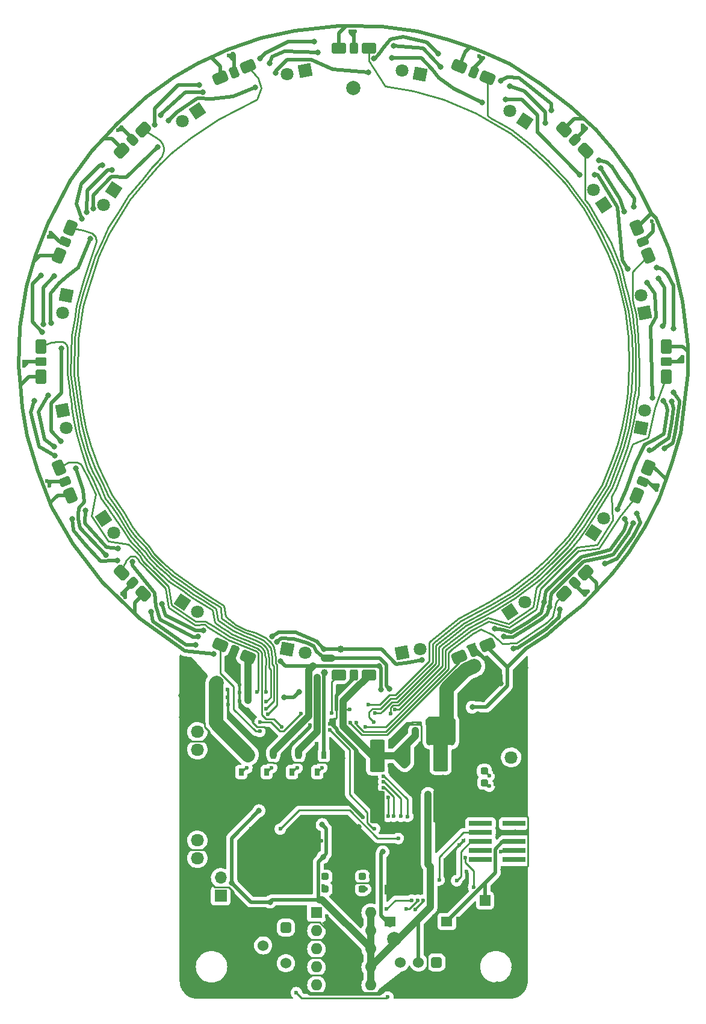
<source format=gbr>
%TF.GenerationSoftware,KiCad,Pcbnew,(6.0.11)*%
%TF.CreationDate,2024-02-10T16:44:09+09:00*%
%TF.ProjectId,IR,49522e6b-6963-4616-945f-706362585858,rev?*%
%TF.SameCoordinates,Original*%
%TF.FileFunction,Copper,L1,Top*%
%TF.FilePolarity,Positive*%
%FSLAX46Y46*%
G04 Gerber Fmt 4.6, Leading zero omitted, Abs format (unit mm)*
G04 Created by KiCad (PCBNEW (6.0.11)) date 2024-02-10 16:44:09*
%MOMM*%
%LPD*%
G01*
G04 APERTURE LIST*
G04 Aperture macros list*
%AMRoundRect*
0 Rectangle with rounded corners*
0 $1 Rounding radius*
0 $2 $3 $4 $5 $6 $7 $8 $9 X,Y pos of 4 corners*
0 Add a 4 corners polygon primitive as box body*
4,1,4,$2,$3,$4,$5,$6,$7,$8,$9,$2,$3,0*
0 Add four circle primitives for the rounded corners*
1,1,$1+$1,$2,$3*
1,1,$1+$1,$4,$5*
1,1,$1+$1,$6,$7*
1,1,$1+$1,$8,$9*
0 Add four rect primitives between the rounded corners*
20,1,$1+$1,$2,$3,$4,$5,0*
20,1,$1+$1,$4,$5,$6,$7,0*
20,1,$1+$1,$6,$7,$8,$9,0*
20,1,$1+$1,$8,$9,$2,$3,0*%
%AMRotRect*
0 Rectangle, with rotation*
0 The origin of the aperture is its center*
0 $1 length*
0 $2 width*
0 $3 Rotation angle, in degrees counterclockwise*
0 Add horizontal line*
21,1,$1,$2,0,0,$3*%
G04 Aperture macros list end*
%TA.AperFunction,ComponentPad*%
%ADD10RoundRect,0.400000X0.176777X0.742462X-0.742462X-0.176777X-0.176777X-0.742462X0.742462X0.176777X0*%
%TD*%
%TA.AperFunction,ComponentPad*%
%ADD11RoundRect,0.300000X-0.141421X0.565685X-0.565685X0.141421X0.141421X-0.565685X0.565685X-0.141421X0*%
%TD*%
%TA.AperFunction,SMDPad,CuDef*%
%ADD12R,0.700000X1.000000*%
%TD*%
%TA.AperFunction,ComponentPad*%
%ADD13RotRect,1.800000X1.800000X33.750000*%
%TD*%
%TA.AperFunction,ComponentPad*%
%ADD14C,1.800000*%
%TD*%
%TA.AperFunction,ComponentPad*%
%ADD15RotRect,1.800000X1.800000X213.750000*%
%TD*%
%TA.AperFunction,ComponentPad*%
%ADD16RoundRect,0.381000X-0.381000X0.381000X-0.381000X-0.381000X0.381000X-0.381000X0.381000X0.381000X0*%
%TD*%
%TA.AperFunction,ComponentPad*%
%ADD17C,1.524000*%
%TD*%
%TA.AperFunction,ComponentPad*%
%ADD18RotRect,1.800000X1.800000X191.250000*%
%TD*%
%TA.AperFunction,SMDPad,CuDef*%
%ADD19R,3.250000X0.740000*%
%TD*%
%TA.AperFunction,ComponentPad*%
%ADD20RotRect,1.800000X1.800000X101.250000*%
%TD*%
%TA.AperFunction,SMDPad,CuDef*%
%ADD21RoundRect,0.250001X-0.799999X1.999999X-0.799999X-1.999999X0.799999X-1.999999X0.799999X1.999999X0*%
%TD*%
%TA.AperFunction,ComponentPad*%
%ADD22RotRect,1.800000X1.800000X11.300000*%
%TD*%
%TA.AperFunction,ComponentPad*%
%ADD23R,1.600000X1.600000*%
%TD*%
%TA.AperFunction,ComponentPad*%
%ADD24O,1.600000X1.600000*%
%TD*%
%TA.AperFunction,ComponentPad*%
%ADD25RotRect,1.800000X1.800000X123.750000*%
%TD*%
%TA.AperFunction,SMDPad,CuDef*%
%ADD26RoundRect,0.237500X-0.287500X-0.237500X0.287500X-0.237500X0.287500X0.237500X-0.287500X0.237500X0*%
%TD*%
%TA.AperFunction,ComponentPad*%
%ADD27RoundRect,0.400000X-0.176777X-0.742462X0.742462X0.176777X0.176777X0.742462X-0.742462X-0.176777X0*%
%TD*%
%TA.AperFunction,ComponentPad*%
%ADD28RoundRect,0.300000X0.141421X-0.565685X0.565685X-0.141421X-0.141421X0.565685X-0.565685X0.141421X0*%
%TD*%
%TA.AperFunction,SMDPad,CuDef*%
%ADD29R,1.600000X1.400000*%
%TD*%
%TA.AperFunction,ComponentPad*%
%ADD30RotRect,1.800000X1.800000X326.250000*%
%TD*%
%TA.AperFunction,ComponentPad*%
%ADD31RoundRect,0.400000X0.650000X0.400000X-0.650000X0.400000X-0.650000X-0.400000X0.650000X-0.400000X0*%
%TD*%
%TA.AperFunction,ComponentPad*%
%ADD32RoundRect,0.300000X0.300000X0.500000X-0.300000X0.500000X-0.300000X-0.500000X0.300000X-0.500000X0*%
%TD*%
%TA.AperFunction,ComponentPad*%
%ADD33RotRect,1.800000X1.800000X348.750000*%
%TD*%
%TA.AperFunction,ComponentPad*%
%ADD34RotRect,1.800000X1.800000X146.250000*%
%TD*%
%TA.AperFunction,SMDPad,CuDef*%
%ADD35RoundRect,0.237500X0.287500X0.237500X-0.287500X0.237500X-0.287500X-0.237500X0.287500X-0.237500X0*%
%TD*%
%TA.AperFunction,ComponentPad*%
%ADD36RotRect,1.800000X1.800000X168.750000*%
%TD*%
%TA.AperFunction,ComponentPad*%
%ADD37RotRect,1.800000X1.800000X56.250000*%
%TD*%
%TA.AperFunction,ComponentPad*%
%ADD38RoundRect,0.400000X0.742462X-0.176777X-0.176777X0.742462X-0.742462X0.176777X0.176777X-0.742462X0*%
%TD*%
%TA.AperFunction,ComponentPad*%
%ADD39RoundRect,0.300000X0.565685X0.141421X0.141421X0.565685X-0.565685X-0.141421X-0.141421X-0.565685X0*%
%TD*%
%TA.AperFunction,ComponentPad*%
%ADD40RoundRect,0.400000X0.447448X0.618296X-0.753595X0.120808X-0.447448X-0.618296X0.753595X-0.120808X0*%
%TD*%
%TA.AperFunction,ComponentPad*%
%ADD41RoundRect,0.300000X0.085822X0.576745X-0.468506X0.347135X-0.085822X-0.576745X0.468506X-0.347135X0*%
%TD*%
%TA.AperFunction,ComponentPad*%
%ADD42RoundRect,0.400000X-0.742462X0.176777X0.176777X-0.742462X0.742462X-0.176777X-0.176777X0.742462X0*%
%TD*%
%TA.AperFunction,ComponentPad*%
%ADD43RoundRect,0.300000X-0.565685X-0.141421X-0.141421X-0.565685X0.565685X0.141421X0.141421X0.565685X0*%
%TD*%
%TA.AperFunction,ComponentPad*%
%ADD44RotRect,1.800000X1.800000X78.750000*%
%TD*%
%TA.AperFunction,ComponentPad*%
%ADD45RoundRect,0.400000X-0.120808X0.753595X-0.618296X-0.447448X0.120808X-0.753595X0.618296X0.447448X0*%
%TD*%
%TA.AperFunction,ComponentPad*%
%ADD46RoundRect,0.300000X-0.347135X0.468506X-0.576745X-0.085822X0.347135X-0.468506X0.576745X0.085822X0*%
%TD*%
%TA.AperFunction,ComponentPad*%
%ADD47RotRect,1.800000X1.800000X236.250000*%
%TD*%
%TA.AperFunction,SMDPad,CuDef*%
%ADD48R,1.500000X1.500000*%
%TD*%
%TA.AperFunction,ComponentPad*%
%ADD49RoundRect,0.400000X0.400000X-0.650000X0.400000X0.650000X-0.400000X0.650000X-0.400000X-0.650000X0*%
%TD*%
%TA.AperFunction,ComponentPad*%
%ADD50RoundRect,0.300000X0.500000X-0.300000X0.500000X0.300000X-0.500000X0.300000X-0.500000X-0.300000X0*%
%TD*%
%TA.AperFunction,ComponentPad*%
%ADD51RotRect,1.800000X1.800000X281.250000*%
%TD*%
%TA.AperFunction,ComponentPad*%
%ADD52RoundRect,0.400000X-0.447448X-0.618296X0.753595X-0.120808X0.447448X0.618296X-0.753595X0.120808X0*%
%TD*%
%TA.AperFunction,ComponentPad*%
%ADD53RoundRect,0.300000X-0.085822X-0.576745X0.468506X-0.347135X0.085822X0.576745X-0.468506X0.347135X0*%
%TD*%
%TA.AperFunction,ComponentPad*%
%ADD54RotRect,1.800000X1.800000X258.750000*%
%TD*%
%TA.AperFunction,ComponentPad*%
%ADD55RoundRect,0.400000X-0.753595X-0.120808X0.447448X-0.618296X0.753595X0.120808X-0.447448X0.618296X0*%
%TD*%
%TA.AperFunction,ComponentPad*%
%ADD56RoundRect,0.300000X-0.468506X-0.347135X0.085822X-0.576745X0.468506X0.347135X-0.085822X0.576745X0*%
%TD*%
%TA.AperFunction,ComponentPad*%
%ADD57RoundRect,0.400000X-0.400000X0.650000X-0.400000X-0.650000X0.400000X-0.650000X0.400000X0.650000X0*%
%TD*%
%TA.AperFunction,ComponentPad*%
%ADD58RoundRect,0.300000X-0.500000X0.300000X-0.500000X-0.300000X0.500000X-0.300000X0.500000X0.300000X0*%
%TD*%
%TA.AperFunction,ComponentPad*%
%ADD59RoundRect,0.400000X0.120808X-0.753595X0.618296X0.447448X-0.120808X0.753595X-0.618296X-0.447448X0*%
%TD*%
%TA.AperFunction,ComponentPad*%
%ADD60RoundRect,0.300000X0.347135X-0.468506X0.576745X0.085822X-0.347135X0.468506X-0.576745X-0.085822X0*%
%TD*%
%TA.AperFunction,ComponentPad*%
%ADD61RoundRect,0.400000X-0.618296X0.447448X-0.120808X-0.753595X0.618296X-0.447448X0.120808X0.753595X0*%
%TD*%
%TA.AperFunction,ComponentPad*%
%ADD62RoundRect,0.300000X-0.576745X0.085822X-0.347135X-0.468506X0.576745X-0.085822X0.347135X0.468506X0*%
%TD*%
%TA.AperFunction,ComponentPad*%
%ADD63RoundRect,0.400000X-0.650000X-0.400000X0.650000X-0.400000X0.650000X0.400000X-0.650000X0.400000X0*%
%TD*%
%TA.AperFunction,ComponentPad*%
%ADD64RoundRect,0.300000X-0.300000X-0.500000X0.300000X-0.500000X0.300000X0.500000X-0.300000X0.500000X0*%
%TD*%
%TA.AperFunction,ComponentPad*%
%ADD65RoundRect,0.381000X-0.381000X-0.381000X0.381000X-0.381000X0.381000X0.381000X-0.381000X0.381000X0*%
%TD*%
%TA.AperFunction,ComponentPad*%
%ADD66RotRect,1.800000X1.800000X303.750000*%
%TD*%
%TA.AperFunction,ComponentPad*%
%ADD67RoundRect,0.400000X0.753595X0.120808X-0.447448X0.618296X-0.753595X-0.120808X0.447448X-0.618296X0*%
%TD*%
%TA.AperFunction,ComponentPad*%
%ADD68RoundRect,0.300000X0.468506X0.347135X-0.085822X0.576745X-0.468506X-0.347135X0.085822X-0.576745X0*%
%TD*%
%TA.AperFunction,ComponentPad*%
%ADD69R,1.700000X1.700000*%
%TD*%
%TA.AperFunction,ComponentPad*%
%ADD70O,1.700000X1.700000*%
%TD*%
%TA.AperFunction,ComponentPad*%
%ADD71RoundRect,0.400000X0.618296X-0.447448X0.120808X0.753595X-0.618296X0.447448X-0.120808X-0.753595X0*%
%TD*%
%TA.AperFunction,ComponentPad*%
%ADD72RoundRect,0.300000X0.576745X-0.085822X0.347135X0.468506X-0.576745X0.085822X-0.347135X-0.468506X0*%
%TD*%
%TA.AperFunction,ComponentPad*%
%ADD73C,2.000000*%
%TD*%
%TA.AperFunction,ComponentPad*%
%ADD74RoundRect,0.250000X0.675000X-0.600000X0.675000X0.600000X-0.675000X0.600000X-0.675000X-0.600000X0*%
%TD*%
%TA.AperFunction,ComponentPad*%
%ADD75O,1.850000X1.700000*%
%TD*%
%TA.AperFunction,ComponentPad*%
%ADD76RoundRect,0.250000X-0.675000X0.600000X-0.675000X-0.600000X0.675000X-0.600000X0.675000X0.600000X0*%
%TD*%
%TA.AperFunction,ViaPad*%
%ADD77C,0.600000*%
%TD*%
%TA.AperFunction,ViaPad*%
%ADD78C,0.800000*%
%TD*%
%TA.AperFunction,ViaPad*%
%ADD79C,1.000000*%
%TD*%
%TA.AperFunction,ViaPad*%
%ADD80C,2.000000*%
%TD*%
%TA.AperFunction,Conductor*%
%ADD81C,0.250000*%
%TD*%
%TA.AperFunction,Conductor*%
%ADD82C,0.500000*%
%TD*%
%TA.AperFunction,Conductor*%
%ADD83C,1.000000*%
%TD*%
%TA.AperFunction,Conductor*%
%ADD84C,2.000000*%
%TD*%
G04 APERTURE END LIST*
D10*
%TO.P,U12,1,OUT*%
%TO.N,IR_rcpt10*%
X107856369Y-46655723D03*
D11*
%TO.P,U12,2,GND*%
%TO.N,GND*%
X106357303Y-48154789D03*
D10*
%TO.P,U12,3,Vs*%
%TO.N,+3.3V*%
X104858237Y-49653855D03*
%TD*%
D12*
%TO.P,Q13,1,G*%
%TO.N,Blightness_Max*%
X121660000Y-136939999D03*
%TO.P,Q13,2,S*%
%TO.N,GND*%
X123560000Y-136939999D03*
%TO.P,Q13,3,D*%
%TO.N,IR_emit0*%
X122610000Y-134539999D03*
%TD*%
D13*
%TO.P,D13,1,K*%
%TO.N,Net-(D13-Pad1)*%
X159447981Y-114445752D03*
D14*
%TO.P,D13,2,A*%
%TO.N,VDD*%
X161559914Y-113034604D03*
%TD*%
D15*
%TO.P,D21,1,K*%
%TO.N,Net-(D21-Pad1)*%
X115492026Y-44089183D03*
D14*
%TO.P,D21,2,A*%
%TO.N,VDD*%
X113380093Y-45500331D03*
%TD*%
D16*
%TO.P,SW2,1,A*%
%TO.N,Slide_SW0*%
X149110000Y-163669999D03*
D17*
%TO.P,SW2,2,B*%
%TO.N,+3.3V*%
X146570000Y-163669999D03*
%TO.P,SW2,3,C*%
%TO.N,unconnected-(SW2-Pad3)*%
X144030000Y-163669999D03*
%TD*%
D18*
%TO.P,D20,1,K*%
%TO.N,Net-(D20-Pad1)*%
X130627159Y-38356325D03*
D14*
%TO.P,D20,2,A*%
%TO.N,VDD*%
X128135964Y-38851854D03*
%TD*%
D19*
%TO.P,J2,1,Pin_1*%
%TO.N,unconnected-(J2-Pad1)*%
X155305000Y-144159999D03*
%TO.P,J2,2,Pin_2*%
%TO.N,unconnected-(J2-Pad2)*%
X160055000Y-144159999D03*
%TO.P,J2,3,Pin_3*%
%TO.N,TCK*%
X155305000Y-145429999D03*
%TO.P,J2,4,Pin_4*%
%TO.N,GND*%
X160055000Y-145429999D03*
%TO.P,J2,5,Pin_5*%
%TO.N,TMS*%
X155305000Y-146699999D03*
%TO.P,J2,6,Pin_6*%
%TO.N,NRST*%
X160055000Y-146699999D03*
%TO.P,J2,7,Pin_7*%
%TO.N,unconnected-(J2-Pad7)*%
X155305000Y-147969999D03*
%TO.P,J2,8,Pin_8*%
%TO.N,MainRX1_STLinkTX*%
X160055000Y-147969999D03*
%TO.P,J2,9,Pin_9*%
%TO.N,MainTX1_STLinkRX*%
X155305000Y-149239999D03*
%TO.P,J2,10,Pin_10*%
%TO.N,unconnected-(J2-Pad10)*%
X160055000Y-149239999D03*
%TD*%
D20*
%TO.P,D16,1,K*%
%TO.N,Net-(D16-Pad1)*%
X178381128Y-72424600D03*
D14*
%TO.P,D16,2,A*%
%TO.N,VDD*%
X177885599Y-69933405D03*
%TD*%
D21*
%TO.P,C28,1*%
%TO.N,+3.3V*%
X140760000Y-134639999D03*
%TO.P,C28,2*%
%TO.N,GND*%
X140760000Y-141839999D03*
%TD*%
D22*
%TO.P,D12,1,K*%
%TO.N,Net-(D12-Pad1)*%
X144310896Y-120180090D03*
D14*
%TO.P,D12,2,A*%
%TO.N,VDD*%
X146801657Y-119682387D03*
%TD*%
D23*
%TO.P,SW1,1*%
%TO.N,DIP_SW0*%
X132235000Y-156684999D03*
D24*
%TO.P,SW1,2*%
%TO.N,DIP_SW1*%
X132235000Y-159224999D03*
%TO.P,SW1,3*%
%TO.N,DIP_SW2*%
X132235000Y-161764999D03*
%TO.P,SW1,4*%
%TO.N,DIP_SW3*%
X132235000Y-164304999D03*
%TO.P,SW1,5*%
%TO.N,DIP_SW4*%
X132235000Y-166844999D03*
%TO.P,SW1,6*%
%TO.N,+3.3V*%
X139855000Y-166844999D03*
%TO.P,SW1,7*%
X139855000Y-164304999D03*
%TO.P,SW1,8*%
X139855000Y-161764999D03*
%TO.P,SW1,9*%
X139855000Y-159224999D03*
%TO.P,SW1,10*%
X139855000Y-156684999D03*
%TD*%
D12*
%TO.P,Q15,1,G*%
%TO.N,Blightness_3rd*%
X128790000Y-136929999D03*
%TO.P,Q15,2,S*%
%TO.N,GND*%
X130690000Y-136929999D03*
%TO.P,Q15,3,D*%
%TO.N,IR_emit2*%
X129740000Y-134529999D03*
%TD*%
D25*
%TO.P,D17,1,K*%
%TO.N,Net-(D17-Pad1)*%
X172648310Y-57289473D03*
D14*
%TO.P,D17,2,A*%
%TO.N,VDD*%
X171237162Y-55177540D03*
%TD*%
D26*
%TO.P,D5,1,K*%
%TO.N,GND*%
X136945000Y-153359999D03*
%TO.P,D5,2,A*%
%TO.N,Net-(D5-Pad2)*%
X138695000Y-153359999D03*
%TD*%
D27*
%TO.P,U3,1,OUT*%
%TO.N,IR_rcpt2*%
X167083638Y-111879212D03*
D28*
%TO.P,U3,2,GND*%
%TO.N,GND*%
X168582704Y-110380146D03*
D27*
%TO.P,U3,3,Vs*%
%TO.N,+3.3V*%
X170081770Y-108881080D03*
%TD*%
D29*
%TO.P,SW4,1,A*%
%TO.N,NRST*%
X142570000Y-157919999D03*
X150570000Y-157919999D03*
%TO.P,SW4,2,B*%
%TO.N,GND*%
X142570000Y-153419999D03*
X150570000Y-153419999D03*
%TD*%
D30*
%TO.P,D26,1,K*%
%TO.N,Net-(D26-Pad1)*%
X113380098Y-113034604D03*
D14*
%TO.P,D26,2,A*%
%TO.N,VDD*%
X115492031Y-114445752D03*
%TD*%
D31*
%TO.P,U10,1,OUT*%
%TO.N,IR_rcpt8*%
X139590006Y-35267449D03*
D32*
%TO.P,U10,2,GND*%
%TO.N,GND*%
X137470006Y-35267449D03*
D31*
%TO.P,U10,3,Vs*%
%TO.N,+3.3V*%
X135350006Y-35267449D03*
%TD*%
D33*
%TO.P,D27,1,K*%
%TO.N,Net-(D27-Pad1)*%
X128135964Y-119683040D03*
D14*
%TO.P,D27,2,A*%
%TO.N,VDD*%
X130627159Y-120178569D03*
%TD*%
D34*
%TO.P,D18,1,K*%
%TO.N,Net-(D18-Pad1)*%
X161559914Y-45500293D03*
D14*
%TO.P,D18,2,A*%
%TO.N,VDD*%
X159447981Y-44089145D03*
%TD*%
D12*
%TO.P,Q16,1,G*%
%TO.N,Blightness_Min*%
X132340000Y-136929999D03*
%TO.P,Q16,2,S*%
%TO.N,GND*%
X134240000Y-136929999D03*
%TO.P,Q16,3,D*%
%TO.N,IR_emit3*%
X133290000Y-134529999D03*
%TD*%
D35*
%TO.P,D3,1,K*%
%TO.N,GND*%
X135195000Y-153359999D03*
%TO.P,D3,2,A*%
%TO.N,Net-(D3-Pad2)*%
X133445000Y-153359999D03*
%TD*%
D36*
%TO.P,D19,1,K*%
%TO.N,Net-(D19-Pad1)*%
X146804048Y-38851854D03*
D14*
%TO.P,D19,2,A*%
%TO.N,VDD*%
X144312853Y-38356325D03*
%TD*%
D35*
%TO.P,D8,1,K*%
%TO.N,GND*%
X157590000Y-136769999D03*
%TO.P,D8,2,A*%
%TO.N,Net-(D8-Pad2)*%
X155840000Y-136769999D03*
%TD*%
D37*
%TO.P,D14,1,K*%
%TO.N,Net-(D14-Pad1)*%
X171237162Y-103357356D03*
D14*
%TO.P,D14,2,A*%
%TO.N,VDD*%
X172648310Y-101245423D03*
%TD*%
D38*
%TO.P,U8,1,OUT*%
%TO.N,IR_rcpt6*%
X170081769Y-49653817D03*
D39*
%TO.P,U8,2,GND*%
%TO.N,GND*%
X168582703Y-48154751D03*
D38*
%TO.P,U8,3,Vs*%
%TO.N,+3.3V*%
X167083637Y-46655685D03*
%TD*%
D40*
%TO.P,U11,1,OUT*%
%TO.N,IR_rcpt9*%
X122590560Y-37805462D03*
D41*
%TO.P,U11,2,GND*%
%TO.N,GND*%
X120631935Y-38616751D03*
D40*
%TO.P,U11,3,Vs*%
%TO.N,+3.3V*%
X118673310Y-39428040D03*
%TD*%
D42*
%TO.P,U16,1,OUT*%
%TO.N,IR_rcpt14*%
X104858242Y-108881080D03*
D43*
%TO.P,U16,2,GND*%
%TO.N,GND*%
X106357308Y-110380146D03*
D42*
%TO.P,U16,3,Vs*%
%TO.N,+3.3V*%
X107856374Y-111879212D03*
%TD*%
D35*
%TO.P,D6,1,K*%
%TO.N,GND*%
X135195000Y-151609999D03*
%TO.P,D6,2,A*%
%TO.N,Net-(D6-Pad2)*%
X133445000Y-151609999D03*
%TD*%
D21*
%TO.P,C27,1*%
%TO.N,VDD*%
X149690000Y-134559999D03*
%TO.P,C27,2*%
%TO.N,GND*%
X149690000Y-141759999D03*
%TD*%
D44*
%TO.P,D15,1,K*%
%TO.N,Net-(D15-Pad1)*%
X177885599Y-88601491D03*
D14*
%TO.P,D15,2,A*%
%TO.N,VDD*%
X178381128Y-86110296D03*
%TD*%
D45*
%TO.P,U13,1,OUT*%
%TO.N,IR_rcpt11*%
X97630590Y-60470791D03*
D46*
%TO.P,U13,2,GND*%
%TO.N,GND*%
X96819301Y-62429416D03*
D45*
%TO.P,U13,3,Vs*%
%TO.N,+3.3V*%
X96008012Y-64388041D03*
%TD*%
D47*
%TO.P,D22,1,K*%
%TO.N,Net-(D22-Pad1)*%
X103702845Y-55177580D03*
D14*
%TO.P,D22,2,A*%
%TO.N,VDD*%
X102291697Y-57289513D03*
%TD*%
D48*
%TO.P,H3,1,1*%
%TO.N,NRST*%
X155930000Y-154979999D03*
%TD*%
D49*
%TO.P,U6,1,OUT*%
%TO.N,IR_rcpt4*%
X181470005Y-81387449D03*
D50*
%TO.P,U6,2,GND*%
%TO.N,GND*%
X181470005Y-79267449D03*
D49*
%TO.P,U6,3,Vs*%
%TO.N,+3.3V*%
X181470005Y-77147449D03*
%TD*%
D51*
%TO.P,D24,1,K*%
%TO.N,Net-(D24-Pad1)*%
X96558879Y-86110335D03*
D14*
%TO.P,D24,2,A*%
%TO.N,VDD*%
X97054408Y-88601530D03*
%TD*%
D52*
%TO.P,U2,1,OUT*%
%TO.N,IR_rcpt1*%
X152349452Y-120729436D03*
D53*
%TO.P,U2,2,GND*%
%TO.N,GND*%
X154308077Y-119918147D03*
D52*
%TO.P,U2,3,Vs*%
%TO.N,+3.3V*%
X156266702Y-119106858D03*
%TD*%
D54*
%TO.P,D23,1,K*%
%TO.N,Net-(D23-Pad1)*%
X97054408Y-69933445D03*
D14*
%TO.P,D23,2,A*%
%TO.N,VDD*%
X96558879Y-72424640D03*
%TD*%
D55*
%TO.P,U17,1,OUT*%
%TO.N,IR_rcpt15*%
X118673310Y-119106858D03*
D56*
%TO.P,U17,2,GND*%
%TO.N,GND*%
X120631935Y-119918147D03*
D55*
%TO.P,U17,3,Vs*%
%TO.N,+3.3V*%
X122590560Y-120729436D03*
%TD*%
D57*
%TO.P,U14,1,OUT*%
%TO.N,IR_rcpt12*%
X93470001Y-77147486D03*
D58*
%TO.P,U14,2,GND*%
%TO.N,GND*%
X93470001Y-79267486D03*
D57*
%TO.P,U14,3,Vs*%
%TO.N,+3.3V*%
X93470001Y-81387486D03*
%TD*%
D12*
%TO.P,Q14,1,G*%
%TO.N,Blightness_2nd*%
X125220000Y-136929999D03*
%TO.P,Q14,2,S*%
%TO.N,GND*%
X127120000Y-136929999D03*
%TO.P,Q14,3,D*%
%TO.N,IR_emit1*%
X126170000Y-134529999D03*
%TD*%
D59*
%TO.P,U4,1,OUT*%
%TO.N,IR_rcpt3*%
X177309416Y-98064144D03*
D60*
%TO.P,U4,2,GND*%
%TO.N,GND*%
X178120705Y-96105519D03*
D59*
%TO.P,U4,3,Vs*%
%TO.N,+3.3V*%
X178931994Y-94146894D03*
%TD*%
D61*
%TO.P,U15,1,OUT*%
%TO.N,IR_rcpt13*%
X96008019Y-94146894D03*
D62*
%TO.P,U15,2,GND*%
%TO.N,GND*%
X96819308Y-96105519D03*
D61*
%TO.P,U15,3,Vs*%
%TO.N,+3.3V*%
X97630597Y-98064144D03*
%TD*%
D63*
%TO.P,U1,1,OUT*%
%TO.N,IR_rcpt0*%
X135350006Y-123267448D03*
D64*
%TO.P,U1,2,GND*%
%TO.N,GND*%
X137470006Y-123267448D03*
D63*
%TO.P,U1,3,Vs*%
%TO.N,+3.3V*%
X139590006Y-123267448D03*
%TD*%
D35*
%TO.P,D11,1,K*%
%TO.N,GND*%
X157615000Y-138429999D03*
%TO.P,D11,2,A*%
%TO.N,Net-(D11-Pad2)*%
X155865000Y-138429999D03*
%TD*%
D65*
%TO.P,SW3,1,A*%
%TO.N,\u4E3B\u96FB\u6E90\u30B9\u30A4\u30C3\u30C1*%
X127930000Y-158779999D03*
D17*
%TO.P,SW3,2,B*%
%TO.N,/S-S*%
X124730000Y-161279999D03*
%TO.P,SW3,3,C*%
%TO.N,unconnected-(SW3-Pad3)*%
X127930000Y-163779999D03*
%TD*%
D26*
%TO.P,D4,1,K*%
%TO.N,GND*%
X136945000Y-151609999D03*
%TO.P,D4,2,A*%
%TO.N,Net-(D4-Pad2)*%
X138695000Y-151609999D03*
%TD*%
D66*
%TO.P,D25,1,K*%
%TO.N,Net-(D25-Pad1)*%
X102291702Y-101245423D03*
D14*
%TO.P,D25,2,A*%
%TO.N,VDD*%
X103702850Y-103357356D03*
%TD*%
D67*
%TO.P,U9,1,OUT*%
%TO.N,IR_rcpt7*%
X156266702Y-39428040D03*
D68*
%TO.P,U9,2,GND*%
%TO.N,GND*%
X154308077Y-38616751D03*
D67*
%TO.P,U9,3,Vs*%
%TO.N,+3.3V*%
X152349452Y-37805462D03*
%TD*%
D69*
%TO.P,JP1,1,A*%
%TO.N,RS485_A*%
X118745000Y-154309999D03*
D70*
%TO.P,JP1,2,B*%
%TO.N,Net-(JP1-Pad2)*%
X118745000Y-151769999D03*
%TD*%
D71*
%TO.P,U7,1,OUT*%
%TO.N,IR_rcpt5*%
X178931994Y-64388003D03*
D72*
%TO.P,U7,2,GND*%
%TO.N,GND*%
X178120705Y-62429378D03*
D71*
%TO.P,U7,3,Vs*%
%TO.N,+3.3V*%
X177309416Y-60470753D03*
%TD*%
D73*
%TO.P,TP1,1,1*%
%TO.N,VDD*%
X137430000Y-40819999D03*
%TD*%
D74*
%TO.P,J4,1,Pin_1*%
%TO.N,GND*%
X115470000Y-154029999D03*
D75*
%TO.P,J4,2,Pin_2*%
X115470000Y-151529999D03*
%TO.P,J4,3,Pin_3*%
%TO.N,RS485_A*%
X115470000Y-149029999D03*
%TO.P,J4,4,Pin_4*%
%TO.N,RS485_B*%
X115470000Y-146529999D03*
%TD*%
D73*
%TO.P,TP3,1,1*%
%TO.N,GND*%
X156820000Y-160619999D03*
%TD*%
D74*
%TO.P,J3,1,Pin_1*%
%TO.N,GND*%
X115470000Y-138779999D03*
D75*
%TO.P,J3,2,Pin_2*%
X115470000Y-136279999D03*
%TO.P,J3,3,Pin_3*%
%TO.N,RS485_A*%
X115470000Y-133779999D03*
%TO.P,J3,4,Pin_4*%
%TO.N,RS485_B*%
X115470000Y-131279999D03*
%TD*%
D76*
%TO.P,J1,1,Pin_1*%
%TO.N,GND*%
X159620000Y-132359999D03*
D75*
%TO.P,J1,2,Pin_2*%
%TO.N,/5VBAT*%
X159620000Y-134859999D03*
%TD*%
D73*
%TO.P,TP2,1,1*%
%TO.N,+3.3V*%
X143200000Y-160419999D03*
%TD*%
D77*
%TO.N,GND*%
X132210000Y-132919999D03*
X152900000Y-146549999D03*
D78*
X151050000Y-162849999D03*
X118780000Y-159819999D03*
X152660000Y-144289999D03*
X137900000Y-145769999D03*
X138020000Y-166839999D03*
D77*
X141330000Y-144109999D03*
D78*
X128150000Y-161849999D03*
X156730000Y-130039999D03*
X154920000Y-128809999D03*
X122420000Y-160049999D03*
D77*
X180290465Y-96664191D03*
D78*
X146390000Y-148739999D03*
X149830000Y-155169999D03*
X160310000Y-125389999D03*
D77*
X119740000Y-126399999D03*
X137636665Y-32889706D03*
X149260000Y-147659999D03*
D78*
X161620000Y-122299999D03*
X113270000Y-129239999D03*
X151610000Y-137349999D03*
X127430000Y-135689999D03*
D77*
X104897027Y-111896441D03*
X155670000Y-126839999D03*
D78*
X146680000Y-151879999D03*
X158710000Y-127749999D03*
D77*
X105349989Y-112337255D03*
X183710500Y-78579999D03*
D78*
X145370000Y-151389999D03*
X137010000Y-146379999D03*
D77*
X170467295Y-111513670D03*
D78*
X120550000Y-135309999D03*
X154810000Y-140009999D03*
D77*
X126290000Y-131759999D03*
X128930000Y-138209999D03*
D78*
X119070000Y-145499999D03*
D77*
X121400000Y-125769999D03*
D78*
X152630000Y-166809999D03*
D77*
X179370000Y-59509999D03*
X123060000Y-144919999D03*
D78*
X122020000Y-138469999D03*
X123360000Y-167469999D03*
X124250000Y-150389999D03*
X126520000Y-149109999D03*
D77*
X120487258Y-36012376D03*
D78*
X121470000Y-146979999D03*
X134230000Y-135759999D03*
X117720000Y-138059999D03*
X139390000Y-138419999D03*
X154390000Y-164899999D03*
X117200000Y-131979999D03*
X118890000Y-149209999D03*
X128860000Y-144849999D03*
X135750000Y-161639999D03*
D77*
X140020000Y-143599999D03*
D78*
X129320000Y-165189999D03*
X159200000Y-129909999D03*
X130370000Y-152109999D03*
D77*
X140790000Y-143529999D03*
D78*
X149630000Y-156239999D03*
X144260000Y-148759999D03*
X160740000Y-130159999D03*
X116030000Y-126369999D03*
X140590000Y-139929999D03*
D77*
X155087555Y-36365415D03*
D78*
X149230000Y-142079999D03*
X159800000Y-160859999D03*
X145370000Y-147839999D03*
D77*
X155703940Y-36643693D03*
X129860000Y-132029999D03*
D78*
X137950000Y-164149999D03*
X117640000Y-141729999D03*
X127040000Y-168259999D03*
X137940000Y-136929999D03*
X152070000Y-139789999D03*
D77*
X136716764Y-148363235D03*
D78*
X131290000Y-151049999D03*
D77*
X180048426Y-97316319D03*
X94545975Y-61743564D03*
D78*
X158420000Y-154499999D03*
D77*
X156910000Y-125619999D03*
D78*
X150010000Y-165449999D03*
D77*
X94618636Y-96712904D03*
D78*
X144330000Y-150929999D03*
D77*
X138750000Y-143249999D03*
D78*
X160190000Y-156689999D03*
X127780000Y-146439999D03*
X143720000Y-131669999D03*
D77*
X139840000Y-151579999D03*
X129060000Y-132809999D03*
D78*
X151620000Y-135879999D03*
X138930000Y-146159999D03*
X142930000Y-132779999D03*
X138050000Y-156669999D03*
X160180000Y-145429999D03*
X121510000Y-148679999D03*
D77*
X119790000Y-127489999D03*
D78*
X124680000Y-135159999D03*
X150990000Y-155099999D03*
D77*
X140000000Y-149019999D03*
D78*
X135670000Y-147579999D03*
D77*
X125630000Y-132109999D03*
D78*
X138170000Y-144649999D03*
X130790000Y-163039999D03*
X113420000Y-133979999D03*
X134010000Y-161659999D03*
D77*
X94785721Y-61134979D03*
D78*
X158193901Y-124514722D03*
X118780000Y-156229999D03*
X148870000Y-157289999D03*
X159900000Y-150569999D03*
D77*
X141420000Y-145299999D03*
X179574795Y-60070505D03*
D78*
X139340000Y-139819999D03*
D77*
X170007828Y-112003550D03*
X133660000Y-157129999D03*
X153360000Y-150929999D03*
D78*
X130590000Y-158039999D03*
X150040000Y-137709999D03*
X130840000Y-165399999D03*
X123420000Y-150119999D03*
X130860000Y-160499999D03*
D77*
X138340000Y-148869999D03*
D78*
X124550000Y-156629999D03*
D77*
X169712242Y-46044337D03*
D78*
X127900000Y-160529999D03*
X119060000Y-167089999D03*
D77*
X104777134Y-46332288D03*
X152300000Y-147169999D03*
X94339014Y-96010967D03*
D78*
X154730000Y-142629999D03*
X146470000Y-146989999D03*
X138380000Y-147579999D03*
X121520000Y-149959999D03*
X144320000Y-166779999D03*
X154480000Y-161739999D03*
X135810000Y-137929999D03*
X136050000Y-151569999D03*
X138130000Y-139879999D03*
X161470000Y-125109999D03*
D77*
X91086257Y-79885262D03*
D78*
X130010000Y-144019999D03*
X149950000Y-139779999D03*
X134130000Y-166669999D03*
X138150000Y-138469999D03*
X152050000Y-141859999D03*
X152260000Y-153949999D03*
X131230000Y-153549999D03*
X115320000Y-144489999D03*
X134040000Y-164259999D03*
D77*
X129770000Y-155909999D03*
X126760000Y-155909999D03*
D78*
X160380000Y-123499999D03*
X114670000Y-166849999D03*
X157790000Y-137549999D03*
X157780000Y-145739999D03*
X159930000Y-137689999D03*
D77*
X104326523Y-46801217D03*
D78*
X144260000Y-147389999D03*
X156410000Y-132719999D03*
X135880000Y-134979999D03*
X129030000Y-151419999D03*
X146650000Y-151009999D03*
D77*
X170200599Y-46482749D03*
D78*
X113240000Y-126219999D03*
D77*
X132889502Y-146564499D03*
X121430000Y-126919999D03*
X121370000Y-124679999D03*
X119740000Y-125329999D03*
D78*
X136130000Y-164049999D03*
X128310000Y-165369999D03*
X127590000Y-153459999D03*
X113400000Y-148529999D03*
X123080000Y-163689999D03*
X113820000Y-121239999D03*
X125170000Y-150929999D03*
X157340000Y-152959999D03*
X137050000Y-147509999D03*
D77*
X135585000Y-143174999D03*
D78*
X136220000Y-166789999D03*
X134140000Y-159189999D03*
D77*
X131320000Y-130289999D03*
D78*
X125780000Y-159859999D03*
D77*
X132605000Y-143174999D03*
D78*
X157610000Y-166769999D03*
X113810000Y-132629999D03*
X131340000Y-152359999D03*
D77*
X183710000Y-79239999D03*
D78*
X124060000Y-135859999D03*
X125500000Y-138649999D03*
X150660000Y-145249999D03*
X144210000Y-151879999D03*
X145450000Y-165509999D03*
X131120000Y-135779999D03*
X155250000Y-156689999D03*
D77*
X119904357Y-36237203D03*
D78*
X117980000Y-134889999D03*
X161530000Y-127659999D03*
X150600000Y-156119999D03*
D77*
X149290000Y-146869999D03*
D78*
X120640000Y-129809999D03*
X114670000Y-163359999D03*
X153020000Y-137649999D03*
X155430000Y-158819999D03*
X160060000Y-140029999D03*
D77*
X142490000Y-135989999D03*
D78*
X120580000Y-154529999D03*
X135270000Y-154559999D03*
D77*
X152180000Y-157499999D03*
D78*
X116260000Y-123579999D03*
X157830000Y-142909999D03*
X116070000Y-129549999D03*
X139720000Y-147249999D03*
X135260000Y-159189999D03*
X129290000Y-141259999D03*
X158510000Y-150669999D03*
D77*
X138286751Y-150446750D03*
D78*
X137560000Y-161529999D03*
X150670000Y-153329999D03*
X147820000Y-162039999D03*
X121890000Y-142069999D03*
D77*
X91101424Y-79267529D03*
X134295000Y-143174999D03*
D78*
X160000000Y-164399999D03*
D77*
X136957988Y-32880642D03*
X134110000Y-130169999D03*
D78*
X122510000Y-149509999D03*
X135180000Y-133749999D03*
X124990000Y-141069999D03*
X114820000Y-159629999D03*
X160250000Y-142749999D03*
X156820000Y-140139999D03*
D79*
%TO.N,+3.3V*%
X144945000Y-134744999D03*
X147940000Y-149879999D03*
X146120000Y-131109999D03*
D78*
X125694001Y-155179174D03*
D77*
X136909680Y-128104303D03*
D78*
X133039007Y-144316986D03*
X127666468Y-126427843D03*
D79*
X143870000Y-135159999D03*
X122590560Y-124659499D03*
X145855000Y-132134999D03*
D78*
X154140000Y-127819999D03*
D79*
X122610000Y-126859999D03*
X147940000Y-140029999D03*
D78*
X120297701Y-152494499D03*
D79*
X144635000Y-135924999D03*
D78*
X117730000Y-120329999D03*
X137345834Y-125605833D03*
X129820500Y-125658462D03*
X133140000Y-148889499D03*
D79*
X147940000Y-141059999D03*
X144945000Y-133654999D03*
D78*
X124141250Y-142368749D03*
%TO.N,VDD*%
X151320000Y-131209999D03*
X151320000Y-132809999D03*
X148120000Y-129609999D03*
D79*
X151929753Y-123829752D03*
D78*
X149720000Y-131209999D03*
X151320000Y-130409999D03*
X148920000Y-131209999D03*
X151320000Y-132009999D03*
X149720000Y-132009999D03*
X150520000Y-129609999D03*
X149720000Y-129609999D03*
X148120000Y-130409999D03*
D79*
X153530275Y-122440274D03*
D78*
X150520000Y-130409999D03*
X148920000Y-132809999D03*
X148920000Y-132009999D03*
X148120000Y-132009999D03*
X148120000Y-131209999D03*
X148920000Y-129609999D03*
D79*
X154455688Y-122055687D03*
X152669900Y-123089899D03*
D78*
X149720000Y-132809999D03*
X150520000Y-132809999D03*
X148120000Y-132809999D03*
X148920000Y-130409999D03*
X151320000Y-129609999D03*
X149720000Y-130409999D03*
%TO.N,NRST*%
X142570000Y-158352291D03*
X150570000Y-157919999D03*
X141558603Y-148138578D03*
D77*
%TO.N,Net-(D3-Pad2)*%
X133219500Y-152919999D03*
%TO.N,Net-(D4-Pad2)*%
X138840000Y-151609999D03*
%TO.N,Net-(D5-Pad2)*%
X139150000Y-153359999D03*
%TO.N,Net-(D6-Pad2)*%
X133290000Y-151609999D03*
%TO.N,Net-(D8-Pad2)*%
X156520000Y-137459999D03*
%TO.N,Net-(D11-Pad2)*%
X156540000Y-138899999D03*
%TO.N,TCK*%
X149490000Y-152089999D03*
%TO.N,TMS*%
X151950000Y-152179999D03*
%TO.N,MainRX1_STLinkTX*%
X158129500Y-148094976D03*
%TO.N,MainTX1_STLinkRX*%
X155305000Y-149155499D03*
%TO.N,\u4E3B\u96FB\u6E90\u30B9\u30A4\u30C3\u30C1*%
X129391589Y-167918410D03*
X142253412Y-168524499D03*
D80*
%TO.N,IR_emit0*%
X118100000Y-126639999D03*
X118193436Y-124406563D03*
D77*
%TO.N,Blightness_Max*%
X122440000Y-136349999D03*
D78*
%TO.N,IR_emit1*%
X124330000Y-36689999D03*
X92520877Y-84753587D03*
X159941734Y-119581733D03*
X166469045Y-114113330D03*
X102134555Y-51644035D03*
X115779201Y-40450798D03*
X176830000Y-57509999D03*
X115220000Y-119059999D03*
X97890000Y-101410128D03*
X158168561Y-39788560D03*
X99190000Y-59229999D03*
X93491171Y-67151595D03*
X127194283Y-121326164D03*
X180045000Y-66074999D03*
X171975904Y-51024095D03*
X182480000Y-83579999D03*
X109000000Y-114379999D03*
X95410000Y-92489999D03*
X141340000Y-125369999D03*
X165270000Y-43967844D03*
X172841100Y-107676821D03*
X140314506Y-36666949D03*
X181187084Y-91505785D03*
X141020000Y-121999999D03*
X109500000Y-46009999D03*
X131909834Y-34286326D03*
X177250000Y-100619999D03*
X93665000Y-75084999D03*
X104212028Y-107256218D03*
X149341906Y-36046048D03*
X182490000Y-74609999D03*
D77*
%TO.N,Blightness_2nd*%
X125920000Y-136309999D03*
D79*
%TO.N,IR_emit2*%
X132332642Y-123645599D03*
D78*
X172190667Y-52081180D03*
D79*
X132340000Y-124649999D03*
D78*
X180905873Y-74242685D03*
X110344700Y-44618588D03*
X176760000Y-101939999D03*
X182168620Y-84882551D03*
X93803872Y-74022495D03*
X95370000Y-67279999D03*
X94452921Y-84022920D03*
X116250000Y-41429999D03*
X165010000Y-113759999D03*
X179100000Y-91699999D03*
X143063574Y-34893573D03*
X132440000Y-35839999D03*
X158581498Y-117867805D03*
X102599256Y-106420984D03*
X149730000Y-37879999D03*
X99938495Y-58276767D03*
X142500000Y-125278422D03*
X180360000Y-67599999D03*
X159420000Y-40569999D03*
X106352553Y-107369836D03*
X103450000Y-52369999D03*
D79*
X133341751Y-120961750D03*
D78*
X95364770Y-91185229D03*
X164430000Y-45779999D03*
X98404788Y-94265143D03*
X175551730Y-58161729D03*
X126685000Y-118614999D03*
D79*
X134350000Y-120939999D03*
D78*
X125668571Y-37388570D03*
X115590000Y-117909659D03*
D77*
%TO.N,Blightness_3rd*%
X129500000Y-136329999D03*
D78*
%TO.N,IR_emit3*%
X99723565Y-100173564D03*
X174551632Y-100028022D03*
X180977386Y-84761567D03*
X155535500Y-42909499D03*
X125997557Y-117872442D03*
X116359840Y-117060159D03*
X100800000Y-57769999D03*
X164216701Y-113066700D03*
X104300000Y-105539999D03*
D79*
X133309500Y-122949499D03*
D78*
X110500205Y-113302720D03*
X139520000Y-38659999D03*
X171350000Y-53039999D03*
X147023522Y-121165385D03*
X157300000Y-116789999D03*
X109920000Y-49139999D03*
X178730000Y-68199999D03*
X96290000Y-90439999D03*
X179474312Y-84325687D03*
X175573018Y-101341031D03*
X96347538Y-77373963D03*
X176060000Y-66249999D03*
X133290000Y-119669999D03*
X158820000Y-42479999D03*
X94920000Y-73889999D03*
X123630000Y-40729999D03*
X142820000Y-36599999D03*
X126479457Y-38701918D03*
X100394958Y-62001451D03*
D79*
X135660000Y-119669999D03*
D78*
X111430000Y-45369999D03*
X169287662Y-52989999D03*
D77*
%TO.N,Blightness_Min*%
X132990000Y-136299999D03*
%TO.N,DIP_SW0*%
X145620000Y-154935499D03*
X142069500Y-156184499D03*
%TO.N,DIP_SW1*%
X144860000Y-156184499D03*
X146466531Y-154935499D03*
%TO.N,DIP_SW2*%
X146126281Y-156196280D03*
X147266034Y-154935499D03*
%TO.N,Slide_SW0*%
X154340023Y-153090022D03*
X153180498Y-148989999D03*
%TO.N,Mux_OUT0*%
X142309500Y-140515499D03*
X142309500Y-143154499D03*
%TO.N,Mux_OUT1*%
X134141837Y-131018588D03*
X140411600Y-144868422D03*
%TO.N,MainTX2_RS485RX*%
X127145000Y-144924999D03*
X143750693Y-146252310D03*
%TO.N,IR_rcpt0*%
X134340500Y-128609499D03*
%TO.N,IR_rcpt1*%
X136970000Y-129960499D03*
%TO.N,IR_rcpt2*%
X137813863Y-129960499D03*
%TO.N,IR_rcpt3*%
X139074829Y-130619999D03*
%TO.N,IR_rcpt4*%
X143250500Y-128159999D03*
%TO.N,IR_rcpt5*%
X142661368Y-128700487D03*
%TO.N,IR_rcpt6*%
X140426462Y-128634999D03*
%TO.N,IR_rcpt7*%
X140324329Y-129909499D03*
%TO.N,IR_rcpt8*%
X130010000Y-128729999D03*
X139510000Y-127459999D03*
X124290000Y-129946499D03*
%TO.N,IR_rcpt9*%
X125370169Y-128826990D03*
%TO.N,IR_rcpt10*%
X125144500Y-128059999D03*
%TO.N,IR_rcpt11*%
X125160000Y-127059999D03*
%TO.N,IR_rcpt12*%
X125160000Y-125649999D03*
%TO.N,IR_rcpt13*%
X127320000Y-130549999D03*
%TO.N,IR_rcpt14*%
X123895500Y-125709999D03*
%TO.N,IR_rcpt15*%
X124274787Y-131205212D03*
%TO.N,Mux_IN2*%
X143109003Y-143154499D03*
X141685000Y-139100996D03*
%TO.N,Mux_IN1*%
X141685000Y-138284999D03*
X144140000Y-143154499D03*
%TO.N,Mux_IN0*%
X145060000Y-143159999D03*
X141685000Y-137485496D03*
%TD*%
D81*
%TO.N,GND*%
X117510000Y-147829999D02*
X118890000Y-149209999D01*
X125080000Y-135559999D02*
X124680000Y-135159999D01*
X161530000Y-150569999D02*
X159900000Y-150569999D01*
D82*
X155087555Y-36365415D02*
X155365833Y-36643693D01*
D81*
X117915000Y-153134999D02*
X116310000Y-151529999D01*
D82*
X169706675Y-46976674D02*
X170200599Y-46482749D01*
X127430000Y-134439999D02*
X129060000Y-132809999D01*
X180280220Y-96653946D02*
X180290465Y-96664191D01*
D81*
X117200000Y-132099999D02*
X117200000Y-131979999D01*
D82*
X169517949Y-111513670D02*
X170467295Y-111513670D01*
X104460164Y-46667576D02*
X104326523Y-46801217D01*
X168582704Y-110380146D02*
X168582704Y-110578426D01*
D81*
X133790991Y-159189999D02*
X134140000Y-159189999D01*
D82*
X158193901Y-123313900D02*
X158193901Y-124514722D01*
X155365833Y-36643693D02*
X155703940Y-36643693D01*
X179386053Y-96653946D02*
X180048426Y-97316319D01*
D81*
X129960000Y-135589999D02*
X127530000Y-135589999D01*
X113810000Y-132629999D02*
X113835000Y-132604999D01*
X130860000Y-160499999D02*
X132850000Y-160499999D01*
X123200000Y-129869999D02*
X123200000Y-128979999D01*
X137855000Y-152519999D02*
X136945000Y-151609999D01*
D82*
X170150654Y-46482749D02*
X169712242Y-46044337D01*
X95394305Y-61743564D02*
X94545975Y-61743564D01*
X91086257Y-79282696D02*
X91101424Y-79267529D01*
D81*
X114100000Y-147829999D02*
X117510000Y-147829999D01*
D82*
X119904357Y-36237203D02*
X120262431Y-36237203D01*
D81*
X116530000Y-130009999D02*
X116530000Y-130603298D01*
D82*
X136957988Y-32880642D02*
X137627601Y-32880642D01*
X120262431Y-36237203D02*
X120487258Y-36012376D01*
X106357308Y-110380146D02*
X106357308Y-110436160D01*
D81*
X116070000Y-129549999D02*
X116530000Y-130009999D01*
X130790000Y-163039999D02*
X132820000Y-163039999D01*
X132820000Y-163039999D02*
X134040000Y-164259999D01*
X149940000Y-137809999D02*
X150040000Y-137709999D01*
D82*
X135123210Y-131163209D02*
X137940000Y-133979999D01*
D81*
X124911500Y-130571499D02*
X123901500Y-130571499D01*
D82*
X120631935Y-36964780D02*
X120213577Y-36546422D01*
D81*
X130870000Y-165429999D02*
X132890000Y-165429999D01*
D82*
X183023050Y-79267449D02*
X183050500Y-79239999D01*
X134130000Y-167299999D02*
X134130000Y-166669999D01*
D81*
X146990000Y-130409999D02*
X146990000Y-136079999D01*
D82*
X120631935Y-37218064D02*
X120631935Y-36964780D01*
D81*
X120580000Y-153794999D02*
X119920000Y-153134999D01*
D82*
X120631935Y-36157053D02*
X120487258Y-36012376D01*
X181470005Y-79267449D02*
X183023050Y-79267449D01*
D81*
X145230000Y-130209999D02*
X146790000Y-130209999D01*
X126290000Y-131759999D02*
X126100000Y-131759999D01*
D82*
X106357303Y-47912457D02*
X105112423Y-46667576D01*
X94914480Y-96105519D02*
X94618636Y-96401363D01*
X179430020Y-61120063D02*
X178120705Y-62429378D01*
D81*
X160250000Y-142749999D02*
X161440000Y-142749999D01*
X147820000Y-164999999D02*
X147310000Y-165509999D01*
D82*
X135123210Y-130939300D02*
X135123210Y-131163209D01*
X154308077Y-38039556D02*
X155348817Y-36998816D01*
D81*
X160180000Y-145429999D02*
X160055000Y-145429999D01*
X146990000Y-136079999D02*
X148720000Y-137809999D01*
D82*
X183710500Y-79239499D02*
X183710000Y-79239999D01*
X169706675Y-46976674D02*
X169706675Y-46049904D01*
D81*
X127430000Y-135689999D02*
X126240000Y-135689999D01*
D82*
X120631935Y-37218064D02*
X120631935Y-36761934D01*
X127430000Y-135689999D02*
X127430000Y-134439999D01*
X95435370Y-61784629D02*
X95394305Y-61743564D01*
X137470006Y-123719993D02*
X135000000Y-126189999D01*
D81*
X130590000Y-158039999D02*
X132640991Y-158039999D01*
D82*
X94914480Y-96105519D02*
X94433566Y-96105519D01*
X137940000Y-133979999D02*
X137940000Y-136929999D01*
X91557487Y-79267486D02*
X91101467Y-79267486D01*
X154798148Y-119918147D02*
X158193901Y-123313900D01*
X91557487Y-79414032D02*
X91086257Y-79885262D01*
X96080158Y-62429416D02*
X95435370Y-61784629D01*
X169502139Y-111497860D02*
X169517949Y-111513670D01*
D81*
X131120000Y-135779999D02*
X130150000Y-135779999D01*
D82*
X141165000Y-168094999D02*
X142480000Y-166779999D01*
X105251734Y-111541733D02*
X104897027Y-111896441D01*
X120631935Y-36761934D02*
X120429088Y-36761934D01*
X104897027Y-111896441D02*
X104909175Y-111896441D01*
D81*
X147310000Y-165509999D02*
X145450000Y-165509999D01*
X116530000Y-130603298D02*
X117200000Y-131273298D01*
D82*
X133335000Y-168094999D02*
X141165000Y-168094999D01*
X137470006Y-35267449D02*
X137470006Y-33540005D01*
X179574795Y-60070505D02*
X179574795Y-60975288D01*
X105251734Y-111541733D02*
X105349989Y-111639988D01*
D81*
X123200000Y-128979999D02*
X121430000Y-127209999D01*
D82*
X120429088Y-36761934D02*
X120213577Y-36546422D01*
D81*
X162005000Y-144544999D02*
X162005000Y-150094999D01*
X113400000Y-148529999D02*
X114100000Y-147829999D01*
X126240000Y-135689999D02*
X126110000Y-135559999D01*
X139470000Y-152519999D02*
X137855000Y-152519999D01*
D82*
X106357308Y-110436160D02*
X105251734Y-111541733D01*
X137470006Y-33056365D02*
X137636665Y-32889706D01*
X136957988Y-33027987D02*
X136957988Y-32880642D01*
X180290465Y-96799534D02*
X180100000Y-96989999D01*
X93470001Y-79267486D02*
X91557487Y-79267486D01*
D81*
X161440000Y-142749999D02*
X162005000Y-143314999D01*
D82*
X137470006Y-33540005D02*
X136957988Y-33027987D01*
X134353909Y-130169999D02*
X135123210Y-130939300D01*
X183023050Y-79267449D02*
X183710500Y-78579999D01*
X134110000Y-130169999D02*
X134353909Y-130169999D01*
X94785721Y-61134979D02*
X94785721Y-61503818D01*
X137470006Y-33540005D02*
X137470006Y-33056365D01*
X170467295Y-111544083D02*
X170007828Y-112003550D01*
X120213577Y-36546422D02*
X119904357Y-36237203D01*
D81*
X113835000Y-132604999D02*
X116695000Y-132604999D01*
D82*
X137627601Y-32880642D02*
X137636665Y-32889706D01*
D81*
X126100000Y-131759999D02*
X124911500Y-130571499D01*
D82*
X104326523Y-46801217D02*
X104326523Y-46782899D01*
D81*
X134230000Y-135759999D02*
X133680000Y-135759999D01*
D82*
X96819301Y-62429416D02*
X96080158Y-62429416D01*
X168582704Y-110578426D02*
X169502139Y-111497860D01*
X120631935Y-36761934D02*
X120631935Y-36157053D01*
X135810000Y-140309999D02*
X135810000Y-137929999D01*
D81*
X130840000Y-165399999D02*
X130870000Y-165429999D01*
X162005000Y-150094999D02*
X161530000Y-150569999D01*
D82*
X133335000Y-168094999D02*
X134130000Y-167299999D01*
X131320000Y-130289999D02*
X131320000Y-130569999D01*
D81*
X132890000Y-165429999D02*
X134130000Y-166669999D01*
D82*
X131320000Y-130569999D02*
X129860000Y-132029999D01*
X105112423Y-46667576D02*
X104777134Y-46332288D01*
D81*
X119920000Y-153134999D02*
X117915000Y-153134999D01*
X121430000Y-127209999D02*
X121430000Y-126919999D01*
D82*
X138750000Y-143249999D02*
X135810000Y-140309999D01*
D81*
X133680000Y-135759999D02*
X133520000Y-135599999D01*
D82*
X183050500Y-79239999D02*
X183710000Y-79239999D01*
D81*
X116695000Y-132604999D02*
X117200000Y-132099999D01*
D82*
X94618636Y-96290589D02*
X94618636Y-96712904D01*
X154308077Y-38616751D02*
X154308077Y-38039556D01*
X120487258Y-36703764D02*
X120487258Y-36012376D01*
X94785721Y-61503818D02*
X94545975Y-61743564D01*
X168582703Y-48100645D02*
X169706675Y-46976674D01*
X180290465Y-96664191D02*
X180290465Y-96799534D01*
D81*
X126110000Y-135559999D02*
X125080000Y-135559999D01*
D82*
X129840000Y-132029999D02*
X129060000Y-132809999D01*
D81*
X147820000Y-162039999D02*
X147820000Y-164999999D01*
D82*
X120631935Y-38616751D02*
X120631935Y-37218064D01*
X106357303Y-48154789D02*
X106357303Y-47912457D01*
D81*
X132640991Y-158039999D02*
X133790991Y-159189999D01*
X139840000Y-151579999D02*
X139840000Y-152149999D01*
D82*
X129860000Y-132029999D02*
X129840000Y-132029999D01*
X179386053Y-96653946D02*
X180280220Y-96653946D01*
X105349989Y-111639988D02*
X105349989Y-112337255D01*
D81*
X123901500Y-130571499D02*
X123200000Y-129869999D01*
D82*
X91086257Y-79885262D02*
X91086257Y-79282696D01*
D81*
X135000000Y-129279999D02*
X134110000Y-130169999D01*
X143770000Y-131669999D02*
X145230000Y-130209999D01*
X146790000Y-130209999D02*
X146990000Y-130409999D01*
D82*
X169502139Y-111497860D02*
X170007828Y-112003550D01*
D81*
X120580000Y-154529999D02*
X120580000Y-153794999D01*
D82*
X94433566Y-96105519D02*
X94339014Y-96010967D01*
X128310000Y-165369999D02*
X128620000Y-165369999D01*
X131345000Y-168094999D02*
X133335000Y-168094999D01*
X91557487Y-79267486D02*
X91557487Y-79414032D01*
X155348817Y-36998816D02*
X155348817Y-36626677D01*
X135000000Y-126189999D02*
X135000000Y-128208338D01*
D81*
X161430000Y-145429999D02*
X160180000Y-145429999D01*
D82*
X95435370Y-61784629D02*
X94785721Y-61134979D01*
X170467295Y-111513670D02*
X170467295Y-111544083D01*
X168582703Y-48154751D02*
X168582703Y-48100645D01*
D81*
X143720000Y-131669999D02*
X143770000Y-131669999D01*
X133520000Y-135599999D02*
X131300000Y-135599999D01*
D82*
X137470006Y-123267448D02*
X137470006Y-123719993D01*
X155348817Y-36998816D02*
X155703940Y-36643693D01*
X105112423Y-46667576D02*
X104460164Y-46667576D01*
D81*
X132850000Y-160499999D02*
X134010000Y-161659999D01*
D82*
X94339014Y-96010967D02*
X94618636Y-96290589D01*
X183710500Y-78579999D02*
X183710500Y-79239499D01*
X154308077Y-119918147D02*
X154798148Y-119918147D01*
X128620000Y-165369999D02*
X131345000Y-168094999D01*
X142480000Y-166779999D02*
X144320000Y-166779999D01*
X96819308Y-96105519D02*
X94914480Y-96105519D01*
X120429088Y-36761934D02*
X120487258Y-36703764D01*
X104909175Y-111896441D02*
X105349989Y-112337255D01*
X178120705Y-96105519D02*
X178837626Y-96105519D01*
X155348817Y-36626677D02*
X155087555Y-36365415D01*
D81*
X127530000Y-135589999D02*
X127430000Y-135689999D01*
D82*
X179574795Y-60975288D02*
X178120705Y-62429378D01*
X104326523Y-46782899D02*
X104777134Y-46332288D01*
D81*
X130150000Y-135779999D02*
X129960000Y-135589999D01*
X162005000Y-143314999D02*
X162005000Y-144544999D01*
X139840000Y-152149999D02*
X139470000Y-152519999D01*
D82*
X170200599Y-46482749D02*
X170150654Y-46482749D01*
D81*
X148720000Y-137809999D02*
X149940000Y-137809999D01*
D82*
X91101467Y-79267486D02*
X91101424Y-79267529D01*
D81*
X135000000Y-128208338D02*
X135000000Y-129279999D01*
X131300000Y-135599999D02*
X131120000Y-135779999D01*
D82*
X94618636Y-96401363D02*
X94618636Y-96712904D01*
D81*
X117200000Y-131273298D02*
X117200000Y-131979999D01*
X162005000Y-144854999D02*
X161430000Y-145429999D01*
X116310000Y-151529999D02*
X115470000Y-151529999D01*
D82*
X169706675Y-46049904D02*
X169712242Y-46044337D01*
X178837626Y-96105519D02*
X179386053Y-96653946D01*
D81*
X162005000Y-144544999D02*
X162005000Y-144854999D01*
D82*
%TO.N,+3.3V*%
X178430000Y-102539999D02*
X176167301Y-106067300D01*
X182770000Y-66849999D02*
X183760000Y-70809999D01*
X167083637Y-46655685D02*
X167083637Y-46626362D01*
X90840000Y-85709999D02*
X90569013Y-82590986D01*
X159080000Y-124829999D02*
X159080000Y-122229999D01*
X181790000Y-63349999D02*
X182770000Y-66849999D01*
X113700000Y-119889999D02*
X113010000Y-119399999D01*
X184020000Y-85109999D02*
X183450000Y-89339999D01*
D83*
X146120000Y-131869999D02*
X146120000Y-131109999D01*
X140130000Y-134639999D02*
X140760000Y-134639999D01*
D82*
X146570000Y-157589999D02*
X146885000Y-157274999D01*
X107856374Y-111879212D02*
X107856374Y-111973625D01*
X115580000Y-37339999D02*
X117414283Y-36524282D01*
X127666468Y-126427843D02*
X129051119Y-126427843D01*
X129051119Y-126427843D02*
X129820500Y-125658462D01*
X153877397Y-35112602D02*
X154970000Y-35489999D01*
X125998176Y-154874999D02*
X132675000Y-154874999D01*
D83*
X137345834Y-125605833D02*
X135970000Y-126981668D01*
D82*
X168000000Y-43499999D02*
X169881198Y-45188801D01*
X179350000Y-58429462D02*
X179350000Y-58419999D01*
X104858237Y-49308236D02*
X103465566Y-47915565D01*
X177309416Y-60470753D02*
X177309416Y-60470046D01*
X156090000Y-127819999D02*
X159080000Y-124829999D01*
X91520000Y-89699999D02*
X90840000Y-85709999D01*
D83*
X147940000Y-141059999D02*
X147940000Y-149879999D01*
D82*
X156266702Y-119416701D02*
X159080000Y-122229999D01*
X107330000Y-115309999D02*
X106884019Y-114875980D01*
D83*
X144945000Y-134454999D02*
X144945000Y-133654999D01*
X147940000Y-140029999D02*
X147940000Y-141059999D01*
D82*
X169660000Y-113469999D02*
X167240000Y-115439999D01*
D83*
X139855000Y-161764999D02*
X139855000Y-161694999D01*
D82*
X119830000Y-35449999D02*
X124490000Y-33799999D01*
X95815855Y-98064144D02*
X94767680Y-99112319D01*
X178931994Y-94146894D02*
X179766895Y-94146894D01*
D83*
X139590006Y-123361662D02*
X137345834Y-125605833D01*
D82*
X96008012Y-64388041D02*
X93291054Y-64388041D01*
X102265566Y-47915565D02*
X104160000Y-45879999D01*
X171520000Y-46659999D02*
X173980000Y-49519999D01*
X150830000Y-34059999D02*
X153877397Y-35112602D01*
X146450000Y-32909999D02*
X150830000Y-34059999D01*
X184460000Y-76979999D02*
X184460000Y-77849999D01*
X163742000Y-40221999D02*
X168000000Y-43499999D01*
X124141250Y-142368749D02*
X120297701Y-146212298D01*
D83*
X143870000Y-135159999D02*
X144635000Y-135924999D01*
D82*
X103465566Y-47915565D02*
X102265566Y-47915565D01*
D83*
X135970000Y-130479999D02*
X140130000Y-134639999D01*
D82*
X93010000Y-94699999D02*
X91520000Y-89699999D01*
X117414283Y-36524282D02*
X119830000Y-35449999D01*
X173890000Y-108959999D02*
X171576568Y-111426567D01*
X180040000Y-59109999D02*
X180390000Y-60139999D01*
X171576568Y-111426567D02*
X169660000Y-113469999D01*
X90530000Y-74489999D02*
X91450000Y-68679999D01*
X155328258Y-35651741D02*
X156347916Y-36112083D01*
X122982376Y-155179174D02*
X125694001Y-155179174D01*
X93291054Y-64388041D02*
X92489548Y-65189547D01*
X120297701Y-152494499D02*
X122982376Y-155179174D01*
X91450000Y-68679999D02*
X92489548Y-65189547D01*
D81*
X136214304Y-128104303D02*
X135970000Y-127859999D01*
D82*
X170131081Y-108881080D02*
X171576568Y-110326567D01*
X154970000Y-35489999D02*
X155328258Y-35651741D01*
X156347916Y-36112083D02*
X159400000Y-37489999D01*
X133140000Y-148889499D02*
X132470000Y-149559499D01*
X104858237Y-49653855D02*
X104858237Y-49308236D01*
X183760000Y-70809999D02*
X184460000Y-76979999D01*
X94767680Y-99112319D02*
X93010000Y-94699999D01*
X125694001Y-155179174D02*
X125998176Y-154874999D01*
D83*
X122590560Y-120729436D02*
X122590560Y-124550559D01*
D82*
X100670000Y-49629999D02*
X102265566Y-47915565D01*
D83*
X122590560Y-124550559D02*
X122590560Y-126840559D01*
D82*
X170081770Y-108881080D02*
X170131081Y-108881080D01*
D83*
X139590006Y-123267448D02*
X139590006Y-123361662D01*
D82*
X164580000Y-117749999D02*
X161750000Y-119559999D01*
X93470001Y-81387486D02*
X91772513Y-81387486D01*
X183757450Y-77147449D02*
X184460000Y-77849999D01*
X179350000Y-58419999D02*
X180040000Y-59109999D01*
D83*
X139855000Y-161694999D02*
X133035000Y-154874999D01*
X143870000Y-135159999D02*
X144240000Y-135159999D01*
D82*
X153130000Y-35789999D02*
X153807397Y-35112602D01*
X152349452Y-37805462D02*
X153130000Y-35789999D01*
X132470000Y-149559499D02*
X132470000Y-154669999D01*
D83*
X147940000Y-149879999D02*
X148266034Y-150206033D01*
D82*
X91772513Y-81387486D02*
X90569013Y-82590986D01*
D83*
X144240000Y-135159999D02*
X144945000Y-134454999D01*
D82*
X183450000Y-89339999D02*
X182320000Y-93349999D01*
X156266702Y-119106858D02*
X156266702Y-119416701D01*
X118673310Y-37783309D02*
X117414283Y-36524282D01*
X94510000Y-59789999D02*
X97620000Y-53779999D01*
X90569013Y-82590986D02*
X90330000Y-79839999D01*
X177309416Y-60470046D02*
X179350000Y-58429462D01*
D83*
X135970000Y-126981668D02*
X135970000Y-127859999D01*
D82*
X97620000Y-53779999D02*
X100670000Y-49629999D01*
X182320000Y-93349999D02*
X181413198Y-95793197D01*
X108290000Y-42139999D02*
X112150000Y-39299999D01*
X97630597Y-98064144D02*
X95815855Y-98064144D01*
X106690000Y-114681961D02*
X106884019Y-114875980D01*
X167240000Y-115439999D02*
X164580000Y-117749999D01*
X92489548Y-65189547D02*
X92820000Y-64079999D01*
X135350006Y-35267449D02*
X135350006Y-33169993D01*
X106690000Y-113139999D02*
X106690000Y-114681961D01*
X184460000Y-81019999D02*
X184020000Y-85109999D01*
D83*
X135970000Y-127859999D02*
X135970000Y-130479999D01*
D82*
X159400000Y-37489999D02*
X163742000Y-40221999D01*
X90330000Y-79839999D02*
X90530000Y-74489999D01*
D83*
X144945000Y-134744999D02*
X144945000Y-134454999D01*
D82*
X184460000Y-77849999D02*
X184460000Y-81019999D01*
D81*
X136909680Y-128104303D02*
X136214304Y-128104303D01*
D82*
X179766895Y-94146894D02*
X181413198Y-95793197D01*
X135380000Y-32109999D02*
X136396425Y-32123574D01*
X181470005Y-77147449D02*
X183757450Y-77147449D01*
D83*
X122590560Y-126840559D02*
X122610000Y-126859999D01*
X139855000Y-164304999D02*
X146885000Y-157274999D01*
D82*
X168521198Y-45188801D02*
X169881198Y-45188801D01*
X133140000Y-148889499D02*
X133639502Y-148389997D01*
X141370000Y-32189999D02*
X146450000Y-32909999D01*
D83*
X148266034Y-150206033D02*
X148266034Y-155893965D01*
D82*
X135350006Y-33169993D02*
X136396425Y-32123574D01*
X173980000Y-49519999D02*
X176470000Y-52969999D01*
X176167301Y-106067300D02*
X173890000Y-108959999D01*
X106884019Y-114875980D02*
X102110000Y-110229999D01*
X94950000Y-99569999D02*
X94767680Y-99112319D01*
X180390000Y-98549999D02*
X178430000Y-102539999D01*
D83*
X144945000Y-133654999D02*
X144945000Y-133044999D01*
X143350000Y-134639999D02*
X144945000Y-133044999D01*
X144635000Y-135924999D02*
X144945000Y-135614999D01*
D82*
X133639502Y-144917481D02*
X133039007Y-144316986D01*
X146570000Y-163669999D02*
X146570000Y-157589999D01*
X177949181Y-55709999D02*
X179350000Y-58419999D01*
X171576568Y-110326567D02*
X171576568Y-111426567D01*
X118673310Y-39428040D02*
X118673310Y-37783309D01*
X180390000Y-60139999D02*
X181790000Y-63349999D01*
X92820000Y-64079999D02*
X94510000Y-59789999D01*
D83*
X145855000Y-132134999D02*
X146120000Y-131869999D01*
D82*
X117730000Y-120329999D02*
X113700000Y-119889999D01*
X97920000Y-104849999D02*
X94950000Y-99569999D01*
X181413198Y-95793197D02*
X180390000Y-98549999D01*
X133639502Y-148389997D02*
X133639502Y-144917481D01*
D83*
X148266034Y-155893965D02*
X146885000Y-157274999D01*
D82*
X104160000Y-45879999D02*
X108290000Y-42139999D01*
X167083637Y-46626362D02*
X168521198Y-45188801D01*
X153807397Y-35112602D02*
X153877397Y-35112602D01*
D83*
X144945000Y-135614999D02*
X144945000Y-134744999D01*
D82*
X129180000Y-32769999D02*
X135380000Y-32109999D01*
D83*
X143350000Y-134639999D02*
X143870000Y-135159999D01*
X140760000Y-134639999D02*
X143350000Y-134639999D01*
X144945000Y-133044999D02*
X145855000Y-132134999D01*
X139855000Y-166844999D02*
X139855000Y-156684999D01*
X133035000Y-154874999D02*
X132675000Y-154874999D01*
D82*
X120297701Y-146212298D02*
X120297701Y-152494499D01*
X154140000Y-127819999D02*
X156090000Y-127819999D01*
X176470000Y-52969999D02*
X177949181Y-55709999D01*
X102110000Y-110229999D02*
X97920000Y-104849999D01*
X124490000Y-33799999D02*
X129180000Y-32769999D01*
X113010000Y-119399999D02*
X107330000Y-115309999D01*
X161750000Y-119559999D02*
X159080000Y-122229999D01*
X107856374Y-111973625D02*
X106690000Y-113139999D01*
X112150000Y-39299999D02*
X115580000Y-37339999D01*
X136396425Y-32123574D02*
X141370000Y-32189999D01*
X122590560Y-124550559D02*
X122590560Y-124659499D01*
X169881198Y-45188801D02*
X171520000Y-46659999D01*
D84*
%TO.N,VDD*%
X151929753Y-123829752D02*
X152669900Y-123089899D01*
X153170000Y-122589999D02*
X153530275Y-122440274D01*
X152669900Y-123089899D02*
X153170000Y-122589999D01*
X150520000Y-125238957D02*
X150550000Y-125208957D01*
X153530275Y-122440274D02*
X154455688Y-122055687D01*
X150520000Y-130409999D02*
X150520000Y-125238957D01*
X150550000Y-125208957D02*
X151929753Y-123829752D01*
D82*
%TO.N,NRST*%
X155930000Y-152559999D02*
X156420000Y-152069999D01*
X157380000Y-151109999D02*
X156420000Y-152069999D01*
X155930000Y-154979999D02*
X155930000Y-152559999D01*
X160055000Y-146699999D02*
X158430000Y-146699999D01*
X141320000Y-148377181D02*
X141558603Y-148138578D01*
X156420000Y-152069999D02*
X150570000Y-157919999D01*
X142570000Y-158352291D02*
X141320000Y-157102291D01*
X158430000Y-146699999D02*
X157380000Y-147749999D01*
X141320000Y-157102291D02*
X141320000Y-148377181D01*
X157380000Y-147749999D02*
X157380000Y-151109999D01*
D81*
%TO.N,Net-(D3-Pad2)*%
X133219500Y-152919999D02*
X133219500Y-153134499D01*
X133219500Y-153134499D02*
X133445000Y-153359999D01*
%TO.N,Net-(D4-Pad2)*%
X138840000Y-151609999D02*
X138695000Y-151609999D01*
%TO.N,Net-(D5-Pad2)*%
X139150000Y-153359999D02*
X138695000Y-153359999D01*
%TO.N,Net-(D8-Pad2)*%
X156520000Y-137459999D02*
X156520000Y-137449999D01*
X156520000Y-137449999D02*
X155840000Y-136769999D01*
%TO.N,Net-(D11-Pad2)*%
X156335000Y-138899999D02*
X155865000Y-138429999D01*
X156540000Y-138899999D02*
X156335000Y-138899999D01*
%TO.N,TCK*%
X155305000Y-145429999D02*
X152890000Y-145429999D01*
X152890000Y-145429999D02*
X149490000Y-148829999D01*
X149490000Y-148829999D02*
X149490000Y-152089999D01*
%TO.N,TMS*%
X153930000Y-146699999D02*
X152555498Y-148074501D01*
X152555498Y-148074501D02*
X152555498Y-151574501D01*
X152555498Y-151574501D02*
X151950000Y-152179999D01*
X155305000Y-146699999D02*
X153930000Y-146699999D01*
%TO.N,MainRX1_STLinkTX*%
X160055000Y-147969999D02*
X158254477Y-147969999D01*
X158254477Y-147969999D02*
X158129500Y-148094976D01*
%TO.N,\u4E3B\u96FB\u6E90\u30B9\u30A4\u30C3\u30C1*%
X130163178Y-168689999D02*
X129391589Y-167918410D01*
X142087912Y-168689999D02*
X130163178Y-168689999D01*
X142253412Y-168524499D02*
X142087912Y-168689999D01*
D84*
%TO.N,IR_emit0*%
X118100000Y-124499999D02*
X118193436Y-124406563D01*
X118100000Y-126639999D02*
X118100000Y-124499999D01*
X118100000Y-126639999D02*
X118100000Y-130029999D01*
X118100000Y-130029999D02*
X122610000Y-134539999D01*
D81*
%TO.N,Blightness_Max*%
X122440000Y-136349999D02*
X122250000Y-136349999D01*
X122250000Y-136349999D02*
X121660000Y-136939999D01*
D82*
%TO.N,IR_emit1*%
X92272687Y-73692686D02*
X92272687Y-68370079D01*
X141340000Y-125369999D02*
X141340000Y-122319999D01*
X174480000Y-106969999D02*
X172993178Y-107676821D01*
X182340000Y-90699999D02*
X181187084Y-91505785D01*
X158450000Y-39609999D02*
X159050000Y-39349999D01*
X99190000Y-59229999D02*
X98450000Y-57119999D01*
X176960000Y-56319999D02*
X176830000Y-57509999D01*
X162940000Y-117859999D02*
X164490000Y-116869999D01*
X177250000Y-100619999D02*
X177780000Y-101909999D01*
X144480000Y-33649999D02*
X142650000Y-33989999D01*
X93665000Y-75084999D02*
X92272687Y-73692686D01*
D83*
X126170000Y-134019999D02*
X131140000Y-129049999D01*
D82*
X171975904Y-51024095D02*
X173080000Y-51239999D01*
D83*
X131132642Y-122597357D02*
X131730000Y-121999999D01*
D82*
X183280000Y-84760757D02*
X183280000Y-85089999D01*
X141020000Y-121999999D02*
X131730000Y-121999999D01*
X182690000Y-89099999D02*
X182340000Y-90699999D01*
X92520877Y-84753587D02*
X92020000Y-86379999D01*
X112789201Y-40450798D02*
X115779201Y-40450798D01*
X101795964Y-51644035D02*
X102134555Y-51644035D01*
X98030000Y-102949999D02*
X99730000Y-104979999D01*
X181630000Y-67039999D02*
X182490000Y-68616174D01*
X176770000Y-103809999D02*
X174480000Y-106969999D01*
X177780000Y-101909999D02*
X176770000Y-103809999D01*
X103736090Y-107256218D02*
X104212028Y-107256218D01*
X172993178Y-107676821D02*
X172841100Y-107676821D01*
X160710000Y-39369999D02*
X165270000Y-43019999D01*
X180045000Y-66074999D02*
X180880000Y-66269999D01*
X99140000Y-54299999D02*
X101795964Y-51644035D01*
X180880000Y-66269999D02*
X181630000Y-67039999D01*
X92272687Y-68370079D02*
X93491171Y-67151595D01*
X183280000Y-85089999D02*
X182690000Y-89099999D01*
X142650000Y-33989999D02*
X141690000Y-35069999D01*
X166390000Y-115179999D02*
X166490000Y-114134285D01*
X93220000Y-91184999D02*
X95410000Y-92489999D01*
X141340000Y-122319999D02*
X141020000Y-121999999D01*
X98450000Y-57119999D02*
X99140000Y-54299999D01*
X165270000Y-43019999D02*
X165270000Y-43967844D01*
X131730000Y-121999999D02*
X127868118Y-121999999D01*
X182480000Y-83579999D02*
X183280000Y-84760757D01*
X160540000Y-119489999D02*
X162940000Y-117859999D01*
X109250000Y-115729999D02*
X109000000Y-114379999D01*
X147715857Y-34419999D02*
X144480000Y-33649999D01*
X113900000Y-119059999D02*
X109250000Y-115729999D01*
X115220000Y-119059999D02*
X113900000Y-119059999D01*
X141090006Y-36019531D02*
X140442588Y-36666949D01*
X124330000Y-36689999D02*
X125020000Y-35909999D01*
X109490000Y-43749999D02*
X109490000Y-45999999D01*
X158168561Y-39788560D02*
X158450000Y-39609999D01*
X159050000Y-39349999D02*
X160710000Y-39369999D01*
D83*
X131140000Y-125147055D02*
X131132642Y-125139697D01*
D82*
X127868118Y-121999999D02*
X127194283Y-121326164D01*
X141690000Y-35069999D02*
X141090006Y-36019531D01*
X101850000Y-107279999D02*
X103736090Y-107256218D01*
X125020000Y-35909999D02*
X128262358Y-34286326D01*
X99730000Y-104979999D02*
X101850000Y-107279999D01*
X97890000Y-101410128D02*
X98030000Y-102949999D01*
X164490000Y-116869999D02*
X166390000Y-115179999D01*
X174870000Y-53549999D02*
X176960000Y-56319999D01*
X109490000Y-45999999D02*
X109500000Y-46009999D01*
X166490000Y-114134285D02*
X166469045Y-114113330D01*
D83*
X131132642Y-125139697D02*
X131132642Y-122597357D01*
D82*
X159941734Y-119581733D02*
X160540000Y-119489999D01*
X173790000Y-51919999D02*
X174870000Y-53549999D01*
D83*
X126170000Y-134529999D02*
X126170000Y-134019999D01*
D82*
X149341906Y-36046048D02*
X147715857Y-34419999D01*
X92020000Y-86379999D02*
X93220000Y-91184999D01*
X140442588Y-36666949D02*
X140314506Y-36666949D01*
X182490000Y-68616174D02*
X182490000Y-74609999D01*
X173080000Y-51239999D02*
X173790000Y-51919999D01*
X109490000Y-43749999D02*
X112789201Y-40450798D01*
D83*
X131140000Y-129049999D02*
X131140000Y-125147055D01*
D82*
X128262358Y-34286326D02*
X131909834Y-34286326D01*
D81*
%TO.N,Blightness_2nd*%
X125920000Y-136309999D02*
X125840000Y-136309999D01*
X125840000Y-136309999D02*
X125220000Y-136929999D01*
D82*
%TO.N,IR_emit2*%
X163920000Y-115449999D02*
X162040000Y-116639999D01*
X98404788Y-94265143D02*
X99390000Y-97309999D01*
X102830000Y-52369999D02*
X99950000Y-55249999D01*
X116250000Y-41429999D02*
X113810000Y-41409999D01*
X141162082Y-120939999D02*
X134350000Y-120939999D01*
X99390000Y-97309999D02*
X99530000Y-99009999D01*
X102510000Y-106359999D02*
X102570985Y-106420984D01*
X98800000Y-99859999D02*
X98690000Y-100739999D01*
X131000000Y-118839999D02*
X129050000Y-118189999D01*
X162040000Y-116639999D02*
X159860000Y-117999999D01*
D83*
X132332642Y-124642641D02*
X132340000Y-124649999D01*
X129740000Y-133859999D02*
X129740000Y-134529999D01*
D82*
X114920000Y-117979999D02*
X115519660Y-117979999D01*
X176140000Y-103379999D02*
X176760000Y-101939999D01*
X127220000Y-118169999D02*
X126685000Y-118614999D01*
X181770000Y-90009999D02*
X182170000Y-87819999D01*
X99950000Y-55249999D02*
X99938495Y-58276767D01*
X180360000Y-67599999D02*
X181190000Y-68859999D01*
X129050000Y-118189999D02*
X127220000Y-118169999D01*
X106352553Y-107892552D02*
X109470000Y-111749999D01*
X95370000Y-67279999D02*
X93803872Y-68846127D01*
X102570985Y-106420984D02*
X102599256Y-106420984D01*
X170450000Y-107229999D02*
X172900000Y-106689999D01*
X173990000Y-106369999D02*
X176140000Y-103379999D01*
X142500000Y-125278422D02*
X142070000Y-124848422D01*
X109680000Y-113609999D02*
X110210000Y-115479999D01*
D83*
X132332642Y-123645599D02*
X132332642Y-124642641D01*
D82*
X132270000Y-119999999D02*
X131850000Y-119249999D01*
X115519660Y-117979999D02*
X115590000Y-117909659D01*
X172900000Y-106689999D02*
X173990000Y-106369999D01*
X174960000Y-56419999D02*
X172190667Y-52081180D01*
X149730000Y-37879999D02*
X147235670Y-35265169D01*
X158713692Y-117999999D02*
X158581498Y-117867805D01*
X98760000Y-101409999D02*
X98990000Y-102629999D01*
X147235670Y-35265169D02*
X143063574Y-34893573D01*
X125668571Y-37388570D02*
X125990000Y-36459999D01*
X110460000Y-44349999D02*
X110460000Y-44503288D01*
X179390768Y-91699999D02*
X180530000Y-90839999D01*
X127720000Y-35629999D02*
X132440000Y-35839999D01*
X169660000Y-107489999D02*
X169900000Y-107329999D01*
X131850000Y-119249999D02*
X131000000Y-118839999D01*
X159420000Y-40569999D02*
X161447493Y-41237492D01*
X165010000Y-113759999D02*
X164680000Y-114749999D01*
X93150000Y-86289999D02*
X94452921Y-84022920D01*
X169900000Y-107329999D02*
X170450000Y-107229999D01*
X181190000Y-68859999D02*
X181190000Y-73958558D01*
X181190000Y-73958558D02*
X180905873Y-74242685D01*
X182430000Y-85779999D02*
X182168620Y-84882551D01*
D83*
X133363502Y-120939999D02*
X133341751Y-120961750D01*
D82*
X165260000Y-111859999D02*
X169660000Y-107489999D01*
X134350000Y-120939999D02*
X133341751Y-120961750D01*
D83*
X134350000Y-120939999D02*
X133363502Y-120939999D01*
D82*
X161447493Y-41237492D02*
X164430000Y-44219999D01*
X95364770Y-91185229D02*
X94000000Y-90199999D01*
X99530000Y-99009999D02*
X98800000Y-99859999D01*
X110210000Y-115479999D02*
X114920000Y-117979999D01*
X133341751Y-120961750D02*
X132270000Y-119999999D01*
X164430000Y-44219999D02*
X164430000Y-45779999D01*
X109470000Y-111749999D02*
X109680000Y-113609999D01*
X182170000Y-87819999D02*
X182430000Y-85779999D01*
D83*
X132340000Y-124649999D02*
X132340000Y-131259999D01*
D82*
X165010000Y-113759999D02*
X165260000Y-111859999D01*
X106352553Y-107369836D02*
X106352553Y-107892552D01*
X142070000Y-124848422D02*
X142070000Y-121847917D01*
X180530000Y-90839999D02*
X181770000Y-90009999D01*
X164680000Y-114749999D02*
X163920000Y-115449999D01*
X142070000Y-121847917D02*
X141162082Y-120939999D01*
X98690000Y-100739999D02*
X98760000Y-101409999D01*
X179100000Y-91699999D02*
X179390768Y-91699999D01*
X125990000Y-36459999D02*
X127720000Y-35629999D01*
X159860000Y-117999999D02*
X158713692Y-117999999D01*
D83*
X132340000Y-131259999D02*
X129740000Y-133859999D01*
D82*
X113810000Y-41409999D02*
X110460000Y-44349999D01*
X98990000Y-102629999D02*
X102510000Y-106359999D01*
X103450000Y-52369999D02*
X102830000Y-52369999D01*
X94000000Y-90199999D02*
X93150000Y-86289999D01*
X110460000Y-44503288D02*
X110344700Y-44618588D01*
X175551730Y-58161729D02*
X174960000Y-56419999D01*
X93803872Y-68846127D02*
X93803872Y-74022495D01*
D81*
%TO.N,Blightness_3rd*%
X129500000Y-136329999D02*
X129390000Y-136329999D01*
X129390000Y-136329999D02*
X128790000Y-136929999D01*
D82*
%TO.N,IR_emit3*%
X105525251Y-53354748D02*
X103340000Y-53309999D01*
X112577015Y-44187014D02*
X111430000Y-45369999D01*
X133290000Y-134529999D02*
X133290000Y-122968999D01*
X161900000Y-115899999D02*
X163790000Y-114609999D01*
X126938206Y-117279999D02*
X129250000Y-117329999D01*
X175180000Y-98659999D02*
X175870000Y-97179999D01*
X169270000Y-52989999D02*
X163820000Y-47539999D01*
X139520000Y-38659999D02*
X134540000Y-38179999D01*
X145270000Y-121509999D02*
X147023522Y-121165385D01*
X115510000Y-42289999D02*
X112577015Y-44187014D01*
X163280000Y-46999999D02*
X163280000Y-44609999D01*
X109920000Y-49139999D02*
X105525251Y-53354748D01*
X157300000Y-116789999D02*
X158490000Y-116949999D01*
X172360000Y-106029999D02*
X169460000Y-106689999D01*
X104300000Y-105539999D02*
X102720000Y-105339999D01*
X149470000Y-39369999D02*
X148539624Y-38179623D01*
X155535500Y-42909499D02*
X151520000Y-40929999D01*
X164510000Y-111529999D02*
X164216701Y-113066700D01*
X163820000Y-47539999D02*
X163400000Y-47119999D01*
X180040000Y-72979999D02*
X179280000Y-74339999D01*
X175870000Y-97179999D02*
X177045772Y-93765771D01*
X94860000Y-73829999D02*
X94920000Y-73889999D01*
X143390000Y-121799999D02*
X145270000Y-121509999D01*
X133290000Y-119669999D02*
X135660000Y-119669999D01*
X96050000Y-68259999D02*
X94860000Y-69726043D01*
X176060000Y-66249999D02*
X175267115Y-65045766D01*
X169460000Y-106689999D02*
X164510000Y-111529999D01*
X103340000Y-53309999D02*
X100800000Y-55929999D01*
X177045772Y-93765771D02*
X178000000Y-91819999D01*
X179830000Y-69729999D02*
X180040000Y-72979999D01*
X173600000Y-105679999D02*
X172360000Y-106029999D01*
X158490000Y-116949999D02*
X159610000Y-117289999D01*
X148539624Y-38179623D02*
X146960000Y-36599999D01*
X179280000Y-74339999D02*
X179474312Y-84325687D01*
X175520000Y-103009999D02*
X173600000Y-105679999D01*
X94870000Y-89019999D02*
X96290000Y-90439999D01*
X161150000Y-42479999D02*
X158820000Y-42479999D01*
X100394958Y-62001451D02*
X98710000Y-66089999D01*
X174550000Y-57629999D02*
X171760000Y-53039999D01*
X131528038Y-36848037D02*
X128104105Y-36848037D01*
X100800000Y-55929999D02*
X100800000Y-57769999D01*
X174551632Y-100028022D02*
X175180000Y-98659999D01*
X128104105Y-36848037D02*
X126479457Y-38472685D01*
X134540000Y-38179999D02*
X131528038Y-36848037D01*
X126479457Y-38472685D02*
X126479457Y-38701918D01*
X181640000Y-86099999D02*
X181480000Y-85379999D01*
X175623169Y-101362846D02*
X175850000Y-101979999D01*
X178430000Y-90989999D02*
X179850000Y-90159999D01*
X102720000Y-105339999D02*
X99620000Y-101989999D01*
X159610000Y-117289999D02*
X161900000Y-115899999D01*
X133290000Y-122968999D02*
X133309500Y-122949499D01*
X175594833Y-101362846D02*
X175573018Y-101341031D01*
X94870000Y-85139999D02*
X94870000Y-89019999D01*
X117550000Y-42339999D02*
X115510000Y-42289999D01*
X99620000Y-101989999D02*
X99723565Y-100173564D01*
X96347538Y-77373963D02*
X96347538Y-83662461D01*
X181480000Y-85379999D02*
X180977386Y-84761567D01*
X94860000Y-69726043D02*
X94860000Y-73829999D01*
X111005072Y-114914927D02*
X115219840Y-117060159D01*
X178000000Y-91819999D02*
X178430000Y-90989999D01*
X181070000Y-89409999D02*
X181640000Y-86099999D01*
X141372082Y-119669999D02*
X143390000Y-121799999D01*
X163340000Y-47059999D02*
X163280000Y-46999999D01*
X120520000Y-42009999D02*
X117550000Y-42339999D01*
X179850000Y-90159999D02*
X181070000Y-89409999D01*
X146960000Y-36599999D02*
X142820000Y-36599999D01*
X133170000Y-119549999D02*
X133290000Y-119669999D01*
X175850000Y-101979999D02*
X175520000Y-103009999D01*
X98710000Y-66089999D02*
X97310000Y-67189999D01*
X123630000Y-40729999D02*
X120520000Y-42009999D01*
X129250000Y-117329999D02*
X132270000Y-118549999D01*
X135660000Y-119669999D02*
X141372082Y-119669999D01*
X163280000Y-44609999D02*
X161150000Y-42479999D01*
X96347538Y-83662461D02*
X94870000Y-85139999D01*
X178730000Y-68199999D02*
X179830000Y-69729999D01*
X169287662Y-52989999D02*
X169270000Y-52989999D01*
X125997557Y-117872442D02*
X126938206Y-117279999D01*
X132270000Y-118549999D02*
X133170000Y-119549999D01*
X115219840Y-117060159D02*
X116359840Y-117060159D01*
X97310000Y-67189999D02*
X96050000Y-68259999D01*
X110500205Y-113302720D02*
X111005072Y-114914927D01*
X151520000Y-40929999D02*
X149470000Y-39369999D01*
X175267115Y-65045766D02*
X174550000Y-57629999D01*
X175623169Y-101362846D02*
X175594833Y-101362846D01*
X171760000Y-53039999D02*
X171350000Y-53039999D01*
X163790000Y-114609999D02*
X164216701Y-113066700D01*
X163400000Y-47119999D02*
X163340000Y-47059999D01*
D81*
%TO.N,Blightness_Min*%
X132990000Y-136299999D02*
X132970000Y-136299999D01*
X132970000Y-136299999D02*
X132340000Y-136929999D01*
%TO.N,DIP_SW0*%
X143318500Y-154935499D02*
X145620000Y-154935499D01*
X142069500Y-156184499D02*
X143318500Y-154935499D01*
%TO.N,DIP_SW1*%
X146466531Y-154972852D02*
X145254884Y-156184499D01*
X145254884Y-156184499D02*
X144860000Y-156184499D01*
X146466531Y-154935499D02*
X146466531Y-154972852D01*
%TO.N,DIP_SW2*%
X146957957Y-155327956D02*
X147091531Y-155194383D01*
X146126281Y-156159632D02*
X146957957Y-155327956D01*
X146126281Y-156196280D02*
X146126281Y-156159632D01*
X147266034Y-154935499D02*
X147266034Y-155019880D01*
X147266034Y-155019880D02*
X146957957Y-155327956D01*
%TO.N,Slide_SW0*%
X153180498Y-149650497D02*
X154340023Y-150810022D01*
X154340023Y-150810022D02*
X154340023Y-153090022D01*
X153180498Y-148989999D02*
X153180498Y-149650497D01*
%TO.N,Mux_OUT0*%
X142309500Y-140515499D02*
X142309500Y-143154499D01*
%TO.N,Mux_OUT1*%
X140411600Y-144868422D02*
X140175251Y-144868422D01*
X139385000Y-142584999D02*
X136890000Y-140089999D01*
X136890000Y-140089999D02*
X136890000Y-133766751D01*
X139385000Y-144078171D02*
X139385000Y-142584999D01*
X140175251Y-144868422D02*
X139385000Y-144078171D01*
X136890000Y-133766751D02*
X134141837Y-131018588D01*
%TO.N,MainTX2_RS485RX*%
X136880000Y-142299999D02*
X129770000Y-142299999D01*
X140832311Y-146252310D02*
X136880000Y-142299999D01*
X129770000Y-142299999D02*
X127145000Y-144924999D01*
X143750693Y-146252310D02*
X140832311Y-146252310D01*
%TO.N,IR_rcpt0*%
X134350000Y-128599999D02*
X134350000Y-124267454D01*
X134340500Y-128609499D02*
X134350000Y-128599999D01*
X134350000Y-124267454D02*
X135350006Y-123267448D01*
%TO.N,IR_rcpt1*%
X142190126Y-131694999D02*
X152349452Y-121535673D01*
X152349452Y-121535673D02*
X152349452Y-120729436D01*
X138629549Y-131694999D02*
X142190126Y-131694999D01*
X136970000Y-130035450D02*
X138629549Y-131694999D01*
X136970000Y-129960499D02*
X136970000Y-130035450D01*
%TO.N,IR_rcpt2*%
X137813863Y-129960499D02*
X137813863Y-130242917D01*
X165944012Y-113018838D02*
X167083638Y-111879212D01*
X137813863Y-130242917D02*
X138815945Y-131244999D01*
X138815945Y-131244999D02*
X142003730Y-131244999D01*
X156950000Y-117629999D02*
X158450000Y-118879999D01*
X164490000Y-116019999D02*
X165470000Y-115209999D01*
X158450000Y-118879999D02*
X160380000Y-118839999D01*
X155390000Y-116839999D02*
X156950000Y-117629999D01*
X150811122Y-120146665D02*
X151263894Y-119693893D01*
X154250000Y-117449999D02*
X155390000Y-116839999D01*
X150811122Y-122437607D02*
X150811122Y-120146665D01*
X142003730Y-131244999D02*
X150811122Y-122437607D01*
X160380000Y-118839999D02*
X164490000Y-116019999D01*
X165470000Y-115209999D02*
X165944012Y-113018838D01*
X151263894Y-119693893D02*
X154250000Y-117449999D01*
%TO.N,IR_rcpt3*%
X156470000Y-115749999D02*
X159330000Y-116589999D01*
X163720000Y-111179999D02*
X169120000Y-105829999D01*
X171940000Y-105489999D02*
X174900000Y-101019999D01*
X150361122Y-122251211D02*
X150361122Y-119841469D01*
X139074829Y-130619999D02*
X141992334Y-130619999D01*
X174900000Y-101019999D02*
X177309416Y-98064144D01*
X163130000Y-114079999D02*
X163720000Y-111179999D01*
X150501296Y-119701295D02*
X154030000Y-117049999D01*
X159330000Y-116589999D02*
X163130000Y-114079999D01*
X154030000Y-117049999D02*
X156470000Y-115749999D01*
X169120000Y-105829999D02*
X171940000Y-105489999D01*
X150361122Y-119841469D02*
X150501296Y-119701295D01*
X141992334Y-130619999D02*
X150361122Y-122251211D01*
%TO.N,IR_rcpt4*%
X153640000Y-116699999D02*
X156410000Y-115259999D01*
X165830000Y-108399999D02*
X168950000Y-105359999D01*
X143815938Y-128159999D02*
X149911122Y-122064815D01*
X173740000Y-98209999D02*
X174430000Y-96949999D01*
X143250500Y-128159999D02*
X143815938Y-128159999D01*
X159280000Y-116069999D02*
X162730000Y-113749999D01*
X163880000Y-110279999D02*
X165830000Y-108399999D01*
X150130000Y-119409999D02*
X153640000Y-116699999D01*
X149911122Y-122064815D02*
X149911122Y-119631121D01*
X174430000Y-96949999D02*
X176680000Y-90849999D01*
X179810000Y-85809999D02*
X181470005Y-81387449D01*
X162730000Y-113749999D02*
X163190000Y-110999999D01*
X171690000Y-105039999D02*
X173900000Y-101579999D01*
X168950000Y-105359999D02*
X171690000Y-105039999D01*
X163190000Y-110999999D02*
X163880000Y-110279999D01*
X149911122Y-119631121D02*
X150130000Y-119409999D01*
X156410000Y-115259999D02*
X159280000Y-116069999D01*
X178940000Y-89919999D02*
X179810000Y-85809999D01*
X173900000Y-101579999D02*
X173740000Y-98209999D01*
X176680000Y-90849999D02*
X178940000Y-89919999D01*
%TO.N,IR_rcpt5*%
X177170000Y-85679999D02*
X177032035Y-86672034D01*
X144189771Y-127149770D02*
X143804542Y-127534999D01*
X176850000Y-87499999D02*
X176755000Y-87974999D01*
X149460177Y-119447022D02*
X149461122Y-119447967D01*
X173850000Y-96989999D02*
X171693429Y-100383428D01*
X157268425Y-114258424D02*
X153220000Y-116399999D01*
X149461122Y-121878419D02*
X144189771Y-127149770D01*
X176618500Y-88618499D02*
X176450000Y-89429999D01*
X171693429Y-100383428D02*
X170321376Y-102471375D01*
X177032035Y-86672034D02*
X176850000Y-87499999D01*
X168102253Y-105532252D02*
X164558558Y-108988557D01*
X164558558Y-108988557D02*
X163480000Y-110019999D01*
X143804542Y-127534999D02*
X142991616Y-127534999D01*
X142625500Y-127901115D02*
X142625500Y-128515499D01*
X160221650Y-112501649D02*
X157268425Y-114258424D01*
X177620000Y-81729999D02*
X177510000Y-83889999D01*
X177170000Y-72639999D02*
X177490000Y-75599999D01*
X177490000Y-75599999D02*
X177620000Y-79679999D01*
X149636000Y-119215999D02*
X149460177Y-119391822D01*
X176755000Y-87974999D02*
X176618500Y-88618499D01*
X169254889Y-104084888D02*
X168102253Y-105532252D01*
X176660599Y-70440817D02*
X176820000Y-71049999D01*
X177620000Y-79679999D02*
X177620000Y-81729999D01*
X142625500Y-128515499D02*
X142661368Y-128551367D01*
X176820000Y-71049999D02*
X176980000Y-71689999D01*
X176980000Y-71689999D02*
X177170000Y-72639999D01*
X142991616Y-127534999D02*
X142625500Y-127901115D01*
X175390000Y-92849999D02*
X173850000Y-96989999D01*
X142661368Y-128551367D02*
X142661368Y-128700487D01*
X176450000Y-89429999D02*
X175940000Y-91379999D01*
X153220000Y-116399999D02*
X149636000Y-119215999D01*
X178931994Y-64388003D02*
X176660599Y-66659398D01*
X149460177Y-119391822D02*
X149460177Y-119447022D01*
X177300000Y-84779999D02*
X177170000Y-85679999D01*
X149461122Y-119447967D02*
X149461122Y-121878419D01*
X163480000Y-110019999D02*
X160221650Y-112501649D01*
X177510000Y-83889999D02*
X177300000Y-84779999D01*
X175940000Y-91379999D02*
X175390000Y-92849999D01*
X176660599Y-66659398D02*
X176660599Y-70440817D01*
X170321376Y-102471375D02*
X169254889Y-104084888D01*
%TO.N,IR_rcpt6*%
X177110000Y-78529999D02*
X177150000Y-79989999D01*
X170580000Y-57229999D02*
X171930000Y-59592995D01*
X177150000Y-79989999D02*
X177090000Y-83169999D01*
X173620000Y-62539999D02*
X174930000Y-65739999D01*
X143721573Y-126981572D02*
X143629948Y-127073197D01*
X176670000Y-72773883D02*
X176880000Y-74329999D01*
X171930000Y-59592995D02*
X173620000Y-62539999D01*
X149191994Y-118991993D02*
X149010177Y-119173810D01*
X157053444Y-113843443D02*
X152980000Y-115989999D01*
X175990000Y-69649999D02*
X176570000Y-71939999D01*
X175470000Y-91309999D02*
X173510000Y-96589999D01*
X163244721Y-109614720D02*
X160343094Y-111813093D01*
X177030000Y-75629999D02*
X177090000Y-77479999D01*
X170012162Y-56506399D02*
X170580000Y-57229999D01*
X142810000Y-127073197D02*
X142806802Y-127073197D01*
X165529075Y-107409074D02*
X163244721Y-109614720D01*
X175170000Y-66279999D02*
X175780000Y-68879999D01*
X149010177Y-121692968D02*
X143721573Y-126981572D01*
X170012162Y-49723424D02*
X170012162Y-56506399D01*
X173510000Y-96589999D02*
X172637719Y-97977718D01*
X176340000Y-87549999D02*
X176172727Y-88552726D01*
X141245000Y-128634999D02*
X140426462Y-128634999D01*
X167580000Y-105339999D02*
X165529075Y-107409074D01*
X176510000Y-86509999D02*
X176340000Y-87549999D01*
X176880000Y-74329999D02*
X177030000Y-75629999D01*
X152980000Y-115989999D02*
X149191994Y-118991993D01*
X170081769Y-49653817D02*
X170012162Y-49723424D01*
X149010177Y-119173810D02*
X149010177Y-121692968D01*
X143629948Y-127073197D02*
X142810000Y-127073197D01*
X160343094Y-111813093D02*
X159883848Y-112153847D01*
X159883848Y-112153847D02*
X157053444Y-113843443D01*
X142806802Y-127073197D02*
X141530000Y-128349999D01*
X175780000Y-68879999D02*
X175990000Y-69649999D01*
X176570000Y-71939999D02*
X176670000Y-72773883D01*
X172637719Y-97977718D02*
X169798112Y-102358111D01*
X176172727Y-88552726D02*
X175470000Y-91309999D01*
X177090000Y-77479999D02*
X177110000Y-78529999D01*
X177090000Y-83169999D02*
X176930000Y-83999999D01*
X174930000Y-65739999D02*
X175170000Y-66279999D01*
X141530000Y-128349999D02*
X141245000Y-128634999D01*
X176930000Y-83999999D02*
X176510000Y-86509999D01*
X169798112Y-102358111D02*
X168735337Y-103865336D01*
X168735337Y-103865336D02*
X167580000Y-105339999D01*
%TO.N,IR_rcpt7*%
X162860000Y-109269999D02*
X159750000Y-111669999D01*
X174190000Y-93459999D02*
X172870000Y-96689999D01*
X156260000Y-39434742D02*
X156260000Y-44759999D01*
X156260000Y-44759999D02*
X156851655Y-45158250D01*
X164840000Y-107439999D02*
X162860000Y-109269999D01*
X165960000Y-106289999D02*
X164840000Y-107439999D01*
X156851655Y-45158250D02*
X158300000Y-45939999D01*
X174800000Y-91689999D02*
X174190000Y-93459999D01*
X167500000Y-104649999D02*
X165960000Y-106289999D01*
X168230000Y-103749999D02*
X167500000Y-104649999D01*
X175250000Y-90249999D02*
X174800000Y-91689999D01*
X176660000Y-79829999D02*
X176560000Y-83349999D01*
X156266702Y-39428040D02*
X156260000Y-39434742D01*
X175280000Y-68739999D02*
X176140000Y-72159999D01*
X158300000Y-45939999D02*
X159320000Y-46519999D01*
X148560177Y-118943530D02*
X148560177Y-121506572D01*
X176010000Y-86679999D02*
X175690000Y-88569999D01*
X170250000Y-57559999D02*
X172130000Y-60849999D01*
X148560177Y-121506572D02*
X143443552Y-126623197D01*
X162140000Y-48649999D02*
X164810000Y-51059999D01*
X142620406Y-126623197D02*
X141233604Y-128009999D01*
X174770000Y-66589999D02*
X175280000Y-68739999D01*
X139650000Y-128439999D02*
X139650000Y-129235170D01*
X159320000Y-46519999D02*
X159790000Y-46799999D01*
X164810000Y-51059999D02*
X167560000Y-53949999D01*
X141233604Y-128009999D02*
X140080000Y-128009999D01*
X159750000Y-111669999D02*
X156750000Y-113489999D01*
X176140000Y-72159999D02*
X176580000Y-75689999D01*
X176660599Y-78622394D02*
X176660000Y-79829999D01*
X154930000Y-114422770D02*
X152560000Y-115679999D01*
X139650000Y-129235170D02*
X140324329Y-129909499D01*
X159790000Y-46799999D02*
X162140000Y-48649999D01*
X172870000Y-96689999D02*
X169410000Y-102089999D01*
X156750000Y-113489999D02*
X154930000Y-114422770D01*
X140080000Y-128009999D02*
X139650000Y-128439999D01*
X143443552Y-126623197D02*
X142620406Y-126623197D01*
X148696854Y-118806853D02*
X148560177Y-118943530D01*
X175690000Y-88569999D02*
X175250000Y-90249999D01*
X172130000Y-60849999D02*
X173650000Y-63909999D01*
X169220000Y-56209999D02*
X170250000Y-57559999D01*
X152560000Y-115679999D02*
X148696854Y-118806853D01*
X176580000Y-75689999D02*
X176660599Y-78622394D01*
X176110000Y-86159999D02*
X176010000Y-86679999D01*
X169410000Y-102089999D02*
X168230000Y-103749999D01*
X167560000Y-53949999D02*
X169220000Y-56209999D01*
X176560000Y-83349999D02*
X176110000Y-86159999D01*
X173650000Y-63909999D02*
X174770000Y-66589999D01*
%TO.N,IR_rcpt8*%
X143317653Y-126112700D02*
X148110177Y-121320176D01*
X172340000Y-96669999D02*
X173710000Y-93219999D01*
X173710000Y-93219999D02*
X174580000Y-90839999D01*
X173170000Y-63969999D02*
X171720000Y-61069999D01*
X130010000Y-128729999D02*
X130010000Y-128743883D01*
X175690000Y-72279999D02*
X174980000Y-69399999D01*
X154660000Y-44429999D02*
X150090000Y-42479999D01*
X164530000Y-51439999D02*
X161860000Y-49009999D01*
X127578884Y-131174999D02*
X127061116Y-131174999D01*
X139580000Y-37059999D02*
X139590006Y-35267449D01*
X156500000Y-113069999D02*
X159360000Y-111319999D01*
X176210000Y-79729999D02*
X176120000Y-75859999D01*
X167697090Y-103687089D02*
X169140000Y-101619999D01*
X174980000Y-69399999D02*
X174320000Y-66839999D01*
X169830000Y-57799999D02*
X167180000Y-54229999D01*
X125832616Y-129946499D02*
X124290000Y-129946499D01*
X148110177Y-118717112D02*
X148313645Y-118513644D01*
X171720000Y-61069999D02*
X169830000Y-57799999D01*
X159480000Y-47169999D02*
X154660000Y-44429999D01*
X148313645Y-118513644D02*
X152190000Y-115359999D01*
X175200000Y-88549999D02*
X175560000Y-86469999D01*
X148110177Y-121320176D02*
X148110177Y-118717112D01*
X130010000Y-128743883D02*
X127578884Y-131174999D01*
X145860000Y-41279999D02*
X141930000Y-40599999D01*
X174320000Y-66839999D02*
X173170000Y-63969999D01*
X127061116Y-131174999D02*
X125832616Y-129946499D01*
X167250000Y-104229999D02*
X167697090Y-103687089D01*
X169140000Y-101619999D02*
X172340000Y-96669999D01*
X175560000Y-86469999D02*
X175730000Y-85559999D01*
X141930000Y-40599999D02*
X139580000Y-37059999D01*
X167180000Y-54229999D02*
X164530000Y-51439999D01*
X176120000Y-75859999D02*
X175690000Y-72279999D01*
X175730000Y-85559999D02*
X176060000Y-83609999D01*
X139510000Y-127459999D02*
X141147208Y-127459999D01*
X161860000Y-49009999D02*
X159480000Y-47169999D01*
X142494507Y-126112700D02*
X143317653Y-126112700D01*
X159360000Y-111319999D02*
X162510000Y-108929999D01*
X141147208Y-127459999D02*
X142494507Y-126112700D01*
X162510000Y-108929999D02*
X164580000Y-107049999D01*
X174580000Y-90839999D02*
X175200000Y-88549999D01*
X164580000Y-107049999D02*
X167250000Y-104229999D01*
X152190000Y-115359999D02*
X156500000Y-113069999D01*
X176060000Y-83609999D02*
X176210000Y-79729999D01*
X150090000Y-42479999D02*
X145860000Y-41279999D01*
%TO.N,IR_rcpt9*%
X126469283Y-121025859D02*
X126469283Y-121626469D01*
X124070000Y-39479999D02*
X124430000Y-40829999D01*
X106340000Y-102479999D02*
X107080000Y-103499999D01*
X114630000Y-47779999D02*
X111980000Y-49839999D01*
X125810000Y-118749999D02*
X126050000Y-119089999D01*
X103450000Y-97989999D02*
X105190000Y-100419999D01*
X101610000Y-64479999D02*
X100202599Y-68682598D01*
X126700000Y-127497159D02*
X125370169Y-128826990D01*
X125530000Y-118439999D02*
X125810000Y-118749999D01*
X112390000Y-109019999D02*
X115250000Y-111049999D01*
X98700000Y-76089999D02*
X98640000Y-81019999D01*
X126474503Y-120839999D02*
X126472627Y-121022515D01*
X120910000Y-116239999D02*
X122290000Y-116909999D01*
X110610000Y-107459999D02*
X112390000Y-109019999D01*
X98640000Y-81019999D02*
X99310000Y-86239999D01*
X100202599Y-68682598D02*
X99380000Y-71509999D01*
X99850000Y-88839999D02*
X100470000Y-91149999D01*
X101490000Y-93889999D02*
X103450000Y-97989999D01*
X107080000Y-103499999D02*
X108680000Y-105229999D01*
X118470000Y-45249999D02*
X114630000Y-47779999D01*
X119440000Y-115059999D02*
X120910000Y-116239999D01*
X99310000Y-86239999D02*
X99850000Y-88839999D01*
X121100000Y-43869999D02*
X118470000Y-45249999D01*
X126469283Y-121626469D02*
X126700000Y-121857186D01*
X122290000Y-116909999D02*
X123660000Y-117389999D01*
X123830000Y-42429999D02*
X121100000Y-43869999D01*
X110190000Y-51599999D02*
X108500000Y-53439999D01*
X125010000Y-118019999D02*
X125530000Y-118439999D01*
X115250000Y-111049999D02*
X119230000Y-113569999D01*
X103050000Y-61299999D02*
X101610000Y-64479999D01*
X126700000Y-121857186D02*
X126700000Y-127497159D01*
X106000000Y-56509999D02*
X103050000Y-61299999D01*
X105190000Y-100419999D02*
X106340000Y-102479999D01*
X108500000Y-53439999D02*
X106000000Y-56509999D01*
X109410000Y-106249999D02*
X110610000Y-107459999D01*
X99380000Y-71509999D02*
X98700000Y-76089999D01*
X111980000Y-49839999D02*
X110190000Y-51599999D01*
X122590560Y-37805462D02*
X124070000Y-39479999D01*
X123660000Y-117389999D02*
X125010000Y-118019999D01*
X126472627Y-121022515D02*
X126469283Y-121025859D01*
X126250000Y-119439999D02*
X126310000Y-119879999D01*
X100470000Y-91149999D02*
X101490000Y-93889999D01*
X126050000Y-119089999D02*
X126250000Y-119439999D01*
X124430000Y-40829999D02*
X123830000Y-42429999D01*
X126310000Y-119879999D02*
X126474503Y-120839999D01*
X108680000Y-105229999D02*
X109410000Y-106249999D01*
X119230000Y-113569999D02*
X119440000Y-115059999D01*
%TO.N,IR_rcpt10*%
X101980000Y-62489999D02*
X101116150Y-64466149D01*
X99570000Y-89629999D02*
X100090000Y-91599999D01*
X122080000Y-117319999D02*
X123251012Y-117748987D01*
X110710000Y-49189999D02*
X110710000Y-49619999D01*
X125600000Y-119269999D02*
X125780000Y-119529999D01*
X109081371Y-52041370D02*
X107856369Y-53503630D01*
X98850000Y-86249999D02*
X99160000Y-87909999D01*
X118760000Y-113849999D02*
X118870000Y-115359999D01*
X126019283Y-121812865D02*
X126250000Y-122043582D01*
X107856369Y-46655723D02*
X109620000Y-47819999D01*
X98880000Y-71589999D02*
X98550000Y-74019999D01*
X103780000Y-99359999D02*
X104750000Y-100659999D01*
X120710000Y-116649999D02*
X122080000Y-117319999D01*
X105750000Y-56029999D02*
X104300000Y-58389999D01*
X126019283Y-121469282D02*
X126019283Y-121812865D01*
X102190000Y-96439999D02*
X102950000Y-98179999D01*
X110600000Y-48719999D02*
X110710000Y-49189999D01*
X110710000Y-49619999D02*
X110460000Y-50369999D01*
X110230000Y-107739999D02*
X112030000Y-109329999D01*
X105940000Y-102719999D02*
X106690000Y-103749999D01*
X126250000Y-122043582D02*
X126250000Y-126954499D01*
X125330000Y-118889999D02*
X125600000Y-119269999D01*
X108350000Y-105559999D02*
X109050000Y-106539999D01*
X118870000Y-115359999D02*
X120710000Y-116649999D01*
X100160000Y-67339999D02*
X99430000Y-69599999D01*
X98210000Y-75879999D02*
X98160000Y-81159999D01*
X110460000Y-50369999D02*
X109930000Y-51159999D01*
X109050000Y-106539999D02*
X110230000Y-107739999D01*
X124710000Y-118379999D02*
X125330000Y-118889999D01*
X125780000Y-119529999D02*
X125887833Y-120139999D01*
X106690000Y-103749999D02*
X108350000Y-105559999D01*
X104300000Y-58389999D02*
X102968850Y-60428849D01*
X109620000Y-47819999D02*
X110220000Y-48229999D01*
X102950000Y-98179999D02*
X103780000Y-99359999D01*
X109930000Y-51159999D02*
X109081371Y-52041370D01*
X126019283Y-120915768D02*
X126019283Y-120936881D01*
X98640000Y-84659999D02*
X98850000Y-86249999D01*
X101050000Y-94279999D02*
X102190000Y-96439999D01*
X114810000Y-111319999D02*
X117130000Y-112789999D01*
X123251012Y-117748987D02*
X124710000Y-118379999D01*
X125887833Y-120139999D02*
X126019283Y-120915768D01*
X100090000Y-91599999D02*
X101050000Y-94279999D01*
X99430000Y-69599999D02*
X98880000Y-71589999D01*
X112030000Y-109329999D02*
X113270000Y-110209999D01*
X107856369Y-53503630D02*
X105750000Y-56029999D01*
X104750000Y-100659999D02*
X105940000Y-102719999D01*
X113270000Y-110209999D02*
X114810000Y-111319999D01*
X126019283Y-120936881D02*
X125997593Y-121447592D01*
X118310000Y-113519999D02*
X118760000Y-113849999D01*
X126250000Y-126954499D02*
X125144500Y-128059999D01*
X125997593Y-121447592D02*
X126019283Y-121469282D01*
X98550000Y-74019999D02*
X98210000Y-75879999D01*
X102968850Y-60428849D02*
X101980000Y-62489999D01*
X101116150Y-64466149D02*
X100160000Y-67339999D01*
X110220000Y-48229999D02*
X110600000Y-48719999D01*
X98160000Y-81159999D02*
X98640000Y-84659999D01*
X117130000Y-112789999D02*
X118310000Y-113519999D01*
X99160000Y-87909999D02*
X99570000Y-89629999D01*
%TO.N,IR_rcpt11*%
X99360000Y-60829999D02*
X100660000Y-61229999D01*
X98170000Y-73339999D02*
X97760000Y-75549999D01*
X107620000Y-105479999D02*
X108010000Y-105889999D01*
X98430000Y-71399999D02*
X98170000Y-73339999D01*
X97710000Y-78149999D02*
X97660000Y-80979999D01*
X123750000Y-118469999D02*
X124480000Y-118799999D01*
X97660000Y-80979999D02*
X98210000Y-85059999D01*
X109800000Y-107959999D02*
X111380000Y-109359999D01*
X125546808Y-122296807D02*
X125800000Y-122549999D01*
X125548347Y-120948346D02*
X125546808Y-122296807D01*
X124830000Y-119079999D02*
X124920000Y-119139999D01*
X101210000Y-61779999D02*
X101280000Y-62439999D01*
X97630590Y-60470791D02*
X99360000Y-60829999D01*
X104330000Y-100869999D02*
X105550000Y-102959999D01*
X118130000Y-113999999D02*
X118350000Y-115609999D01*
X124480000Y-118799999D02*
X124830000Y-119079999D01*
X106050000Y-103729999D02*
X107620000Y-105479999D01*
X98930000Y-89149999D02*
X99320000Y-90589999D01*
X111380000Y-109359999D02*
X111770000Y-109749999D01*
X108010000Y-105889999D02*
X108690000Y-106819999D01*
X114880000Y-111919999D02*
X116340000Y-112829999D01*
X98210000Y-85059999D02*
X98350000Y-86129999D01*
X111770000Y-109749999D02*
X112820000Y-110519999D01*
X113860000Y-111219999D02*
X114880000Y-111919999D01*
X125470000Y-120549999D02*
X125548347Y-120948346D01*
X125340000Y-119719999D02*
X125380000Y-119889999D01*
X105550000Y-102959999D02*
X106050000Y-103729999D01*
X99440000Y-67779999D02*
X98798033Y-70197345D01*
X99530000Y-91469999D02*
X100260000Y-93579999D01*
X101750000Y-96619999D02*
X102550000Y-98459999D01*
X100260000Y-93579999D02*
X100750000Y-94789999D01*
X103520000Y-99799999D02*
X104330000Y-100869999D01*
X99830000Y-66779999D02*
X99440000Y-67779999D01*
X125380000Y-119889999D02*
X125470000Y-120549999D01*
X98610000Y-87449999D02*
X98930000Y-89149999D01*
X100690000Y-64229999D02*
X99830000Y-66779999D01*
X125150000Y-119419999D02*
X125340000Y-119719999D01*
X102550000Y-98459999D02*
X103520000Y-99799999D01*
X99320000Y-90589999D02*
X99530000Y-91469999D01*
X125800000Y-126419999D02*
X125160000Y-127059999D01*
X116340000Y-112829999D02*
X118130000Y-113999999D01*
X125060000Y-119298666D02*
X125150000Y-119419999D01*
X100750000Y-94789999D02*
X101750000Y-96619999D01*
X97760000Y-75549999D02*
X97710000Y-78149999D01*
X120440000Y-117039999D02*
X121900000Y-117739999D01*
X98350000Y-86129999D02*
X98610000Y-87449999D01*
X98798033Y-70197345D02*
X98430000Y-71399999D01*
X124920000Y-119139999D02*
X125060000Y-119298666D01*
X125800000Y-122549999D02*
X125800000Y-126419999D01*
X108690000Y-106819999D02*
X109800000Y-107959999D01*
X100660000Y-61229999D02*
X101210000Y-61779999D01*
X118350000Y-115609999D02*
X120440000Y-117039999D01*
X112820000Y-110519999D02*
X113860000Y-111219999D01*
X121900000Y-117739999D02*
X123750000Y-118469999D01*
X101280000Y-62439999D02*
X100690000Y-64229999D01*
%TO.N,IR_rcpt12*%
X108260000Y-107039999D02*
X109390000Y-108209999D01*
X118900000Y-116599999D02*
X119690000Y-117129999D01*
X121700000Y-118149999D02*
X122600000Y-118509999D01*
X125091052Y-125581051D02*
X125091052Y-122871051D01*
X124600000Y-119469999D02*
X124750000Y-119639999D01*
X105980000Y-104459999D02*
X107360000Y-105859999D01*
X97950000Y-86709999D02*
X98070000Y-87309999D01*
X108040000Y-106709999D02*
X108260000Y-107039999D01*
X95896042Y-76443957D02*
X96494257Y-76495742D01*
X97190000Y-80999999D02*
X97360000Y-82159999D01*
X98070000Y-87309999D02*
X98250000Y-88159999D01*
X97520000Y-83319999D02*
X97560000Y-83899999D01*
X109390000Y-108209999D02*
X111520000Y-110219999D01*
X123520000Y-118899999D02*
X124120000Y-119149999D01*
X125160000Y-125649999D02*
X125091052Y-125581051D01*
X100850000Y-95929999D02*
X101960000Y-98489999D01*
X124750000Y-119639999D02*
X124920000Y-119899999D01*
X97610000Y-84219999D02*
X97690000Y-84588277D01*
X104660000Y-102379999D02*
X104870000Y-102759999D01*
X125096273Y-121026272D02*
X125091052Y-122871051D01*
X97210000Y-77289999D02*
X97230000Y-78009999D01*
X125000000Y-120529999D02*
X125096273Y-121026272D01*
X98480000Y-89379999D02*
X99120000Y-91759999D01*
X119690000Y-117129999D02*
X120330000Y-117509999D01*
X96494257Y-76495742D02*
X96850000Y-76649999D01*
X120330000Y-117509999D02*
X121700000Y-118149999D01*
X114840000Y-112469999D02*
X117560000Y-114169999D01*
X117900000Y-115949999D02*
X118900000Y-116599999D01*
X102840000Y-99749999D02*
X103150000Y-100149999D01*
X114240000Y-112059999D02*
X114840000Y-112469999D01*
X98250000Y-88159999D02*
X98480000Y-89379999D01*
X94920000Y-76599999D02*
X95896042Y-76443957D01*
X96850000Y-76649999D02*
X97150000Y-76989999D01*
X97760000Y-85409999D02*
X97820000Y-85789999D01*
X97230000Y-78009999D02*
X97190000Y-80999999D01*
X103150000Y-100149999D02*
X104500000Y-102109999D01*
X93470001Y-77147486D02*
X94920000Y-76599999D01*
X99120000Y-91759999D02*
X100000000Y-94369999D01*
X100000000Y-94369999D02*
X100850000Y-95929999D01*
X124970000Y-120219999D02*
X125000000Y-120529999D01*
X117560000Y-114169999D02*
X117900000Y-115949999D01*
X97690000Y-84588277D02*
X97760000Y-85409999D01*
X113411269Y-111461268D02*
X114240000Y-112059999D01*
X124120000Y-119149999D02*
X124320000Y-119269999D01*
X124920000Y-119899999D02*
X124970000Y-120219999D01*
X107360000Y-105859999D02*
X108040000Y-106709999D01*
X122600000Y-118509999D02*
X123520000Y-118899999D01*
X97560000Y-83899999D02*
X97610000Y-84219999D01*
X104870000Y-102759999D02*
X105980000Y-104459999D01*
X104500000Y-102109999D02*
X104660000Y-102379999D01*
X97820000Y-85789999D02*
X97950000Y-86709999D01*
X124320000Y-119269999D02*
X124600000Y-119469999D01*
X101960000Y-98489999D02*
X102840000Y-99749999D01*
X97150000Y-76989999D02*
X97210000Y-77289999D01*
X111520000Y-110219999D02*
X113411269Y-111461268D01*
X97360000Y-82159999D02*
X97520000Y-83319999D01*
%TO.N,IR_rcpt13*%
X107820000Y-107269999D02*
X108320000Y-107769999D01*
X99260000Y-93899999D02*
X99470000Y-94429999D01*
X98530000Y-93429999D02*
X99030000Y-93629999D01*
X101210000Y-97899999D02*
X100580000Y-100919999D01*
X105730000Y-104959999D02*
X106990000Y-106149999D01*
X99030000Y-93629999D02*
X99260000Y-93899999D01*
X116570000Y-115739999D02*
X117740000Y-116409999D01*
X124150000Y-119716715D02*
X124360000Y-119879999D01*
X124520000Y-128859999D02*
X125111991Y-129451990D01*
X126221991Y-129451990D02*
X127320000Y-130549999D01*
X99470000Y-94429999D02*
X100000000Y-95379999D01*
X97350000Y-93439999D02*
X98530000Y-93429999D01*
X111440000Y-110859999D02*
X111820000Y-113509999D01*
X102990000Y-104529999D02*
X105730000Y-104959999D01*
X100580000Y-100919999D02*
X102990000Y-104529999D01*
X120010000Y-117899999D02*
X121560000Y-118579999D01*
X117740000Y-116409999D02*
X120010000Y-117899999D01*
X124480000Y-120069999D02*
X124510977Y-120294580D01*
X124360000Y-119879999D02*
X124480000Y-120069999D01*
X123390000Y-119339999D02*
X123920000Y-119559999D01*
X115240000Y-115779999D02*
X116570000Y-115739999D01*
X111820000Y-113509999D02*
X115240000Y-115779999D01*
X124510977Y-120294580D02*
X124520000Y-120303603D01*
X121560000Y-118579999D02*
X123390000Y-119339999D01*
X109270000Y-108749999D02*
X111440000Y-110859999D01*
X96008019Y-94146894D02*
X97350000Y-93439999D01*
X125111991Y-129451990D02*
X126221991Y-129451990D01*
X124520000Y-120303603D02*
X124520000Y-128859999D01*
X108320000Y-107769999D02*
X109270000Y-108749999D01*
X106990000Y-106149999D02*
X107400000Y-106629999D01*
X107400000Y-106629999D02*
X107820000Y-107269999D01*
X123920000Y-119559999D02*
X124150000Y-119716715D01*
X100000000Y-95379999D02*
X101210000Y-97899999D01*
%TO.N,IR_rcpt14*%
X105527085Y-107169999D02*
X105300000Y-107539999D01*
X105160000Y-107809999D02*
X104858242Y-108881080D01*
X116520000Y-116229999D02*
X115160000Y-116279999D01*
X119880000Y-118369999D02*
X117040000Y-116589999D01*
X108790000Y-108919999D02*
X108280000Y-108399999D01*
X108280000Y-108399999D02*
X107740000Y-107839999D01*
X107740000Y-107839999D02*
X107370000Y-107479999D01*
X124020000Y-120209999D02*
X123680796Y-119949203D01*
X107370000Y-107479999D02*
X107060000Y-106939999D01*
X106652858Y-106644836D02*
X106052248Y-106644836D01*
X117040000Y-116589999D02*
X116520000Y-116229999D01*
X124070000Y-125535499D02*
X124070000Y-120489999D01*
X105300000Y-107539999D02*
X105160000Y-107809999D01*
X111400000Y-113789999D02*
X111000000Y-111079999D01*
X106052248Y-106644836D02*
X105527085Y-107169999D01*
X107060000Y-106939999D02*
X106652858Y-106644836D01*
X111000000Y-111079999D02*
X108790000Y-108919999D01*
X123680796Y-119949203D02*
X119880000Y-118369999D01*
X123895500Y-125709999D02*
X124070000Y-125535499D01*
X115160000Y-116279999D02*
X111400000Y-113789999D01*
X124070000Y-120489999D02*
X124020000Y-120209999D01*
%TO.N,IR_rcpt15*%
X124274787Y-131205212D02*
X123655213Y-131205212D01*
X118673310Y-123013309D02*
X118673310Y-119106858D01*
X120590000Y-128139999D02*
X120590000Y-124929999D01*
X123655213Y-131205212D02*
X120590000Y-128139999D01*
X120590000Y-124929999D02*
X118673310Y-123013309D01*
%TO.N,Mux_IN2*%
X141778881Y-139100996D02*
X141685000Y-139100996D01*
X143109003Y-143154499D02*
X143109003Y-140431118D01*
X143109003Y-140431118D02*
X141778881Y-139100996D01*
%TO.N,Mux_IN1*%
X141752887Y-138284999D02*
X144140000Y-140672112D01*
X144140000Y-140672112D02*
X144140000Y-143154499D01*
X141685000Y-138284999D02*
X141752887Y-138284999D01*
%TO.N,Mux_IN0*%
X141769381Y-137485496D02*
X141685000Y-137485496D01*
X145060000Y-140776115D02*
X141769381Y-137485496D01*
X145060000Y-143159999D02*
X145060000Y-140776115D01*
%TD*%
%TA.AperFunction,Conductor*%
%TO.N,VDD*%
G36*
X151335931Y-129130001D02*
G01*
X151356905Y-129146904D01*
X151783095Y-129573094D01*
X151817121Y-129635406D01*
X151820000Y-129662189D01*
X151820000Y-132557809D01*
X151799998Y-132625930D01*
X151783095Y-132646904D01*
X151356905Y-133073094D01*
X151294593Y-133107120D01*
X151267810Y-133109999D01*
X148122190Y-133109999D01*
X148054069Y-133089997D01*
X148033095Y-133073094D01*
X147660405Y-132700404D01*
X147626379Y-132638092D01*
X147623500Y-132611309D01*
X147623500Y-130488767D01*
X147624027Y-130477584D01*
X147625702Y-130470091D01*
X147623562Y-130402000D01*
X147623500Y-130398043D01*
X147623500Y-130370143D01*
X147622996Y-130366152D01*
X147622063Y-130354310D01*
X147620923Y-130318035D01*
X147620674Y-130310110D01*
X147618462Y-130302496D01*
X147618461Y-130302491D01*
X147615023Y-130290658D01*
X147611012Y-130271294D01*
X147609467Y-130259063D01*
X147608474Y-130251202D01*
X147605557Y-130243835D01*
X147605556Y-130243830D01*
X147592198Y-130210091D01*
X147588354Y-130198864D01*
X147576018Y-130156406D01*
X147577667Y-130155927D01*
X147570000Y-130118908D01*
X147570000Y-129662189D01*
X147590002Y-129594068D01*
X147606905Y-129573094D01*
X148033095Y-129146904D01*
X148095407Y-129112878D01*
X148122190Y-129109999D01*
X151267810Y-129109999D01*
X151335931Y-129130001D01*
G37*
%TD.AperFunction*%
%TD*%
%TA.AperFunction,Conductor*%
%TO.N,GND*%
G36*
X153089533Y-146230538D02*
G01*
X153146368Y-146273085D01*
X153171179Y-146339605D01*
X153171500Y-146348594D01*
X153171500Y-146510404D01*
X153151498Y-146578525D01*
X153134595Y-146599499D01*
X152163245Y-147570849D01*
X152154959Y-147578389D01*
X152148480Y-147582501D01*
X152143055Y-147588278D01*
X152101855Y-147632152D01*
X152099100Y-147634994D01*
X152079363Y-147654731D01*
X152076883Y-147657928D01*
X152069180Y-147666948D01*
X152038912Y-147699180D01*
X152035093Y-147706126D01*
X152035091Y-147706129D01*
X152029150Y-147716935D01*
X152018299Y-147733454D01*
X152005884Y-147749460D01*
X152002739Y-147756729D01*
X152002736Y-147756733D01*
X151988324Y-147790038D01*
X151983107Y-147800688D01*
X151961803Y-147839441D01*
X151959832Y-147847116D01*
X151959832Y-147847117D01*
X151956765Y-147859063D01*
X151950361Y-147877767D01*
X151945739Y-147888449D01*
X151942317Y-147896356D01*
X151941078Y-147904179D01*
X151941075Y-147904189D01*
X151935399Y-147940025D01*
X151932993Y-147951645D01*
X151929703Y-147964460D01*
X151921998Y-147994471D01*
X151921998Y-148014725D01*
X151920447Y-148034435D01*
X151917278Y-148054444D01*
X151918024Y-148062336D01*
X151921439Y-148098462D01*
X151921998Y-148110320D01*
X151921998Y-151256492D01*
X151901996Y-151324613D01*
X151848340Y-151371106D01*
X151809168Y-151381802D01*
X151782289Y-151384627D01*
X151782288Y-151384627D01*
X151775288Y-151385363D01*
X151603579Y-151443817D01*
X151597575Y-151447511D01*
X151455095Y-151535165D01*
X151455092Y-151535167D01*
X151449088Y-151538861D01*
X151444053Y-151543792D01*
X151444050Y-151543794D01*
X151330970Y-151654531D01*
X151319493Y-151665770D01*
X151221235Y-151818237D01*
X151218826Y-151824857D01*
X151218824Y-151824860D01*
X151182966Y-151923379D01*
X151159197Y-151988684D01*
X151136463Y-152168639D01*
X151154163Y-152349159D01*
X151211418Y-152521272D01*
X151215065Y-152527294D01*
X151215066Y-152527296D01*
X151293615Y-152656996D01*
X151305380Y-152676423D01*
X151310269Y-152681486D01*
X151310270Y-152681487D01*
X151370578Y-152743937D01*
X151431382Y-152806901D01*
X151496673Y-152849626D01*
X151553782Y-152886997D01*
X151583159Y-152906221D01*
X151589763Y-152908677D01*
X151589765Y-152908678D01*
X151746558Y-152966989D01*
X151746560Y-152966989D01*
X151753168Y-152969447D01*
X151836995Y-152980632D01*
X151925980Y-152992506D01*
X151925984Y-152992506D01*
X151932961Y-152993437D01*
X151939972Y-152992799D01*
X151939976Y-152992799D01*
X152082459Y-152979831D01*
X152113600Y-152976997D01*
X152120302Y-152974819D01*
X152120304Y-152974819D01*
X152279409Y-152923123D01*
X152279412Y-152923122D01*
X152286108Y-152920946D01*
X152405748Y-152849626D01*
X152435860Y-152831676D01*
X152435862Y-152831675D01*
X152441912Y-152828068D01*
X152573266Y-152702981D01*
X152673643Y-152551901D01*
X152732858Y-152396018D01*
X152735555Y-152388919D01*
X152735556Y-152388917D01*
X152738055Y-152382337D01*
X152741779Y-152355843D01*
X152747639Y-152314144D01*
X152776927Y-152249470D01*
X152783318Y-152242585D01*
X152947745Y-152078158D01*
X152956035Y-152070614D01*
X152962516Y-152066501D01*
X153009157Y-152016833D01*
X153011911Y-152013992D01*
X153031632Y-151994271D01*
X153034110Y-151991076D01*
X153041816Y-151982054D01*
X153047286Y-151976229D01*
X153072084Y-151949822D01*
X153081844Y-151932069D01*
X153092697Y-151915546D01*
X153100251Y-151905807D01*
X153105111Y-151899542D01*
X153122674Y-151858958D01*
X153127881Y-151848328D01*
X153149193Y-151809561D01*
X153151164Y-151801884D01*
X153151166Y-151801879D01*
X153154230Y-151789943D01*
X153160636Y-151771231D01*
X153165532Y-151759918D01*
X153168679Y-151752646D01*
X153175595Y-151708982D01*
X153178002Y-151697361D01*
X153187026Y-151662212D01*
X153187026Y-151662211D01*
X153188998Y-151654531D01*
X153188998Y-151634270D01*
X153190549Y-151614559D01*
X153190933Y-151612138D01*
X153193717Y-151594558D01*
X153189557Y-151550547D01*
X153188998Y-151538690D01*
X153188998Y-150859092D01*
X153209000Y-150790971D01*
X153262656Y-150744478D01*
X153332930Y-150734374D01*
X153397510Y-150763868D01*
X153404088Y-150769991D01*
X153540064Y-150905968D01*
X153669619Y-151035523D01*
X153703644Y-151097835D01*
X153706523Y-151124618D01*
X153706523Y-152543353D01*
X153686434Y-152611608D01*
X153615077Y-152722332D01*
X153615073Y-152722341D01*
X153611258Y-152728260D01*
X153608849Y-152734880D01*
X153608848Y-152734881D01*
X153551629Y-152892088D01*
X153549220Y-152898707D01*
X153526486Y-153078662D01*
X153544186Y-153259182D01*
X153601441Y-153431295D01*
X153695323Y-153586313D01*
X153713501Y-153654940D01*
X153691691Y-153722504D01*
X153676641Y-153740677D01*
X150742724Y-156674594D01*
X150680412Y-156708620D01*
X150653629Y-156711499D01*
X149721866Y-156711499D01*
X149659684Y-156718254D01*
X149523295Y-156769384D01*
X149406739Y-156856738D01*
X149319385Y-156973294D01*
X149268255Y-157109683D01*
X149261500Y-157171865D01*
X149261500Y-158668133D01*
X149268255Y-158730315D01*
X149319385Y-158866704D01*
X149406739Y-158983260D01*
X149523295Y-159070614D01*
X149659684Y-159121744D01*
X149721866Y-159128499D01*
X151418134Y-159128499D01*
X151480316Y-159121744D01*
X151616705Y-159070614D01*
X151733261Y-158983260D01*
X151820615Y-158866704D01*
X151871745Y-158730315D01*
X151878500Y-158668133D01*
X151878500Y-157736370D01*
X151898502Y-157668249D01*
X151915405Y-157647275D01*
X154456405Y-155106275D01*
X154518717Y-155072249D01*
X154589532Y-155077314D01*
X154646368Y-155119861D01*
X154671179Y-155186381D01*
X154671500Y-155195370D01*
X154671500Y-155778133D01*
X154678255Y-155840315D01*
X154729385Y-155976704D01*
X154816739Y-156093260D01*
X154933295Y-156180614D01*
X155069684Y-156231744D01*
X155131866Y-156238499D01*
X156728134Y-156238499D01*
X156790316Y-156231744D01*
X156926705Y-156180614D01*
X157043261Y-156093260D01*
X157130615Y-155976704D01*
X157181745Y-155840315D01*
X157188500Y-155778133D01*
X157188500Y-154181865D01*
X157181745Y-154119683D01*
X157130615Y-153983294D01*
X157043261Y-153866738D01*
X156926705Y-153779384D01*
X156912022Y-153773879D01*
X156797714Y-153731027D01*
X156797711Y-153731026D01*
X156790316Y-153728254D01*
X156784547Y-153727627D01*
X156723709Y-153692873D01*
X156690887Y-153629918D01*
X156688500Y-153605506D01*
X156688500Y-152926370D01*
X156708502Y-152858249D01*
X156725405Y-152837275D01*
X157868911Y-151693769D01*
X157883323Y-151681383D01*
X157894918Y-151672850D01*
X157894923Y-151672845D01*
X157900818Y-151668507D01*
X157905557Y-151662929D01*
X157905560Y-151662926D01*
X157935035Y-151628231D01*
X157941965Y-151620715D01*
X157947660Y-151615020D01*
X157952692Y-151608660D01*
X157965281Y-151592748D01*
X157968072Y-151589344D01*
X158010591Y-151539296D01*
X158010592Y-151539294D01*
X158015333Y-151533714D01*
X158018661Y-151527198D01*
X158022028Y-151522149D01*
X158025195Y-151517020D01*
X158029734Y-151511283D01*
X158060655Y-151445124D01*
X158062561Y-151441224D01*
X158095769Y-151376191D01*
X158097508Y-151369083D01*
X158099607Y-151363440D01*
X158101524Y-151357677D01*
X158104622Y-151351049D01*
X158119487Y-151279582D01*
X158120457Y-151275298D01*
X158132578Y-151225764D01*
X158137808Y-151204389D01*
X158138500Y-151193235D01*
X158138536Y-151193237D01*
X158138775Y-151189244D01*
X158139149Y-151185052D01*
X158140640Y-151177884D01*
X158138546Y-151100478D01*
X158138500Y-151097071D01*
X158138500Y-150225620D01*
X158158502Y-150157499D01*
X158212158Y-150111006D01*
X158282432Y-150100902D01*
X158308725Y-150107636D01*
X158312284Y-150108970D01*
X158319684Y-150111744D01*
X158381866Y-150118499D01*
X161728134Y-150118499D01*
X161790316Y-150111744D01*
X161797716Y-150108970D01*
X161805400Y-150107143D01*
X161806152Y-150110304D01*
X161862037Y-150106194D01*
X161924417Y-150140094D01*
X161958567Y-150202338D01*
X161961500Y-150229368D01*
X161961500Y-166230632D01*
X161960000Y-166250017D01*
X161957690Y-166264850D01*
X161957690Y-166264854D01*
X161956309Y-166273723D01*
X161958558Y-166290918D01*
X161959391Y-166314862D01*
X161943794Y-166572709D01*
X161941960Y-166587813D01*
X161893825Y-166850485D01*
X161890477Y-166868753D01*
X161886836Y-166883525D01*
X161817880Y-167104814D01*
X161801859Y-167156226D01*
X161796466Y-167170444D01*
X161679244Y-167430903D01*
X161672173Y-167444376D01*
X161524407Y-167688811D01*
X161515764Y-167701332D01*
X161339615Y-167926170D01*
X161329525Y-167937560D01*
X161127559Y-168139525D01*
X161116172Y-168149613D01*
X161077891Y-168179605D01*
X160891332Y-168325765D01*
X160878816Y-168334404D01*
X160634371Y-168482177D01*
X160620915Y-168489239D01*
X160360445Y-168606466D01*
X160346231Y-168611858D01*
X160133258Y-168678223D01*
X160073527Y-168696836D01*
X160058760Y-168700475D01*
X159849786Y-168738771D01*
X159777814Y-168751960D01*
X159762710Y-168753794D01*
X159512102Y-168768953D01*
X159485283Y-168767691D01*
X159485147Y-168767689D01*
X159476276Y-168766308D01*
X159467374Y-168767472D01*
X159467372Y-168767472D01*
X159452707Y-168769390D01*
X159444714Y-168770435D01*
X159428379Y-168771499D01*
X143180137Y-168771499D01*
X143112016Y-168751497D01*
X143065523Y-168697841D01*
X143055363Y-168627964D01*
X143066160Y-168551141D01*
X143066161Y-168551131D01*
X143066711Y-168547216D01*
X143067028Y-168524499D01*
X143046809Y-168344244D01*
X143043384Y-168334408D01*
X142989476Y-168179605D01*
X142989474Y-168179602D01*
X142987157Y-168172947D01*
X142891038Y-168019123D01*
X142877348Y-168005337D01*
X142768190Y-167895414D01*
X142768186Y-167895411D01*
X142763227Y-167890417D01*
X142752109Y-167883361D01*
X142696368Y-167847987D01*
X142610078Y-167793226D01*
X142578201Y-167781875D01*
X142445837Y-167734742D01*
X142445832Y-167734741D01*
X142439202Y-167732380D01*
X142432214Y-167731547D01*
X142432211Y-167731546D01*
X142309110Y-167716867D01*
X142259092Y-167710903D01*
X142252089Y-167711639D01*
X142252088Y-167711639D01*
X142085700Y-167729127D01*
X142085698Y-167729128D01*
X142078700Y-167729863D01*
X141906991Y-167788317D01*
X141892869Y-167797005D01*
X141758507Y-167879665D01*
X141758504Y-167879667D01*
X141752500Y-167883361D01*
X141747465Y-167888292D01*
X141747462Y-167888294D01*
X141627942Y-168005337D01*
X141622905Y-168010270D01*
X141622172Y-168011408D01*
X141565477Y-168050282D01*
X141526386Y-168056499D01*
X140798188Y-168056499D01*
X140730067Y-168036497D01*
X140683574Y-167982841D01*
X140673470Y-167912567D01*
X140702964Y-167847987D01*
X140709093Y-167841404D01*
X140861198Y-167689299D01*
X140992523Y-167501748D01*
X141044784Y-167389672D01*
X141081682Y-167343416D01*
X141144985Y-167294242D01*
X144157027Y-164954453D01*
X144223343Y-164928437D01*
X144224946Y-164928297D01*
X144251463Y-164925977D01*
X144418087Y-164881330D01*
X144460886Y-164869862D01*
X144460888Y-164869861D01*
X144466196Y-164868439D01*
X144499674Y-164852828D01*
X144662690Y-164776813D01*
X144662695Y-164776810D01*
X144667677Y-164774487D01*
X144791784Y-164687586D01*
X144845270Y-164650135D01*
X144845273Y-164650133D01*
X144849781Y-164646976D01*
X145006977Y-164489780D01*
X145017866Y-164474230D01*
X145131331Y-164312184D01*
X145131332Y-164312182D01*
X145134488Y-164307675D01*
X145136811Y-164302693D01*
X145136814Y-164302688D01*
X145185805Y-164197626D01*
X145232723Y-164144341D01*
X145301000Y-164124880D01*
X145368960Y-164145422D01*
X145414195Y-164197626D01*
X145463186Y-164302688D01*
X145463189Y-164302693D01*
X145465512Y-164307675D01*
X145468668Y-164312182D01*
X145468669Y-164312184D01*
X145582135Y-164474230D01*
X145593023Y-164489780D01*
X145750219Y-164646976D01*
X145754727Y-164650133D01*
X145754730Y-164650135D01*
X145808216Y-164687586D01*
X145932323Y-164774487D01*
X145937305Y-164776810D01*
X145937310Y-164776813D01*
X146100326Y-164852828D01*
X146133804Y-164868439D01*
X146139112Y-164869861D01*
X146139114Y-164869862D01*
X146181913Y-164881330D01*
X146348537Y-164925977D01*
X146570000Y-164945352D01*
X146791463Y-164925977D01*
X146958087Y-164881330D01*
X147000886Y-164869862D01*
X147000888Y-164869861D01*
X147006196Y-164868439D01*
X147039674Y-164852828D01*
X147202690Y-164776813D01*
X147202695Y-164776810D01*
X147207677Y-164774487D01*
X147331784Y-164687586D01*
X147385270Y-164650135D01*
X147385273Y-164650133D01*
X147389781Y-164646976D01*
X147546977Y-164489780D01*
X147557866Y-164474230D01*
X147665894Y-164319949D01*
X147721351Y-164275621D01*
X147791970Y-164268312D01*
X147855331Y-164300343D01*
X147890814Y-164359610D01*
X147894006Y-164371523D01*
X147978893Y-164538124D01*
X147983046Y-164543253D01*
X147983047Y-164543254D01*
X148025168Y-164595269D01*
X148096564Y-164683435D01*
X148241875Y-164801106D01*
X148408476Y-164885993D01*
X148414849Y-164887701D01*
X148414850Y-164887701D01*
X148583508Y-164932893D01*
X148583512Y-164932894D01*
X148589085Y-164934387D01*
X148594841Y-164934840D01*
X148664286Y-164940306D01*
X148664294Y-164940306D01*
X148666742Y-164940499D01*
X149553258Y-164940499D01*
X149555706Y-164940306D01*
X149555714Y-164940306D01*
X149625159Y-164934840D01*
X149630915Y-164934387D01*
X149636488Y-164932894D01*
X149636492Y-164932893D01*
X149805150Y-164887701D01*
X149805151Y-164887701D01*
X149811524Y-164885993D01*
X149978125Y-164801106D01*
X150123436Y-164683435D01*
X150194832Y-164595269D01*
X150236953Y-164543254D01*
X150236954Y-164543253D01*
X150241107Y-164538124D01*
X150325994Y-164371523D01*
X150349414Y-164284119D01*
X150350518Y-164280000D01*
X155256761Y-164280000D01*
X155257031Y-164284119D01*
X155273698Y-164538399D01*
X155275696Y-164568886D01*
X155276500Y-164572926D01*
X155276500Y-164572929D01*
X155330833Y-164846080D01*
X155332175Y-164852828D01*
X155333501Y-164856734D01*
X155333502Y-164856738D01*
X155400396Y-165053799D01*
X155425234Y-165126970D01*
X155553279Y-165386619D01*
X155714119Y-165627335D01*
X155716831Y-165630427D01*
X155716836Y-165630434D01*
X155896801Y-165835642D01*
X155905004Y-165844996D01*
X155908093Y-165847705D01*
X156119565Y-166033163D01*
X156119571Y-166033168D01*
X156122665Y-166035881D01*
X156363380Y-166196721D01*
X156367079Y-166198545D01*
X156367084Y-166198548D01*
X156619335Y-166322944D01*
X156623030Y-166324766D01*
X156626928Y-166326089D01*
X156626930Y-166326090D01*
X156893262Y-166416498D01*
X156893266Y-166416499D01*
X156897172Y-166417825D01*
X156901216Y-166418629D01*
X156901222Y-166418631D01*
X157177071Y-166473500D01*
X157177074Y-166473500D01*
X157181114Y-166474304D01*
X157185225Y-166474573D01*
X157185229Y-166474574D01*
X157465881Y-166492969D01*
X157470000Y-166493239D01*
X157474119Y-166492969D01*
X157754771Y-166474574D01*
X157754775Y-166474573D01*
X157758886Y-166474304D01*
X157762926Y-166473500D01*
X157762929Y-166473500D01*
X158038778Y-166418631D01*
X158038784Y-166418629D01*
X158042828Y-166417825D01*
X158046734Y-166416499D01*
X158046738Y-166416498D01*
X158313070Y-166326090D01*
X158313072Y-166326089D01*
X158316970Y-166324766D01*
X158320665Y-166322944D01*
X158572916Y-166198548D01*
X158572921Y-166198545D01*
X158576620Y-166196721D01*
X158817335Y-166035881D01*
X158820429Y-166033168D01*
X158820435Y-166033163D01*
X159031907Y-165847705D01*
X159034996Y-165844996D01*
X159043199Y-165835642D01*
X159223164Y-165630434D01*
X159223169Y-165630427D01*
X159225881Y-165627335D01*
X159386721Y-165386619D01*
X159514766Y-165126970D01*
X159539604Y-165053799D01*
X159606498Y-164856738D01*
X159606499Y-164856734D01*
X159607825Y-164852828D01*
X159609168Y-164846080D01*
X159663500Y-164572929D01*
X159663500Y-164572926D01*
X159664304Y-164568886D01*
X159666303Y-164538399D01*
X159682969Y-164284119D01*
X159683239Y-164280000D01*
X159667002Y-164032273D01*
X159664574Y-163995229D01*
X159664573Y-163995225D01*
X159664304Y-163991114D01*
X159644482Y-163891462D01*
X159608631Y-163711222D01*
X159608629Y-163711216D01*
X159607825Y-163707172D01*
X159595207Y-163669999D01*
X159516090Y-163436930D01*
X159516089Y-163436928D01*
X159514766Y-163433030D01*
X159386721Y-163173381D01*
X159225881Y-162932665D01*
X159223169Y-162929573D01*
X159223164Y-162929566D01*
X159037705Y-162718093D01*
X159034996Y-162715004D01*
X159002298Y-162686328D01*
X158820435Y-162526837D01*
X158820429Y-162526832D01*
X158817335Y-162524119D01*
X158576620Y-162363279D01*
X158572921Y-162361455D01*
X158572916Y-162361452D01*
X158320665Y-162237056D01*
X158320663Y-162237055D01*
X158316970Y-162235234D01*
X158313070Y-162233910D01*
X158046738Y-162143502D01*
X158046734Y-162143501D01*
X158042828Y-162142175D01*
X158038784Y-162141371D01*
X158038778Y-162141369D01*
X157762929Y-162086500D01*
X157762926Y-162086500D01*
X157758886Y-162085696D01*
X157754775Y-162085427D01*
X157754771Y-162085426D01*
X157474119Y-162067031D01*
X157470000Y-162066761D01*
X157465881Y-162067031D01*
X157185229Y-162085426D01*
X157185225Y-162085427D01*
X157181114Y-162085696D01*
X157177074Y-162086500D01*
X157177071Y-162086500D01*
X156901222Y-162141369D01*
X156901216Y-162141371D01*
X156897172Y-162142175D01*
X156893266Y-162143501D01*
X156893262Y-162143502D01*
X156626930Y-162233910D01*
X156623030Y-162235234D01*
X156619337Y-162237055D01*
X156619335Y-162237056D01*
X156572536Y-162260135D01*
X156363381Y-162363279D01*
X156122665Y-162524119D01*
X156119573Y-162526831D01*
X156119566Y-162526836D01*
X155933667Y-162689867D01*
X155905004Y-162715004D01*
X155902295Y-162718093D01*
X155716836Y-162929566D01*
X155716831Y-162929573D01*
X155714119Y-162932665D01*
X155553279Y-163173381D01*
X155425234Y-163433030D01*
X155423911Y-163436928D01*
X155423910Y-163436930D01*
X155344794Y-163669999D01*
X155332175Y-163707172D01*
X155331371Y-163711216D01*
X155331369Y-163711222D01*
X155295518Y-163891462D01*
X155275696Y-163991114D01*
X155275427Y-163995225D01*
X155275426Y-163995229D01*
X155265582Y-164145422D01*
X155258805Y-164248810D01*
X155256761Y-164280000D01*
X150350518Y-164280000D01*
X150372894Y-164196491D01*
X150372895Y-164196487D01*
X150374388Y-164190914D01*
X150375284Y-164179533D01*
X150380307Y-164115713D01*
X150380307Y-164115705D01*
X150380500Y-164113257D01*
X150380500Y-163226741D01*
X150377969Y-163194576D01*
X150374841Y-163154840D01*
X150374388Y-163149084D01*
X150372577Y-163142323D01*
X150327702Y-162974849D01*
X150327702Y-162974848D01*
X150325994Y-162968475D01*
X150241107Y-162801874D01*
X150213110Y-162767300D01*
X150127587Y-162661689D01*
X150123436Y-162656563D01*
X150093445Y-162632277D01*
X149983255Y-162543046D01*
X149983254Y-162543045D01*
X149978125Y-162538892D01*
X149811524Y-162454005D01*
X149805150Y-162452297D01*
X149636492Y-162407105D01*
X149636488Y-162407104D01*
X149630915Y-162405611D01*
X149619534Y-162404715D01*
X149555714Y-162399692D01*
X149555706Y-162399692D01*
X149553258Y-162399499D01*
X148666742Y-162399499D01*
X148664294Y-162399692D01*
X148664286Y-162399692D01*
X148600466Y-162404715D01*
X148589085Y-162405611D01*
X148583512Y-162407104D01*
X148583508Y-162407105D01*
X148414850Y-162452297D01*
X148408476Y-162454005D01*
X148241875Y-162538892D01*
X148236746Y-162543045D01*
X148236745Y-162543046D01*
X148126555Y-162632277D01*
X148096564Y-162656563D01*
X148092413Y-162661689D01*
X148006891Y-162767300D01*
X147978893Y-162801874D01*
X147894006Y-162968475D01*
X147890814Y-162980388D01*
X147853865Y-163041010D01*
X147790005Y-163072033D01*
X147719510Y-163063606D01*
X147665894Y-163020049D01*
X147550136Y-162854729D01*
X147550134Y-162854726D01*
X147546977Y-162850218D01*
X147389781Y-162693022D01*
X147382229Y-162687734D01*
X147381203Y-162686451D01*
X147381057Y-162686328D01*
X147381082Y-162686299D01*
X147337901Y-162632277D01*
X147328500Y-162584521D01*
X147328500Y-158309923D01*
X147348502Y-158241802D01*
X147365405Y-158220828D01*
X147557963Y-158028270D01*
X147557970Y-158028264D01*
X147557973Y-158028261D01*
X148935413Y-156650820D01*
X148945556Y-156641718D01*
X148970252Y-156621862D01*
X148975059Y-156617997D01*
X149007326Y-156579543D01*
X149010506Y-156575896D01*
X149012149Y-156574084D01*
X149014343Y-156571890D01*
X149041676Y-156538616D01*
X149042382Y-156537765D01*
X149052446Y-156525772D01*
X149102188Y-156466491D01*
X149104756Y-156461821D01*
X149108137Y-156457704D01*
X149152011Y-156375879D01*
X149152640Y-156374720D01*
X149194496Y-156298584D01*
X149194499Y-156298576D01*
X149197467Y-156293178D01*
X149199079Y-156288096D01*
X149201596Y-156283402D01*
X149228796Y-156194434D01*
X149229142Y-156193323D01*
X149233321Y-156180152D01*
X149257269Y-156104659D01*
X149257863Y-156099363D01*
X149259421Y-156094267D01*
X149268824Y-156001708D01*
X149268945Y-156000572D01*
X149274534Y-155950738D01*
X149274534Y-155947211D01*
X149274589Y-155946226D01*
X149275036Y-155940546D01*
X149279408Y-155897503D01*
X149275093Y-155851856D01*
X149274534Y-155839998D01*
X149274534Y-153020890D01*
X149294536Y-152952769D01*
X149348192Y-152906276D01*
X149417198Y-152895997D01*
X149465979Y-152902506D01*
X149465984Y-152902506D01*
X149472961Y-152903437D01*
X149479972Y-152902799D01*
X149479976Y-152902799D01*
X149622459Y-152889831D01*
X149653600Y-152886997D01*
X149660302Y-152884819D01*
X149660304Y-152884819D01*
X149819409Y-152833123D01*
X149819412Y-152833122D01*
X149826108Y-152830946D01*
X149922513Y-152773477D01*
X149975860Y-152741676D01*
X149975862Y-152741675D01*
X149981912Y-152738068D01*
X150113266Y-152612981D01*
X150213643Y-152461901D01*
X150259211Y-152341943D01*
X150275555Y-152298919D01*
X150275556Y-152298917D01*
X150278055Y-152292337D01*
X150279035Y-152285365D01*
X150302748Y-152116638D01*
X150302748Y-152116635D01*
X150303299Y-152112716D01*
X150303616Y-152089999D01*
X150283397Y-151909744D01*
X150277864Y-151893854D01*
X150226064Y-151745105D01*
X150226062Y-151745102D01*
X150223745Y-151738447D01*
X150176109Y-151662212D01*
X150142646Y-151608660D01*
X150123500Y-151541891D01*
X150123500Y-149144593D01*
X150143502Y-149076472D01*
X150160405Y-149055498D01*
X152956405Y-146259499D01*
X153018717Y-146225473D01*
X153089533Y-146230538D01*
G37*
%TD.AperFunction*%
%TA.AperFunction,Conductor*%
G36*
X154571459Y-118782179D02*
G01*
X154606811Y-118843748D01*
X154609905Y-118883046D01*
X154599916Y-119009963D01*
X154600778Y-119016510D01*
X154600778Y-119016512D01*
X154613592Y-119113845D01*
X154624843Y-119199303D01*
X154626628Y-119204796D01*
X154626628Y-119204797D01*
X154648638Y-119272536D01*
X154649431Y-119274977D01*
X155004241Y-120131562D01*
X155040364Y-120202459D01*
X155043879Y-120207040D01*
X155043881Y-120207043D01*
X155134145Y-120324677D01*
X155156622Y-120353969D01*
X155161639Y-120358254D01*
X155296819Y-120473710D01*
X155296822Y-120473712D01*
X155301839Y-120477997D01*
X155469671Y-120569122D01*
X155476001Y-120570997D01*
X155635000Y-120618094D01*
X155652781Y-120623361D01*
X155796269Y-120634654D01*
X155832214Y-120637483D01*
X155843166Y-120638345D01*
X155849713Y-120637483D01*
X155849715Y-120637483D01*
X156001029Y-120617562D01*
X156032506Y-120613418D01*
X156039111Y-120611272D01*
X156105836Y-120589592D01*
X156105845Y-120589589D01*
X156108180Y-120588830D01*
X156212812Y-120545490D01*
X156283400Y-120537901D01*
X156350124Y-120572804D01*
X158284595Y-122507275D01*
X158318621Y-122569587D01*
X158321500Y-122596370D01*
X158321500Y-124463628D01*
X158301498Y-124531749D01*
X158284595Y-124552723D01*
X155812724Y-127024594D01*
X155750412Y-127058620D01*
X155723629Y-127061499D01*
X154682587Y-127061499D01*
X154608528Y-127037436D01*
X154602098Y-127032764D01*
X154602091Y-127032760D01*
X154596752Y-127028881D01*
X154590724Y-127026197D01*
X154590722Y-127026196D01*
X154428319Y-126953890D01*
X154428318Y-126953890D01*
X154422288Y-126951205D01*
X154328888Y-126931352D01*
X154241944Y-126912871D01*
X154241939Y-126912871D01*
X154235487Y-126911499D01*
X154044513Y-126911499D01*
X154038061Y-126912871D01*
X154038056Y-126912871D01*
X153951112Y-126931352D01*
X153857712Y-126951205D01*
X153851682Y-126953890D01*
X153851681Y-126953890D01*
X153689278Y-127026196D01*
X153689276Y-127026197D01*
X153683248Y-127028881D01*
X153677907Y-127032761D01*
X153677906Y-127032762D01*
X153671473Y-127037436D01*
X153528747Y-127141133D01*
X153524326Y-127146043D01*
X153524325Y-127146044D01*
X153417273Y-127264938D01*
X153400960Y-127283055D01*
X153305473Y-127448443D01*
X153246458Y-127630071D01*
X153245768Y-127636632D01*
X153245768Y-127636634D01*
X153228875Y-127797363D01*
X153226496Y-127819999D01*
X153227186Y-127826564D01*
X153244844Y-127994566D01*
X153246458Y-128009927D01*
X153305473Y-128191555D01*
X153308776Y-128197277D01*
X153308777Y-128197278D01*
X153322873Y-128221692D01*
X153400960Y-128356943D01*
X153405378Y-128361850D01*
X153405379Y-128361851D01*
X153496286Y-128462813D01*
X153528747Y-128498865D01*
X153573474Y-128531361D01*
X153677904Y-128607234D01*
X153683248Y-128611117D01*
X153689276Y-128613801D01*
X153689278Y-128613802D01*
X153827929Y-128675533D01*
X153857712Y-128688793D01*
X153951112Y-128708646D01*
X154038056Y-128727127D01*
X154038061Y-128727127D01*
X154044513Y-128728499D01*
X154235487Y-128728499D01*
X154241939Y-128727127D01*
X154241944Y-128727127D01*
X154328888Y-128708646D01*
X154422288Y-128688793D01*
X154452071Y-128675533D01*
X154590722Y-128613802D01*
X154590724Y-128613801D01*
X154596752Y-128611117D01*
X154602091Y-128607238D01*
X154602098Y-128607234D01*
X154608528Y-128602562D01*
X154682587Y-128578499D01*
X156022930Y-128578499D01*
X156041880Y-128579932D01*
X156056115Y-128582098D01*
X156056119Y-128582098D01*
X156063349Y-128583198D01*
X156070641Y-128582605D01*
X156070644Y-128582605D01*
X156116018Y-128578914D01*
X156126233Y-128578499D01*
X156134293Y-128578499D01*
X156147583Y-128576950D01*
X156162507Y-128575210D01*
X156166882Y-128574777D01*
X156232339Y-128569453D01*
X156232342Y-128569452D01*
X156239637Y-128568859D01*
X156246601Y-128566603D01*
X156252560Y-128565412D01*
X156258415Y-128564028D01*
X156265681Y-128563181D01*
X156334327Y-128538264D01*
X156338455Y-128536847D01*
X156400936Y-128516606D01*
X156400938Y-128516605D01*
X156407899Y-128514350D01*
X156414154Y-128510554D01*
X156419628Y-128508048D01*
X156425058Y-128505329D01*
X156431937Y-128502832D01*
X156445478Y-128493954D01*
X156492976Y-128462813D01*
X156496680Y-128460476D01*
X156559107Y-128422594D01*
X156567484Y-128415196D01*
X156567508Y-128415223D01*
X156570500Y-128412570D01*
X156573733Y-128409867D01*
X156579852Y-128405855D01*
X156633128Y-128349616D01*
X156635506Y-128347174D01*
X159568911Y-125413769D01*
X159583323Y-125401383D01*
X159594918Y-125392850D01*
X159594923Y-125392845D01*
X159600818Y-125388507D01*
X159605557Y-125382929D01*
X159605560Y-125382926D01*
X159635035Y-125348231D01*
X159641965Y-125340715D01*
X159647661Y-125335019D01*
X159649924Y-125332158D01*
X159649929Y-125332153D01*
X159665293Y-125312733D01*
X159668082Y-125309332D01*
X159710592Y-125259295D01*
X159710594Y-125259293D01*
X159715333Y-125253714D01*
X159718662Y-125247194D01*
X159722028Y-125242147D01*
X159725193Y-125237023D01*
X159729735Y-125231282D01*
X159760637Y-125165163D01*
X159762565Y-125161217D01*
X159792442Y-125102707D01*
X159792443Y-125102705D01*
X159795769Y-125096191D01*
X159797508Y-125089085D01*
X159799609Y-125083435D01*
X159801524Y-125077678D01*
X159804622Y-125071049D01*
X159819491Y-124999564D01*
X159820461Y-124995281D01*
X159821088Y-124992720D01*
X159837808Y-124924389D01*
X159838500Y-124913235D01*
X159838535Y-124913237D01*
X159838775Y-124909265D01*
X159839152Y-124905044D01*
X159840641Y-124897884D01*
X159838546Y-124820457D01*
X159838500Y-124817049D01*
X159838500Y-122596370D01*
X159858502Y-122528249D01*
X159875405Y-122507275D01*
X161746405Y-120636275D01*
X161808717Y-120602249D01*
X161879532Y-120607314D01*
X161936368Y-120649861D01*
X161961179Y-120716381D01*
X161961500Y-120725370D01*
X161961500Y-143170630D01*
X161941498Y-143238751D01*
X161887842Y-143285244D01*
X161817568Y-143295348D01*
X161805540Y-143292265D01*
X161805400Y-143292855D01*
X161797716Y-143291028D01*
X161790316Y-143288254D01*
X161728134Y-143281499D01*
X158381866Y-143281499D01*
X158319684Y-143288254D01*
X158183295Y-143339384D01*
X158066739Y-143426738D01*
X157979385Y-143543294D01*
X157928255Y-143679683D01*
X157921500Y-143741865D01*
X157921500Y-144578133D01*
X157928255Y-144640315D01*
X157979385Y-144776704D01*
X158066739Y-144893260D01*
X158183295Y-144980614D01*
X158319684Y-145031744D01*
X158381866Y-145038499D01*
X161728134Y-145038499D01*
X161790316Y-145031744D01*
X161797716Y-145028970D01*
X161805400Y-145027143D01*
X161806152Y-145030304D01*
X161862037Y-145026194D01*
X161924417Y-145060094D01*
X161958567Y-145122338D01*
X161961500Y-145149368D01*
X161961500Y-145710630D01*
X161941498Y-145778751D01*
X161887842Y-145825244D01*
X161817568Y-145835348D01*
X161805540Y-145832265D01*
X161805400Y-145832855D01*
X161797716Y-145831028D01*
X161790316Y-145828254D01*
X161728134Y-145821499D01*
X158381866Y-145821499D01*
X158319684Y-145828254D01*
X158183295Y-145879384D01*
X158066739Y-145966738D01*
X158061358Y-145973918D01*
X158061357Y-145973919D01*
X157988671Y-146070903D01*
X157963591Y-146095766D01*
X157960892Y-146097404D01*
X157952516Y-146104802D01*
X157952493Y-146104776D01*
X157949503Y-146107425D01*
X157946264Y-146110133D01*
X157940148Y-146114143D01*
X157935121Y-146119450D01*
X157935117Y-146119453D01*
X157886872Y-146170382D01*
X157884494Y-146172824D01*
X157653595Y-146403723D01*
X157591283Y-146437749D01*
X157520468Y-146432684D01*
X157463632Y-146390137D01*
X157438821Y-146323617D01*
X157438500Y-146314628D01*
X157438500Y-146281865D01*
X157431745Y-146219683D01*
X157428973Y-146212287D01*
X157428971Y-146212281D01*
X157390338Y-146109228D01*
X157385155Y-146038421D01*
X157390338Y-146020770D01*
X157428971Y-145917717D01*
X157428973Y-145917711D01*
X157431745Y-145910315D01*
X157438500Y-145848133D01*
X157438500Y-145011865D01*
X157431745Y-144949683D01*
X157428973Y-144942287D01*
X157428971Y-144942281D01*
X157390338Y-144839228D01*
X157385155Y-144768421D01*
X157390338Y-144750770D01*
X157428971Y-144647717D01*
X157428973Y-144647711D01*
X157431745Y-144640315D01*
X157438500Y-144578133D01*
X157438500Y-143741865D01*
X157431745Y-143679683D01*
X157380615Y-143543294D01*
X157293261Y-143426738D01*
X157176705Y-143339384D01*
X157040316Y-143288254D01*
X156978134Y-143281499D01*
X153631866Y-143281499D01*
X153569684Y-143288254D01*
X153433295Y-143339384D01*
X153316739Y-143426738D01*
X153229385Y-143543294D01*
X153178255Y-143679683D01*
X153171500Y-143741865D01*
X153171500Y-144578133D01*
X153178255Y-144640315D01*
X153179409Y-144643394D01*
X153175813Y-144712254D01*
X153134367Y-144769897D01*
X153068335Y-144795982D01*
X153056933Y-144796499D01*
X152968767Y-144796499D01*
X152957584Y-144795972D01*
X152950091Y-144794297D01*
X152942165Y-144794546D01*
X152942164Y-144794546D01*
X152882014Y-144796437D01*
X152878055Y-144796499D01*
X152850144Y-144796499D01*
X152846210Y-144796996D01*
X152846209Y-144796996D01*
X152846144Y-144797004D01*
X152834307Y-144797937D01*
X152802490Y-144798937D01*
X152798029Y-144799077D01*
X152790110Y-144799326D01*
X152772454Y-144804455D01*
X152770658Y-144804977D01*
X152751306Y-144808985D01*
X152744235Y-144809879D01*
X152731203Y-144811525D01*
X152723834Y-144814442D01*
X152723832Y-144814443D01*
X152690097Y-144827799D01*
X152678869Y-144831644D01*
X152636407Y-144843981D01*
X152629584Y-144848016D01*
X152629582Y-144848017D01*
X152618972Y-144854292D01*
X152601224Y-144862987D01*
X152582383Y-144870447D01*
X152575967Y-144875109D01*
X152575966Y-144875109D01*
X152546613Y-144896435D01*
X152536693Y-144902951D01*
X152505465Y-144921419D01*
X152505462Y-144921421D01*
X152498638Y-144925457D01*
X152484317Y-144939778D01*
X152469284Y-144952618D01*
X152452893Y-144964527D01*
X152433818Y-144987585D01*
X152424702Y-144998604D01*
X152416712Y-145007383D01*
X149163595Y-148260499D01*
X149101283Y-148294525D01*
X149030467Y-148289460D01*
X148973632Y-148246913D01*
X148948821Y-148180393D01*
X148948500Y-148171404D01*
X148948500Y-141131721D01*
X148949492Y-141115943D01*
X148952985Y-141088294D01*
X148953380Y-141059999D01*
X148949101Y-141016359D01*
X148948500Y-141004063D01*
X148948500Y-140101721D01*
X148949492Y-140085943D01*
X148952985Y-140058294D01*
X148953380Y-140029999D01*
X148934080Y-139833166D01*
X148931120Y-139823360D01*
X148902298Y-139727898D01*
X148876916Y-139643830D01*
X148784066Y-139469203D01*
X148682253Y-139344368D01*
X148662960Y-139320712D01*
X148662957Y-139320709D01*
X148659065Y-139315937D01*
X148652724Y-139310691D01*
X148511425Y-139193798D01*
X148511421Y-139193796D01*
X148506675Y-139189869D01*
X148332701Y-139095801D01*
X148143768Y-139037317D01*
X148137643Y-139036673D01*
X148137642Y-139036673D01*
X147953204Y-139017288D01*
X147953202Y-139017288D01*
X147947075Y-139016644D01*
X147864576Y-139024152D01*
X147756251Y-139034010D01*
X147756248Y-139034011D01*
X147750112Y-139034569D01*
X147744206Y-139036307D01*
X147744202Y-139036308D01*
X147639076Y-139067248D01*
X147560381Y-139090409D01*
X147554923Y-139093262D01*
X147554919Y-139093264D01*
X147488855Y-139127802D01*
X147385110Y-139182039D01*
X147230975Y-139305967D01*
X147103846Y-139457473D01*
X147100879Y-139462871D01*
X147100875Y-139462876D01*
X147097397Y-139469203D01*
X147008567Y-139630786D01*
X147006706Y-139636653D01*
X147006705Y-139636655D01*
X146950629Y-139813427D01*
X146950628Y-139813433D01*
X146948765Y-139819305D01*
X146946522Y-139839300D01*
X146940138Y-139896220D01*
X146934141Y-139949687D01*
X146926719Y-140015850D01*
X146927907Y-140029999D01*
X146931058Y-140067523D01*
X146931500Y-140078066D01*
X146931500Y-140996180D01*
X146930715Y-141010224D01*
X146926719Y-141045850D01*
X146927235Y-141051994D01*
X146931058Y-141097523D01*
X146931500Y-141108066D01*
X146931500Y-149816180D01*
X146930715Y-149830225D01*
X146927628Y-149857749D01*
X146926719Y-149865850D01*
X146926868Y-149867622D01*
X146926676Y-149869387D01*
X146927190Y-149875262D01*
X146927190Y-149875264D01*
X146931050Y-149919387D01*
X146931379Y-149924213D01*
X146931500Y-149926686D01*
X146931500Y-149929768D01*
X146931801Y-149932837D01*
X146935498Y-149970548D01*
X146935657Y-149972298D01*
X146943268Y-150062933D01*
X146943758Y-150064643D01*
X146943913Y-150066412D01*
X146945400Y-150071531D01*
X146945920Y-150076832D01*
X146947703Y-150082737D01*
X146947703Y-150082738D01*
X146972191Y-150163847D01*
X146972688Y-150165534D01*
X146989918Y-150225620D01*
X146997783Y-150253049D01*
X146998596Y-150254631D01*
X146999091Y-150256335D01*
X147001544Y-150261067D01*
X147003084Y-150266168D01*
X147005973Y-150271602D01*
X147005977Y-150271611D01*
X147045824Y-150346552D01*
X147046568Y-150347974D01*
X147088187Y-150428955D01*
X147089290Y-150430346D01*
X147090108Y-150431925D01*
X147093431Y-150436088D01*
X147095934Y-150440795D01*
X147099828Y-150445570D01*
X147099829Y-150445571D01*
X147131102Y-150483915D01*
X147152194Y-150509776D01*
X147153439Y-150511303D01*
X147154531Y-150512662D01*
X147211035Y-150583952D01*
X147215613Y-150587848D01*
X147215743Y-150587979D01*
X147216983Y-150589245D01*
X147217138Y-150589406D01*
X147220935Y-150594061D01*
X147221791Y-150594769D01*
X147254753Y-150655672D01*
X147257534Y-150681997D01*
X147257534Y-154009942D01*
X147237532Y-154078063D01*
X147183876Y-154124556D01*
X147144705Y-154135252D01*
X147098322Y-154140127D01*
X147098320Y-154140127D01*
X147091322Y-154140863D01*
X146919613Y-154199317D01*
X146918016Y-154200300D01*
X146849886Y-154210893D01*
X146823640Y-154202983D01*
X146823197Y-154204226D01*
X146658956Y-154145742D01*
X146658951Y-154145741D01*
X146652321Y-154143380D01*
X146645333Y-154142547D01*
X146645330Y-154142546D01*
X146522229Y-154127867D01*
X146472211Y-154121903D01*
X146465208Y-154122639D01*
X146465207Y-154122639D01*
X146298819Y-154140127D01*
X146298817Y-154140128D01*
X146291819Y-154140863D01*
X146201625Y-154171567D01*
X146126780Y-154197046D01*
X146126777Y-154197047D01*
X146120110Y-154199317D01*
X146110410Y-154205285D01*
X146041912Y-154223946D01*
X145990271Y-154208375D01*
X145988947Y-154211090D01*
X145982618Y-154208003D01*
X145976666Y-154204226D01*
X145947463Y-154193827D01*
X145812425Y-154145742D01*
X145812420Y-154145741D01*
X145805790Y-154143380D01*
X145798802Y-154142547D01*
X145798799Y-154142546D01*
X145675698Y-154127867D01*
X145625680Y-154121903D01*
X145618677Y-154122639D01*
X145618676Y-154122639D01*
X145452288Y-154140127D01*
X145452286Y-154140128D01*
X145445288Y-154140863D01*
X145273579Y-154199317D01*
X145137039Y-154283318D01*
X145071019Y-154301999D01*
X143397268Y-154301999D01*
X143386085Y-154301472D01*
X143378592Y-154299797D01*
X143370666Y-154300046D01*
X143370665Y-154300046D01*
X143310502Y-154301937D01*
X143306544Y-154301999D01*
X143278644Y-154301999D01*
X143274654Y-154302503D01*
X143262820Y-154303435D01*
X143218611Y-154304825D01*
X143210997Y-154307037D01*
X143210992Y-154307038D01*
X143199159Y-154310476D01*
X143179796Y-154314487D01*
X143159703Y-154317025D01*
X143152336Y-154319942D01*
X143152331Y-154319943D01*
X143118592Y-154333301D01*
X143107365Y-154337145D01*
X143064907Y-154349481D01*
X143058081Y-154353518D01*
X143047472Y-154359792D01*
X143029724Y-154368487D01*
X143010883Y-154375947D01*
X143004467Y-154380609D01*
X143004466Y-154380609D01*
X142975113Y-154401935D01*
X142965193Y-154408451D01*
X142933965Y-154426919D01*
X142933962Y-154426921D01*
X142927138Y-154430957D01*
X142912817Y-154445278D01*
X142897784Y-154458118D01*
X142881393Y-154470027D01*
X142876343Y-154476131D01*
X142876338Y-154476136D01*
X142853207Y-154504097D01*
X142845217Y-154512878D01*
X142293595Y-155064499D01*
X142231283Y-155098524D01*
X142160467Y-155093459D01*
X142103632Y-155050912D01*
X142078821Y-154984392D01*
X142078500Y-154975403D01*
X142078500Y-148948018D01*
X142098502Y-148879897D01*
X142130439Y-148846082D01*
X142164512Y-148821327D01*
X142164514Y-148821325D01*
X142169856Y-148817444D01*
X142193414Y-148791280D01*
X142293224Y-148680430D01*
X142293225Y-148680429D01*
X142297643Y-148675522D01*
X142365821Y-148557434D01*
X142389826Y-148515857D01*
X142389827Y-148515856D01*
X142393130Y-148510134D01*
X142452145Y-148328506D01*
X142453429Y-148316296D01*
X142471417Y-148145143D01*
X142472107Y-148138578D01*
X142462710Y-148049167D01*
X142452835Y-147955213D01*
X142452835Y-147955211D01*
X142452145Y-147948650D01*
X142393130Y-147767022D01*
X142373750Y-147733454D01*
X142350625Y-147693401D01*
X142297643Y-147601634D01*
X142277118Y-147578838D01*
X142174278Y-147464623D01*
X142174277Y-147464622D01*
X142169856Y-147459712D01*
X142015355Y-147347460D01*
X142009327Y-147344776D01*
X142009325Y-147344775D01*
X141846922Y-147272469D01*
X141846921Y-147272469D01*
X141840891Y-147269784D01*
X141718186Y-147243702D01*
X141660547Y-147231450D01*
X141660542Y-147231450D01*
X141654090Y-147230078D01*
X141463116Y-147230078D01*
X141456664Y-147231450D01*
X141456659Y-147231450D01*
X141399020Y-147243702D01*
X141276315Y-147269784D01*
X141270285Y-147272469D01*
X141270284Y-147272469D01*
X141107881Y-147344775D01*
X141107879Y-147344776D01*
X141101851Y-147347460D01*
X140947350Y-147459712D01*
X140942929Y-147464622D01*
X140942928Y-147464623D01*
X140840089Y-147578838D01*
X140819563Y-147601634D01*
X140766581Y-147693401D01*
X140743457Y-147733454D01*
X140724076Y-147767022D01*
X140722034Y-147773307D01*
X140677698Y-147909759D01*
X140665061Y-147948650D01*
X140664371Y-147955213D01*
X140664371Y-147955215D01*
X140662066Y-147977145D01*
X140650904Y-148017325D01*
X140639363Y-148042018D01*
X140637432Y-148045969D01*
X140632010Y-148056587D01*
X140604231Y-148110989D01*
X140602492Y-148118097D01*
X140600393Y-148123740D01*
X140598476Y-148129503D01*
X140595378Y-148136131D01*
X140593888Y-148143293D01*
X140593888Y-148143294D01*
X140580514Y-148207593D01*
X140579544Y-148211877D01*
X140562192Y-148282791D01*
X140561500Y-148293945D01*
X140561464Y-148293943D01*
X140561225Y-148297936D01*
X140560851Y-148302128D01*
X140559360Y-148309296D01*
X140560530Y-148352555D01*
X140561454Y-148386702D01*
X140561500Y-148390109D01*
X140561500Y-155372895D01*
X140541498Y-155441016D01*
X140487842Y-155487509D01*
X140417568Y-155497613D01*
X140382250Y-155487090D01*
X140309225Y-155453038D01*
X140309224Y-155453038D01*
X140304243Y-155450715D01*
X140298935Y-155449293D01*
X140298933Y-155449292D01*
X140088402Y-155392880D01*
X140088400Y-155392880D01*
X140083087Y-155391456D01*
X139855000Y-155371501D01*
X139626913Y-155391456D01*
X139621600Y-155392880D01*
X139621598Y-155392880D01*
X139411067Y-155449292D01*
X139411065Y-155449293D01*
X139405757Y-155450715D01*
X139400776Y-155453038D01*
X139400775Y-155453038D01*
X139203238Y-155545150D01*
X139203233Y-155545153D01*
X139198251Y-155547476D01*
X139115773Y-155605228D01*
X139015211Y-155675642D01*
X139015208Y-155675644D01*
X139010700Y-155678801D01*
X138848802Y-155840699D01*
X138845645Y-155845207D01*
X138845643Y-155845210D01*
X138804621Y-155903796D01*
X138717477Y-156028250D01*
X138715154Y-156033232D01*
X138715151Y-156033237D01*
X138640227Y-156193914D01*
X138620716Y-156235756D01*
X138619294Y-156241064D01*
X138619293Y-156241066D01*
X138603881Y-156298584D01*
X138561457Y-156456912D01*
X138541502Y-156684999D01*
X138561457Y-156913086D01*
X138562881Y-156918399D01*
X138562881Y-156918401D01*
X138598849Y-157052632D01*
X138620716Y-157134242D01*
X138623039Y-157139223D01*
X138623039Y-157139224D01*
X138715151Y-157336761D01*
X138715154Y-157336766D01*
X138717477Y-157341748D01*
X138720634Y-157346256D01*
X138823713Y-157493468D01*
X138846500Y-157565739D01*
X138846500Y-158344259D01*
X138823713Y-158416530D01*
X138717477Y-158568250D01*
X138715154Y-158573232D01*
X138715151Y-158573237D01*
X138623040Y-158770771D01*
X138623039Y-158770774D01*
X138620716Y-158775756D01*
X138619527Y-158780192D01*
X138577596Y-158837137D01*
X138511273Y-158862472D01*
X138441782Y-158847929D01*
X138412198Y-158825963D01*
X134047966Y-154461731D01*
X134013940Y-154399419D01*
X134019005Y-154328604D01*
X134061552Y-154271768D01*
X134070732Y-154265508D01*
X134199031Y-154186115D01*
X134204204Y-154180933D01*
X134316758Y-154068183D01*
X134316762Y-154068178D01*
X134321929Y-154063002D01*
X134343907Y-154027348D01*
X134409369Y-153921149D01*
X134409370Y-153921147D01*
X134413209Y-153914919D01*
X134467974Y-153749808D01*
X134470183Y-153728254D01*
X134478172Y-153650270D01*
X134478500Y-153647071D01*
X137661500Y-153647071D01*
X137661837Y-153650317D01*
X137661837Y-153650321D01*
X137670302Y-153731901D01*
X137672293Y-153751092D01*
X137674474Y-153757628D01*
X137674474Y-153757630D01*
X137713271Y-153873918D01*
X137727346Y-153916106D01*
X137818884Y-154064030D01*
X137824066Y-154069203D01*
X137936816Y-154181757D01*
X137936821Y-154181761D01*
X137941997Y-154186928D01*
X137948227Y-154190768D01*
X137948228Y-154190769D01*
X138083836Y-154274359D01*
X138090080Y-154278208D01*
X138255191Y-154332973D01*
X138262027Y-154333673D01*
X138262030Y-154333674D01*
X138313526Y-154338950D01*
X138357928Y-154343499D01*
X139032072Y-154343499D01*
X139035318Y-154343162D01*
X139035322Y-154343162D01*
X139129235Y-154333418D01*
X139129239Y-154333417D01*
X139136093Y-154332706D01*
X139142629Y-154330525D01*
X139142631Y-154330525D01*
X139284130Y-154283317D01*
X139301107Y-154277653D01*
X139449031Y-154186115D01*
X139454489Y-154180648D01*
X139566754Y-154068186D01*
X139571929Y-154063002D01*
X139575477Y-154057246D01*
X139609570Y-154027348D01*
X139635866Y-154011672D01*
X139641912Y-154008068D01*
X139647006Y-154003217D01*
X139647010Y-154003214D01*
X139739728Y-153914919D01*
X139773266Y-153882981D01*
X139873643Y-153731901D01*
X139920311Y-153609048D01*
X139935555Y-153568919D01*
X139935556Y-153568917D01*
X139938055Y-153562337D01*
X139939035Y-153555365D01*
X139962748Y-153386638D01*
X139962748Y-153386635D01*
X139963299Y-153382716D01*
X139963616Y-153359999D01*
X139943397Y-153179744D01*
X139916992Y-153103918D01*
X139886064Y-153015105D01*
X139886062Y-153015102D01*
X139883745Y-153008447D01*
X139817457Y-152902363D01*
X139791359Y-152860597D01*
X139787626Y-152854623D01*
X139756432Y-152823210D01*
X139673830Y-152740030D01*
X139659815Y-152725917D01*
X139631330Y-152707840D01*
X139608713Y-152693486D01*
X139577482Y-152665365D01*
X139574969Y-152662194D01*
X139571116Y-152655968D01*
X139489213Y-152574208D01*
X139455134Y-152511928D01*
X139460137Y-152441107D01*
X139489058Y-152396018D01*
X139566758Y-152318183D01*
X139566762Y-152318178D01*
X139571929Y-152313002D01*
X139588965Y-152285365D01*
X139659369Y-152171149D01*
X139659370Y-152171147D01*
X139663209Y-152164919D01*
X139717974Y-151999808D01*
X139718862Y-151991148D01*
X139724914Y-151932069D01*
X139728500Y-151897071D01*
X139728500Y-151322927D01*
X139724003Y-151279587D01*
X139718419Y-151225764D01*
X139718418Y-151225760D01*
X139717707Y-151218906D01*
X139709143Y-151193235D01*
X139664972Y-151060840D01*
X139662654Y-151053892D01*
X139571116Y-150905968D01*
X139542026Y-150876929D01*
X139453184Y-150788241D01*
X139453179Y-150788237D01*
X139448003Y-150783070D01*
X139426795Y-150769997D01*
X139306150Y-150695630D01*
X139306148Y-150695629D01*
X139299920Y-150691790D01*
X139134809Y-150637025D01*
X139127973Y-150636325D01*
X139127970Y-150636324D01*
X139076474Y-150631048D01*
X139032072Y-150626499D01*
X138357928Y-150626499D01*
X138354682Y-150626836D01*
X138354678Y-150626836D01*
X138260765Y-150636580D01*
X138260761Y-150636581D01*
X138253907Y-150637292D01*
X138247371Y-150639473D01*
X138247369Y-150639473D01*
X138119910Y-150681997D01*
X138088893Y-150692345D01*
X137940969Y-150783883D01*
X137935796Y-150789065D01*
X137823242Y-150901815D01*
X137823238Y-150901820D01*
X137818071Y-150906996D01*
X137814231Y-150913226D01*
X137814230Y-150913227D01*
X137731364Y-151047661D01*
X137726791Y-151055079D01*
X137672026Y-151220190D01*
X137661500Y-151322927D01*
X137661500Y-151897071D01*
X137661837Y-151900317D01*
X137661837Y-151900321D01*
X137671006Y-151988684D01*
X137672293Y-152001092D01*
X137674474Y-152007628D01*
X137674474Y-152007630D01*
X137709534Y-152112716D01*
X137727346Y-152166106D01*
X137818884Y-152314030D01*
X137900787Y-152395790D01*
X137934866Y-152458070D01*
X137929863Y-152528891D01*
X137900942Y-152573980D01*
X137823242Y-152651815D01*
X137823238Y-152651820D01*
X137818071Y-152656996D01*
X137814231Y-152663226D01*
X137814230Y-152663227D01*
X137731364Y-152797661D01*
X137726791Y-152805079D01*
X137672026Y-152970190D01*
X137671326Y-152977026D01*
X137671325Y-152977029D01*
X137667424Y-153015105D01*
X137661500Y-153072927D01*
X137661500Y-153647071D01*
X134478500Y-153647071D01*
X134478500Y-153072927D01*
X134471580Y-153006232D01*
X134468419Y-152975764D01*
X134468418Y-152975760D01*
X134467707Y-152968906D01*
X134462324Y-152952769D01*
X134414972Y-152810840D01*
X134412654Y-152803892D01*
X134321116Y-152655968D01*
X134239213Y-152574208D01*
X134205134Y-152511928D01*
X134210137Y-152441107D01*
X134239058Y-152396018D01*
X134316758Y-152318183D01*
X134316762Y-152318178D01*
X134321929Y-152313002D01*
X134338965Y-152285365D01*
X134409369Y-152171149D01*
X134409370Y-152171147D01*
X134413209Y-152164919D01*
X134467974Y-151999808D01*
X134468862Y-151991148D01*
X134474914Y-151932069D01*
X134478500Y-151897071D01*
X134478500Y-151322927D01*
X134474003Y-151279587D01*
X134468419Y-151225764D01*
X134468418Y-151225760D01*
X134467707Y-151218906D01*
X134459143Y-151193235D01*
X134414972Y-151060840D01*
X134412654Y-151053892D01*
X134321116Y-150905968D01*
X134292026Y-150876929D01*
X134203184Y-150788241D01*
X134203179Y-150788237D01*
X134198003Y-150783070D01*
X134176795Y-150769997D01*
X134056150Y-150695630D01*
X134056148Y-150695629D01*
X134049920Y-150691790D01*
X133884809Y-150637025D01*
X133877973Y-150636325D01*
X133877970Y-150636324D01*
X133826474Y-150631048D01*
X133782072Y-150626499D01*
X133354500Y-150626499D01*
X133286379Y-150606497D01*
X133239886Y-150552841D01*
X133228500Y-150500499D01*
X133228500Y-149925870D01*
X133248502Y-149857749D01*
X133265405Y-149836775D01*
X133296331Y-149805849D01*
X133359228Y-149771698D01*
X133415824Y-149759668D01*
X133415833Y-149759665D01*
X133422288Y-149758293D01*
X133434763Y-149752739D01*
X133590722Y-149683302D01*
X133590724Y-149683301D01*
X133596752Y-149680617D01*
X133751253Y-149568365D01*
X133829624Y-149481325D01*
X133874621Y-149431351D01*
X133874622Y-149431350D01*
X133879040Y-149426443D01*
X133938895Y-149322772D01*
X133971223Y-149266778D01*
X133971224Y-149266777D01*
X133974527Y-149261055D01*
X134029387Y-149092213D01*
X134060125Y-149042055D01*
X134128413Y-148973767D01*
X134142825Y-148961381D01*
X134154420Y-148952848D01*
X134154425Y-148952843D01*
X134160320Y-148948505D01*
X134165059Y-148942927D01*
X134165062Y-148942924D01*
X134194537Y-148908229D01*
X134201467Y-148900713D01*
X134207163Y-148895017D01*
X134209426Y-148892156D01*
X134209431Y-148892151D01*
X134224795Y-148872731D01*
X134227584Y-148869330D01*
X134270094Y-148819293D01*
X134270096Y-148819291D01*
X134274835Y-148813712D01*
X134278164Y-148807192D01*
X134281530Y-148802145D01*
X134284695Y-148797021D01*
X134289237Y-148791280D01*
X134320139Y-148725161D01*
X134322067Y-148721215D01*
X134351944Y-148662705D01*
X134351945Y-148662703D01*
X134355271Y-148656189D01*
X134357010Y-148649083D01*
X134359111Y-148643433D01*
X134361026Y-148637676D01*
X134364124Y-148631047D01*
X134378993Y-148559562D01*
X134379963Y-148555279D01*
X134389099Y-148517943D01*
X134397310Y-148484387D01*
X134398002Y-148473233D01*
X134398037Y-148473235D01*
X134398277Y-148469263D01*
X134398654Y-148465042D01*
X134400143Y-148457882D01*
X134398048Y-148380455D01*
X134398002Y-148377047D01*
X134398002Y-144984550D01*
X134399435Y-144965599D01*
X134401601Y-144951364D01*
X134401601Y-144951362D01*
X134402701Y-144944132D01*
X134401639Y-144931068D01*
X134398417Y-144891463D01*
X134398002Y-144881248D01*
X134398002Y-144873188D01*
X134395090Y-144848212D01*
X134394713Y-144844974D01*
X134394280Y-144840599D01*
X134388956Y-144775142D01*
X134388955Y-144775139D01*
X134388362Y-144767844D01*
X134386106Y-144760880D01*
X134384915Y-144754921D01*
X134383531Y-144749066D01*
X134382684Y-144741800D01*
X134357767Y-144673154D01*
X134356350Y-144669026D01*
X134336109Y-144606545D01*
X134336108Y-144606543D01*
X134333853Y-144599582D01*
X134330057Y-144593327D01*
X134327551Y-144587853D01*
X134324832Y-144582423D01*
X134322335Y-144575544D01*
X134288232Y-144523528D01*
X134282316Y-144514505D01*
X134279969Y-144510786D01*
X134242097Y-144448374D01*
X134234699Y-144439997D01*
X134234726Y-144439973D01*
X134232073Y-144436981D01*
X134229370Y-144433748D01*
X134225358Y-144427629D01*
X134169119Y-144374353D01*
X134166677Y-144371975D01*
X133959132Y-144164430D01*
X133928394Y-144114271D01*
X133916058Y-144076303D01*
X133873534Y-143945430D01*
X133840913Y-143888928D01*
X133781348Y-143785760D01*
X133778047Y-143780042D01*
X133687684Y-143679683D01*
X133654682Y-143643031D01*
X133654681Y-143643030D01*
X133650260Y-143638120D01*
X133519744Y-143543294D01*
X133501101Y-143529749D01*
X133501100Y-143529748D01*
X133495759Y-143525868D01*
X133489731Y-143523184D01*
X133489729Y-143523183D01*
X133327326Y-143450877D01*
X133327325Y-143450877D01*
X133321295Y-143448192D01*
X133227894Y-143428339D01*
X133140951Y-143409858D01*
X133140946Y-143409858D01*
X133134494Y-143408486D01*
X132943520Y-143408486D01*
X132937068Y-143409858D01*
X132937063Y-143409858D01*
X132850120Y-143428339D01*
X132756719Y-143448192D01*
X132750689Y-143450877D01*
X132750688Y-143450877D01*
X132588285Y-143523183D01*
X132588283Y-143523184D01*
X132582255Y-143525868D01*
X132576914Y-143529748D01*
X132576913Y-143529749D01*
X132558270Y-143543294D01*
X132427754Y-143638120D01*
X132423333Y-143643030D01*
X132423332Y-143643031D01*
X132390331Y-143679683D01*
X132299967Y-143780042D01*
X132296666Y-143785760D01*
X132237102Y-143888928D01*
X132204480Y-143945430D01*
X132145465Y-144127058D01*
X132144775Y-144133619D01*
X132144775Y-144133621D01*
X132138974Y-144188817D01*
X132125503Y-144316986D01*
X132126193Y-144323551D01*
X132131283Y-144371975D01*
X132145465Y-144506914D01*
X132204480Y-144688542D01*
X132299967Y-144853930D01*
X132304385Y-144858837D01*
X132304386Y-144858838D01*
X132381185Y-144944132D01*
X132427754Y-144995852D01*
X132582255Y-145108104D01*
X132588283Y-145110788D01*
X132588285Y-145110789D01*
X132726763Y-145172443D01*
X132756719Y-145185780D01*
X132776952Y-145190081D01*
X132781197Y-145190983D01*
X132843671Y-145224710D01*
X132877993Y-145286859D01*
X132881002Y-145314230D01*
X132881002Y-147928510D01*
X132861000Y-147996631D01*
X132806250Y-148043617D01*
X132689281Y-148095694D01*
X132689274Y-148095698D01*
X132683248Y-148098381D01*
X132677907Y-148102261D01*
X132677906Y-148102262D01*
X132649506Y-148122896D01*
X132528747Y-148210633D01*
X132524326Y-148215543D01*
X132524325Y-148215544D01*
X132439911Y-148309296D01*
X132400960Y-148352555D01*
X132379278Y-148390109D01*
X132309982Y-148510134D01*
X132305473Y-148517943D01*
X132252678Y-148680430D01*
X132250613Y-148686784D01*
X132219875Y-148736943D01*
X131981089Y-148975729D01*
X131966677Y-148988115D01*
X131955082Y-148996648D01*
X131955077Y-148996653D01*
X131949182Y-149000991D01*
X131944443Y-149006569D01*
X131944440Y-149006572D01*
X131914965Y-149041267D01*
X131908035Y-149048783D01*
X131902340Y-149054478D01*
X131900060Y-149057360D01*
X131884719Y-149076750D01*
X131881928Y-149080154D01*
X131871522Y-149092403D01*
X131834667Y-149135784D01*
X131831339Y-149142300D01*
X131827972Y-149147349D01*
X131824805Y-149152478D01*
X131820266Y-149158215D01*
X131789345Y-149224374D01*
X131787442Y-149228268D01*
X131754231Y-149293307D01*
X131752492Y-149300415D01*
X131750393Y-149306058D01*
X131748476Y-149311821D01*
X131745378Y-149318449D01*
X131743888Y-149325611D01*
X131743888Y-149325612D01*
X131730514Y-149389911D01*
X131729544Y-149394195D01*
X131712192Y-149465109D01*
X131711500Y-149476263D01*
X131711464Y-149476261D01*
X131711225Y-149480254D01*
X131710851Y-149484446D01*
X131709360Y-149491614D01*
X131709558Y-149498931D01*
X131711454Y-149569020D01*
X131711500Y-149572427D01*
X131711500Y-153990499D01*
X131691498Y-154058620D01*
X131637842Y-154105113D01*
X131585500Y-154116499D01*
X126065239Y-154116499D01*
X126046290Y-154115066D01*
X126046083Y-154115035D01*
X126024827Y-154111801D01*
X126017535Y-154112394D01*
X126017532Y-154112394D01*
X125972167Y-154116084D01*
X125961953Y-154116499D01*
X125953883Y-154116499D01*
X125950263Y-154116921D01*
X125950245Y-154116922D01*
X125925637Y-154119791D01*
X125921276Y-154120223D01*
X125896157Y-154122266D01*
X125855837Y-154125545D01*
X125855834Y-154125546D01*
X125848539Y-154126139D01*
X125841575Y-154128395D01*
X125835616Y-154129586D01*
X125829761Y-154130970D01*
X125822495Y-154131817D01*
X125753849Y-154156734D01*
X125749721Y-154158151D01*
X125687240Y-154178392D01*
X125687238Y-154178393D01*
X125680277Y-154180648D01*
X125674022Y-154184444D01*
X125668548Y-154186950D01*
X125663118Y-154189669D01*
X125656239Y-154192166D01*
X125595192Y-154232190D01*
X125591503Y-154234517D01*
X125571686Y-154246543D01*
X125533871Y-154269489D01*
X125533867Y-154269492D01*
X125529068Y-154272404D01*
X125526441Y-154274725D01*
X125478768Y-154296127D01*
X125411713Y-154310380D01*
X125405680Y-154313066D01*
X125243279Y-154385371D01*
X125243277Y-154385372D01*
X125237249Y-154388056D01*
X125231910Y-154391935D01*
X125231903Y-154391939D01*
X125225473Y-154396611D01*
X125151414Y-154420674D01*
X123348747Y-154420674D01*
X123280626Y-154400672D01*
X123259652Y-154383769D01*
X121217826Y-152341943D01*
X121187088Y-152291784D01*
X121185003Y-152285365D01*
X121132228Y-152122943D01*
X121126324Y-152112716D01*
X121089700Y-152049283D01*
X121073082Y-152020499D01*
X121056201Y-151957500D01*
X121056201Y-146578669D01*
X121076203Y-146510548D01*
X121093106Y-146489574D01*
X124297581Y-143285099D01*
X124360478Y-143250948D01*
X124417074Y-143238918D01*
X124417083Y-143238915D01*
X124423538Y-143237543D01*
X124429569Y-143234858D01*
X124591972Y-143162552D01*
X124591974Y-143162551D01*
X124598002Y-143159867D01*
X124611374Y-143150152D01*
X124726334Y-143066628D01*
X124752503Y-143047615D01*
X124852661Y-142936378D01*
X124875871Y-142910601D01*
X124875872Y-142910600D01*
X124880290Y-142905693D01*
X124975777Y-142740305D01*
X125034792Y-142558677D01*
X125036215Y-142545143D01*
X125054064Y-142375314D01*
X125054754Y-142368749D01*
X125054064Y-142362184D01*
X125035482Y-142185384D01*
X125035482Y-142185382D01*
X125034792Y-142178821D01*
X124975777Y-141997193D01*
X124880290Y-141831805D01*
X124867630Y-141817744D01*
X124756925Y-141694794D01*
X124756924Y-141694793D01*
X124752503Y-141689883D01*
X124598002Y-141577631D01*
X124591974Y-141574947D01*
X124591972Y-141574946D01*
X124429569Y-141502640D01*
X124429568Y-141502640D01*
X124423538Y-141499955D01*
X124330137Y-141480102D01*
X124243194Y-141461621D01*
X124243189Y-141461621D01*
X124236737Y-141460249D01*
X124045763Y-141460249D01*
X124039311Y-141461621D01*
X124039306Y-141461621D01*
X123952363Y-141480102D01*
X123858962Y-141499955D01*
X123852932Y-141502640D01*
X123852931Y-141502640D01*
X123690528Y-141574946D01*
X123690526Y-141574947D01*
X123684498Y-141577631D01*
X123529997Y-141689883D01*
X123525576Y-141694793D01*
X123525575Y-141694794D01*
X123414871Y-141817744D01*
X123402210Y-141831805D01*
X123306723Y-141997193D01*
X123266918Y-142119701D01*
X123251863Y-142166034D01*
X123221125Y-142216193D01*
X119808790Y-145628528D01*
X119794378Y-145640914D01*
X119782783Y-145649447D01*
X119782778Y-145649452D01*
X119776883Y-145653790D01*
X119772144Y-145659368D01*
X119772141Y-145659371D01*
X119742666Y-145694066D01*
X119735736Y-145701582D01*
X119730041Y-145707277D01*
X119727761Y-145710159D01*
X119712420Y-145729549D01*
X119709629Y-145732953D01*
X119692676Y-145752908D01*
X119662368Y-145788583D01*
X119659040Y-145795099D01*
X119655673Y-145800148D01*
X119652506Y-145805277D01*
X119647967Y-145811014D01*
X119617046Y-145877173D01*
X119615143Y-145881067D01*
X119581932Y-145946106D01*
X119580193Y-145953214D01*
X119578094Y-145958857D01*
X119576177Y-145964620D01*
X119573079Y-145971248D01*
X119571589Y-145978410D01*
X119571589Y-145978411D01*
X119558215Y-146042710D01*
X119557245Y-146046994D01*
X119539893Y-146117908D01*
X119539201Y-146129062D01*
X119539165Y-146129060D01*
X119538926Y-146133053D01*
X119538552Y-146137245D01*
X119537061Y-146144413D01*
X119537259Y-146151730D01*
X119539155Y-146221819D01*
X119539201Y-146225226D01*
X119539201Y-150443112D01*
X119519199Y-150511233D01*
X119465543Y-150557726D01*
X119395269Y-150567830D01*
X119352307Y-150553420D01*
X119308320Y-150529138D01*
X119308318Y-150529137D01*
X119303789Y-150526637D01*
X119298920Y-150524913D01*
X119298916Y-150524911D01*
X119098087Y-150453794D01*
X119098083Y-150453793D01*
X119093212Y-150452068D01*
X119088119Y-150451161D01*
X119088116Y-150451160D01*
X118878373Y-150413799D01*
X118878367Y-150413798D01*
X118873284Y-150412893D01*
X118799452Y-150411991D01*
X118655081Y-150410227D01*
X118655079Y-150410227D01*
X118649911Y-150410164D01*
X118429091Y-150443954D01*
X118216756Y-150513356D01*
X118167506Y-150538994D01*
X118081143Y-150583952D01*
X118018607Y-150616506D01*
X118014474Y-150619609D01*
X118014471Y-150619611D01*
X117893907Y-150710133D01*
X117839965Y-150750634D01*
X117781562Y-150811749D01*
X117719275Y-150876929D01*
X117685629Y-150912137D01*
X117559743Y-151096679D01*
X117522049Y-151177884D01*
X117485561Y-151256492D01*
X117465688Y-151299304D01*
X117405989Y-151514569D01*
X117382251Y-151736694D01*
X117382548Y-151741847D01*
X117382548Y-151741850D01*
X117391685Y-151900321D01*
X117395110Y-151959714D01*
X117396247Y-151964760D01*
X117396248Y-151964766D01*
X117417874Y-152060724D01*
X117444222Y-152177638D01*
X117528266Y-152384615D01*
X117571590Y-152455313D01*
X117630779Y-152551901D01*
X117644987Y-152575087D01*
X117791250Y-152743937D01*
X117795230Y-152747241D01*
X117799981Y-152751186D01*
X117839616Y-152810089D01*
X117841113Y-152881070D01*
X117803997Y-152941592D01*
X117763725Y-152966111D01*
X117667751Y-153002090D01*
X117648295Y-153009384D01*
X117531739Y-153096738D01*
X117444385Y-153213294D01*
X117393255Y-153349683D01*
X117386500Y-153411865D01*
X117386500Y-155208133D01*
X117393255Y-155270315D01*
X117444385Y-155406704D01*
X117531739Y-155523260D01*
X117648295Y-155610614D01*
X117784684Y-155661744D01*
X117846866Y-155668499D01*
X119643134Y-155668499D01*
X119705316Y-155661744D01*
X119841705Y-155610614D01*
X119958261Y-155523260D01*
X120045615Y-155406704D01*
X120096745Y-155270315D01*
X120103500Y-155208133D01*
X120103500Y-153677169D01*
X120123502Y-153609048D01*
X120177158Y-153562555D01*
X120247432Y-153552451D01*
X120312012Y-153581945D01*
X120318595Y-153588074D01*
X122398606Y-155668085D01*
X122410992Y-155682497D01*
X122419525Y-155694092D01*
X122419530Y-155694097D01*
X122423868Y-155699992D01*
X122429446Y-155704731D01*
X122429449Y-155704734D01*
X122464144Y-155734209D01*
X122471660Y-155741139D01*
X122477356Y-155746835D01*
X122480217Y-155749098D01*
X122480222Y-155749103D01*
X122499642Y-155764467D01*
X122503043Y-155767256D01*
X122558661Y-155814507D01*
X122565174Y-155817833D01*
X122570213Y-155821194D01*
X122575355Y-155824370D01*
X122581092Y-155828908D01*
X122647251Y-155859829D01*
X122651145Y-155861732D01*
X122716184Y-155894943D01*
X122723293Y-155896682D01*
X122728927Y-155898778D01*
X122734697Y-155900697D01*
X122741326Y-155903796D01*
X122748489Y-155905286D01*
X122748492Y-155905287D01*
X122799206Y-155915835D01*
X122812811Y-155918665D01*
X122817077Y-155919631D01*
X122887986Y-155936982D01*
X122893588Y-155937330D01*
X122893591Y-155937330D01*
X122899140Y-155937674D01*
X122899138Y-155937709D01*
X122903110Y-155937949D01*
X122907331Y-155938326D01*
X122914491Y-155939815D01*
X122991918Y-155937720D01*
X122995326Y-155937674D01*
X125151414Y-155937674D01*
X125225473Y-155961737D01*
X125231903Y-155966409D01*
X125231910Y-155966413D01*
X125237249Y-155970292D01*
X125243277Y-155972976D01*
X125243279Y-155972977D01*
X125307968Y-156001778D01*
X125411713Y-156047968D01*
X125505114Y-156067821D01*
X125592057Y-156086302D01*
X125592062Y-156086302D01*
X125598514Y-156087674D01*
X125789488Y-156087674D01*
X125795940Y-156086302D01*
X125795945Y-156086302D01*
X125882888Y-156067821D01*
X125976289Y-156047968D01*
X126080034Y-156001778D01*
X126144723Y-155972977D01*
X126144725Y-155972976D01*
X126150753Y-155970292D01*
X126156098Y-155966409D01*
X126221201Y-155919108D01*
X126305254Y-155858040D01*
X126338968Y-155820597D01*
X126428622Y-155721026D01*
X126428623Y-155721025D01*
X126433041Y-155716118D01*
X126444368Y-155696499D01*
X126495750Y-155647506D01*
X126553487Y-155633499D01*
X130808367Y-155633499D01*
X130876488Y-155653501D01*
X130922981Y-155707157D01*
X130932681Y-155774621D01*
X130933255Y-155774683D01*
X130926500Y-155836865D01*
X130926500Y-157533133D01*
X130933255Y-157595315D01*
X130984385Y-157731704D01*
X131071739Y-157848260D01*
X131188295Y-157935614D01*
X131324684Y-157986744D01*
X131335474Y-157987916D01*
X131337606Y-157988802D01*
X131340222Y-157989424D01*
X131340121Y-157989847D01*
X131401035Y-158015154D01*
X131441463Y-158073516D01*
X131443922Y-158144470D01*
X131407629Y-158205489D01*
X131398969Y-158212488D01*
X131395207Y-158215645D01*
X131390700Y-158218801D01*
X131228802Y-158380699D01*
X131097477Y-158568250D01*
X131095154Y-158573232D01*
X131095151Y-158573237D01*
X131003039Y-158770774D01*
X131000716Y-158775756D01*
X130999294Y-158781064D01*
X130999293Y-158781066D01*
X130945115Y-158983260D01*
X130941457Y-158996912D01*
X130921502Y-159224999D01*
X130941457Y-159453086D01*
X130942881Y-159458399D01*
X130942881Y-159458401D01*
X130993718Y-159648124D01*
X131000716Y-159674242D01*
X131003039Y-159679223D01*
X131003039Y-159679224D01*
X131095151Y-159876761D01*
X131095154Y-159876766D01*
X131097477Y-159881748D01*
X131100634Y-159886256D01*
X131211676Y-160044840D01*
X131228802Y-160069299D01*
X131390700Y-160231197D01*
X131395208Y-160234354D01*
X131395211Y-160234356D01*
X131473389Y-160289097D01*
X131578251Y-160362522D01*
X131583233Y-160364845D01*
X131583238Y-160364848D01*
X131617457Y-160380804D01*
X131670742Y-160427721D01*
X131690203Y-160495998D01*
X131669661Y-160563958D01*
X131617457Y-160609194D01*
X131583238Y-160625150D01*
X131583233Y-160625153D01*
X131578251Y-160627476D01*
X131536501Y-160656710D01*
X131395211Y-160755642D01*
X131395208Y-160755644D01*
X131390700Y-160758801D01*
X131228802Y-160920699D01*
X131225645Y-160925207D01*
X131225643Y-160925210D01*
X131180819Y-160989226D01*
X131097477Y-161108250D01*
X131095154Y-161113232D01*
X131095151Y-161113237D01*
X131005638Y-161305201D01*
X131000716Y-161315756D01*
X130941457Y-161536912D01*
X130921502Y-161764999D01*
X130941457Y-161993086D01*
X130942881Y-161998399D01*
X130942881Y-161998401D01*
X130981406Y-162142175D01*
X131000716Y-162214242D01*
X131003039Y-162219223D01*
X131003039Y-162219224D01*
X131095151Y-162416761D01*
X131095154Y-162416766D01*
X131097477Y-162421748D01*
X131131359Y-162470136D01*
X131196513Y-162563185D01*
X131228802Y-162609299D01*
X131390700Y-162771197D01*
X131395208Y-162774354D01*
X131395211Y-162774356D01*
X131467171Y-162824743D01*
X131578251Y-162902522D01*
X131583233Y-162904845D01*
X131583238Y-162904848D01*
X131617457Y-162920804D01*
X131670742Y-162967721D01*
X131690203Y-163035998D01*
X131669661Y-163103958D01*
X131617457Y-163149194D01*
X131583238Y-163165150D01*
X131583233Y-163165153D01*
X131578251Y-163167476D01*
X131475943Y-163239113D01*
X131395211Y-163295642D01*
X131395208Y-163295644D01*
X131390700Y-163298801D01*
X131228802Y-163460699D01*
X131097477Y-163648250D01*
X131095154Y-163653232D01*
X131095151Y-163653237D01*
X131003039Y-163850774D01*
X131000716Y-163855756D01*
X130999294Y-163861064D01*
X130999293Y-163861066D01*
X130942881Y-164071597D01*
X130941457Y-164076912D01*
X130921502Y-164304999D01*
X130941457Y-164533086D01*
X130942881Y-164538399D01*
X130942881Y-164538401D01*
X130980370Y-164678309D01*
X131000716Y-164754242D01*
X131003039Y-164759223D01*
X131003039Y-164759224D01*
X131095151Y-164956761D01*
X131095154Y-164956766D01*
X131097477Y-164961748D01*
X131148456Y-165034553D01*
X131210050Y-165122518D01*
X131228802Y-165149299D01*
X131390700Y-165311197D01*
X131395208Y-165314354D01*
X131395211Y-165314356D01*
X131413427Y-165327111D01*
X131578251Y-165442522D01*
X131583233Y-165444845D01*
X131583238Y-165444848D01*
X131617457Y-165460804D01*
X131670742Y-165507721D01*
X131690203Y-165575998D01*
X131669661Y-165643958D01*
X131617457Y-165689194D01*
X131583238Y-165705150D01*
X131583233Y-165705153D01*
X131578251Y-165707476D01*
X131473389Y-165780901D01*
X131395211Y-165835642D01*
X131395208Y-165835644D01*
X131390700Y-165838801D01*
X131228802Y-166000699D01*
X131097477Y-166188250D01*
X131095154Y-166193232D01*
X131095151Y-166193237D01*
X131003039Y-166390774D01*
X131000716Y-166395756D01*
X130999294Y-166401064D01*
X130999293Y-166401066D01*
X130974595Y-166493239D01*
X130941457Y-166616912D01*
X130921502Y-166844999D01*
X130941457Y-167073086D01*
X130942881Y-167078399D01*
X130942881Y-167078401D01*
X130998060Y-167284328D01*
X131000716Y-167294242D01*
X131003039Y-167299223D01*
X131003039Y-167299224D01*
X131095151Y-167496761D01*
X131095153Y-167496764D01*
X131097477Y-167501748D01*
X131228802Y-167689299D01*
X131380907Y-167841404D01*
X131414933Y-167903716D01*
X131409868Y-167974531D01*
X131367321Y-168031367D01*
X131300801Y-168056178D01*
X131291812Y-168056499D01*
X130477773Y-168056499D01*
X130409652Y-168036497D01*
X130388678Y-168019594D01*
X130226010Y-167856926D01*
X130191984Y-167794614D01*
X130189890Y-167781875D01*
X130185771Y-167745156D01*
X130184986Y-167738155D01*
X130125334Y-167566858D01*
X130048801Y-167444379D01*
X130032948Y-167419008D01*
X130029215Y-167413034D01*
X130015530Y-167399253D01*
X129906367Y-167289325D01*
X129906363Y-167289322D01*
X129901404Y-167284328D01*
X129890286Y-167277272D01*
X129842127Y-167246710D01*
X129748255Y-167187137D01*
X129661447Y-167156226D01*
X129584014Y-167128653D01*
X129584009Y-167128652D01*
X129577379Y-167126291D01*
X129570391Y-167125458D01*
X129570388Y-167125457D01*
X129447287Y-167110778D01*
X129397269Y-167104814D01*
X129390266Y-167105550D01*
X129390265Y-167105550D01*
X129223877Y-167123038D01*
X129223875Y-167123039D01*
X129216877Y-167123774D01*
X129045168Y-167182228D01*
X129039164Y-167185922D01*
X128896684Y-167273576D01*
X128896681Y-167273578D01*
X128890677Y-167277272D01*
X128885642Y-167282203D01*
X128885639Y-167282205D01*
X128823133Y-167343416D01*
X128761082Y-167404181D01*
X128662824Y-167556648D01*
X128660415Y-167563268D01*
X128660413Y-167563271D01*
X128606376Y-167711737D01*
X128600786Y-167727095D01*
X128578052Y-167907050D01*
X128595752Y-168087570D01*
X128653007Y-168259683D01*
X128656654Y-168265705D01*
X128656655Y-168265707D01*
X128704219Y-168344244D01*
X128746969Y-168414834D01*
X128872971Y-168545312D01*
X128878142Y-168548696D01*
X128917691Y-168607245D01*
X128919314Y-168678223D01*
X128882306Y-168738812D01*
X128818417Y-168769774D01*
X128797638Y-168771499D01*
X115519367Y-168771499D01*
X115499982Y-168769999D01*
X115485149Y-168767689D01*
X115485145Y-168767689D01*
X115476276Y-168766308D01*
X115459077Y-168768557D01*
X115435137Y-168769390D01*
X115177290Y-168753793D01*
X115162186Y-168751959D01*
X115025097Y-168726837D01*
X114881240Y-168700474D01*
X114866473Y-168696835D01*
X114806745Y-168678223D01*
X114593769Y-168611857D01*
X114579555Y-168606465D01*
X114319092Y-168489241D01*
X114305621Y-168482171D01*
X114061187Y-168334404D01*
X114048666Y-168325761D01*
X113823833Y-168149617D01*
X113812443Y-168139527D01*
X113610475Y-167937558D01*
X113600386Y-167926170D01*
X113589729Y-167912567D01*
X113424234Y-167701329D01*
X113415592Y-167688808D01*
X113376573Y-167624263D01*
X113267824Y-167444370D01*
X113260762Y-167430914D01*
X113143535Y-167170444D01*
X113138142Y-167156226D01*
X113122122Y-167104814D01*
X113053165Y-166883525D01*
X113049524Y-166868753D01*
X113046177Y-166850485D01*
X112998041Y-166587813D01*
X112996207Y-166572709D01*
X112990271Y-166474574D01*
X112981047Y-166322085D01*
X112982307Y-166295317D01*
X112982309Y-166295152D01*
X112983691Y-166286275D01*
X112979564Y-166254713D01*
X112978500Y-166238378D01*
X112978500Y-164280000D01*
X115256761Y-164280000D01*
X115257031Y-164284119D01*
X115273698Y-164538399D01*
X115275696Y-164568886D01*
X115276500Y-164572926D01*
X115276500Y-164572929D01*
X115330833Y-164846080D01*
X115332175Y-164852828D01*
X115333501Y-164856734D01*
X115333502Y-164856738D01*
X115400396Y-165053799D01*
X115425234Y-165126970D01*
X115553279Y-165386619D01*
X115714119Y-165627335D01*
X115716831Y-165630427D01*
X115716836Y-165630434D01*
X115896801Y-165835642D01*
X115905004Y-165844996D01*
X115908093Y-165847705D01*
X116119565Y-166033163D01*
X116119571Y-166033168D01*
X116122665Y-166035881D01*
X116363380Y-166196721D01*
X116367079Y-166198545D01*
X116367084Y-166198548D01*
X116619335Y-166322944D01*
X116623030Y-166324766D01*
X116626928Y-166326089D01*
X116626930Y-166326090D01*
X116893262Y-166416498D01*
X116893266Y-166416499D01*
X116897172Y-166417825D01*
X116901216Y-166418629D01*
X116901222Y-166418631D01*
X117177071Y-166473500D01*
X117177074Y-166473500D01*
X117181114Y-166474304D01*
X117185225Y-166474573D01*
X117185229Y-166474574D01*
X117465881Y-166492969D01*
X117470000Y-166493239D01*
X117474119Y-166492969D01*
X117754771Y-166474574D01*
X117754775Y-166474573D01*
X117758886Y-166474304D01*
X117762926Y-166473500D01*
X117762929Y-166473500D01*
X118038778Y-166418631D01*
X118038784Y-166418629D01*
X118042828Y-166417825D01*
X118046734Y-166416499D01*
X118046738Y-166416498D01*
X118313070Y-166326090D01*
X118313072Y-166326089D01*
X118316970Y-166324766D01*
X118320665Y-166322944D01*
X118572916Y-166198548D01*
X118572921Y-166198545D01*
X118576620Y-166196721D01*
X118817335Y-166035881D01*
X118820429Y-166033168D01*
X118820435Y-166033163D01*
X119031907Y-165847705D01*
X119034996Y-165844996D01*
X119043199Y-165835642D01*
X119223164Y-165630434D01*
X119223169Y-165630427D01*
X119225881Y-165627335D01*
X119386721Y-165386619D01*
X119514766Y-165126970D01*
X119539604Y-165053799D01*
X119606498Y-164856738D01*
X119606499Y-164856734D01*
X119607825Y-164852828D01*
X119609168Y-164846080D01*
X119663500Y-164572929D01*
X119663500Y-164572926D01*
X119664304Y-164568886D01*
X119666303Y-164538399D01*
X119682969Y-164284119D01*
X119683239Y-164280000D01*
X119667002Y-164032273D01*
X119664574Y-163995229D01*
X119664573Y-163995225D01*
X119664304Y-163991114D01*
X119644482Y-163891462D01*
X119622311Y-163779999D01*
X126654647Y-163779999D01*
X126674022Y-164001462D01*
X126692815Y-164071597D01*
X126723244Y-164185158D01*
X126731560Y-164216195D01*
X126733882Y-164221176D01*
X126733883Y-164221177D01*
X126823186Y-164412688D01*
X126823189Y-164412693D01*
X126825512Y-164417675D01*
X126828668Y-164422182D01*
X126828669Y-164422184D01*
X126934222Y-164572929D01*
X126953023Y-164599780D01*
X127110219Y-164756976D01*
X127114727Y-164760133D01*
X127114730Y-164760135D01*
X127135227Y-164774487D01*
X127292323Y-164884487D01*
X127297305Y-164886810D01*
X127297310Y-164886813D01*
X127443266Y-164954873D01*
X127493804Y-164978439D01*
X127499112Y-164979861D01*
X127499114Y-164979862D01*
X127564949Y-164997502D01*
X127708537Y-165035977D01*
X127930000Y-165055352D01*
X128151463Y-165035977D01*
X128295051Y-164997502D01*
X128360886Y-164979862D01*
X128360888Y-164979861D01*
X128366196Y-164978439D01*
X128416734Y-164954873D01*
X128562690Y-164886813D01*
X128562695Y-164886810D01*
X128567677Y-164884487D01*
X128724773Y-164774487D01*
X128745270Y-164760135D01*
X128745273Y-164760133D01*
X128749781Y-164756976D01*
X128906977Y-164599780D01*
X128925779Y-164572929D01*
X129031331Y-164422184D01*
X129031332Y-164422182D01*
X129034488Y-164417675D01*
X129036811Y-164412693D01*
X129036814Y-164412688D01*
X129126117Y-164221177D01*
X129126118Y-164221176D01*
X129128440Y-164216195D01*
X129136757Y-164185158D01*
X129167185Y-164071597D01*
X129185978Y-164001462D01*
X129205353Y-163779999D01*
X129185978Y-163558536D01*
X129128440Y-163343803D01*
X129124204Y-163334719D01*
X129036814Y-163147310D01*
X129036811Y-163147305D01*
X129034488Y-163142323D01*
X129031157Y-163137566D01*
X128910136Y-162964729D01*
X128910134Y-162964726D01*
X128906977Y-162960218D01*
X128749781Y-162803022D01*
X128745273Y-162799865D01*
X128745270Y-162799863D01*
X128628490Y-162718093D01*
X128567677Y-162675511D01*
X128562695Y-162673188D01*
X128562690Y-162673185D01*
X128371178Y-162583882D01*
X128371177Y-162583881D01*
X128366196Y-162581559D01*
X128360888Y-162580137D01*
X128360886Y-162580136D01*
X128266603Y-162554873D01*
X128151463Y-162524021D01*
X127930000Y-162504646D01*
X127708537Y-162524021D01*
X127593397Y-162554873D01*
X127499114Y-162580136D01*
X127499112Y-162580137D01*
X127493804Y-162581559D01*
X127488823Y-162583881D01*
X127488822Y-162583882D01*
X127297311Y-162673185D01*
X127297306Y-162673188D01*
X127292324Y-162675511D01*
X127287817Y-162678667D01*
X127287815Y-162678668D01*
X127114730Y-162799863D01*
X127114727Y-162799865D01*
X127110219Y-162803022D01*
X126953023Y-162960218D01*
X126949866Y-162964726D01*
X126949864Y-162964729D01*
X126828843Y-163137566D01*
X126825512Y-163142323D01*
X126823189Y-163147305D01*
X126823186Y-163147310D01*
X126735796Y-163334719D01*
X126731560Y-163343803D01*
X126674022Y-163558536D01*
X126654647Y-163779999D01*
X119622311Y-163779999D01*
X119608631Y-163711222D01*
X119608629Y-163711216D01*
X119607825Y-163707172D01*
X119595207Y-163669999D01*
X119516090Y-163436930D01*
X119516089Y-163436928D01*
X119514766Y-163433030D01*
X119386721Y-163173381D01*
X119225881Y-162932665D01*
X119223169Y-162929573D01*
X119223164Y-162929566D01*
X119037705Y-162718093D01*
X119034996Y-162715004D01*
X119002298Y-162686328D01*
X118820435Y-162526837D01*
X118820429Y-162526832D01*
X118817335Y-162524119D01*
X118576620Y-162363279D01*
X118572921Y-162361455D01*
X118572916Y-162361452D01*
X118320665Y-162237056D01*
X118320663Y-162237055D01*
X118316970Y-162235234D01*
X118313070Y-162233910D01*
X118046738Y-162143502D01*
X118046734Y-162143501D01*
X118042828Y-162142175D01*
X118038784Y-162141371D01*
X118038778Y-162141369D01*
X117762929Y-162086500D01*
X117762926Y-162086500D01*
X117758886Y-162085696D01*
X117754775Y-162085427D01*
X117754771Y-162085426D01*
X117474119Y-162067031D01*
X117470000Y-162066761D01*
X117465881Y-162067031D01*
X117185229Y-162085426D01*
X117185225Y-162085427D01*
X117181114Y-162085696D01*
X117177074Y-162086500D01*
X117177071Y-162086500D01*
X116901222Y-162141369D01*
X116901216Y-162141371D01*
X116897172Y-162142175D01*
X116893266Y-162143501D01*
X116893262Y-162143502D01*
X116626930Y-162233910D01*
X116623030Y-162235234D01*
X116619337Y-162237055D01*
X116619335Y-162237056D01*
X116572536Y-162260135D01*
X116363381Y-162363279D01*
X116122665Y-162524119D01*
X116119573Y-162526831D01*
X116119566Y-162526836D01*
X115933667Y-162689867D01*
X115905004Y-162715004D01*
X115902295Y-162718093D01*
X115716836Y-162929566D01*
X115716831Y-162929573D01*
X115714119Y-162932665D01*
X115553279Y-163173381D01*
X115425234Y-163433030D01*
X115423911Y-163436928D01*
X115423910Y-163436930D01*
X115344794Y-163669999D01*
X115332175Y-163707172D01*
X115331371Y-163711216D01*
X115331369Y-163711222D01*
X115295518Y-163891462D01*
X115275696Y-163991114D01*
X115275427Y-163995225D01*
X115275426Y-163995229D01*
X115265582Y-164145422D01*
X115258805Y-164248810D01*
X115256761Y-164280000D01*
X112978500Y-164280000D01*
X112978500Y-161279999D01*
X123454647Y-161279999D01*
X123474022Y-161501462D01*
X123531560Y-161716195D01*
X123533882Y-161721176D01*
X123533883Y-161721177D01*
X123623186Y-161912688D01*
X123623189Y-161912693D01*
X123625512Y-161917675D01*
X123753023Y-162099780D01*
X123910219Y-162256976D01*
X123914727Y-162260133D01*
X123914730Y-162260135D01*
X123990495Y-162313186D01*
X124092323Y-162384487D01*
X124097305Y-162386810D01*
X124097310Y-162386813D01*
X124284031Y-162473882D01*
X124293804Y-162478439D01*
X124299112Y-162479861D01*
X124299114Y-162479862D01*
X124341428Y-162491200D01*
X124508537Y-162535977D01*
X124730000Y-162555352D01*
X124951463Y-162535977D01*
X125118572Y-162491200D01*
X125160886Y-162479862D01*
X125160888Y-162479861D01*
X125166196Y-162478439D01*
X125175969Y-162473882D01*
X125362690Y-162386813D01*
X125362695Y-162386810D01*
X125367677Y-162384487D01*
X125469505Y-162313186D01*
X125545270Y-162260135D01*
X125545273Y-162260133D01*
X125549781Y-162256976D01*
X125706977Y-162099780D01*
X125834488Y-161917675D01*
X125836811Y-161912693D01*
X125836814Y-161912688D01*
X125926117Y-161721177D01*
X125926118Y-161721176D01*
X125928440Y-161716195D01*
X125985978Y-161501462D01*
X126005353Y-161279999D01*
X125985978Y-161058536D01*
X125928440Y-160843803D01*
X125887330Y-160755642D01*
X125836814Y-160647310D01*
X125836811Y-160647305D01*
X125834488Y-160642323D01*
X125824092Y-160627476D01*
X125710136Y-160464729D01*
X125710134Y-160464726D01*
X125706977Y-160460218D01*
X125549781Y-160303022D01*
X125545273Y-160299865D01*
X125545270Y-160299863D01*
X125451716Y-160234356D01*
X125367677Y-160175511D01*
X125362695Y-160173188D01*
X125362690Y-160173185D01*
X125171178Y-160083882D01*
X125171177Y-160083881D01*
X125166196Y-160081559D01*
X125160888Y-160080137D01*
X125160886Y-160080136D01*
X125049559Y-160050306D01*
X124951463Y-160024021D01*
X124730000Y-160004646D01*
X124508537Y-160024021D01*
X124410441Y-160050306D01*
X124299114Y-160080136D01*
X124299112Y-160080137D01*
X124293804Y-160081559D01*
X124288823Y-160083881D01*
X124288822Y-160083882D01*
X124097311Y-160173185D01*
X124097306Y-160173188D01*
X124092324Y-160175511D01*
X124087817Y-160178667D01*
X124087815Y-160178668D01*
X123914730Y-160299863D01*
X123914727Y-160299865D01*
X123910219Y-160303022D01*
X123753023Y-160460218D01*
X123749866Y-160464726D01*
X123749864Y-160464729D01*
X123635908Y-160627476D01*
X123625512Y-160642323D01*
X123623189Y-160647305D01*
X123623186Y-160647310D01*
X123572670Y-160755642D01*
X123531560Y-160843803D01*
X123474022Y-161058536D01*
X123454647Y-161279999D01*
X112978500Y-161279999D01*
X112978500Y-159223257D01*
X126659500Y-159223257D01*
X126665612Y-159300914D01*
X126667105Y-159306487D01*
X126667106Y-159306491D01*
X126679779Y-159353786D01*
X126714006Y-159481523D01*
X126798893Y-159648124D01*
X126916564Y-159793435D01*
X126921690Y-159797586D01*
X127019463Y-159876761D01*
X127061875Y-159911106D01*
X127228476Y-159995993D01*
X127234849Y-159997701D01*
X127234850Y-159997701D01*
X127403508Y-160042893D01*
X127403512Y-160042894D01*
X127409085Y-160044387D01*
X127414841Y-160044840D01*
X127484286Y-160050306D01*
X127484294Y-160050306D01*
X127486742Y-160050499D01*
X128373258Y-160050499D01*
X128375706Y-160050306D01*
X128375714Y-160050306D01*
X128445159Y-160044840D01*
X128450915Y-160044387D01*
X128456488Y-160042894D01*
X128456492Y-160042893D01*
X128625150Y-159997701D01*
X128625151Y-159997701D01*
X128631524Y-159995993D01*
X128798125Y-159911106D01*
X128840538Y-159876761D01*
X128938310Y-159797586D01*
X128943436Y-159793435D01*
X129061107Y-159648124D01*
X129145994Y-159481523D01*
X129180221Y-159353786D01*
X129192894Y-159306491D01*
X129192895Y-159306487D01*
X129194388Y-159300914D01*
X129200500Y-159223257D01*
X129200500Y-158336741D01*
X129194388Y-158259084D01*
X129189758Y-158241802D01*
X129147702Y-158084849D01*
X129147702Y-158084848D01*
X129145994Y-158078475D01*
X129061107Y-157911874D01*
X128943436Y-157766563D01*
X128798125Y-157648892D01*
X128631524Y-157564005D01*
X128625150Y-157562297D01*
X128456492Y-157517105D01*
X128456488Y-157517104D01*
X128450915Y-157515611D01*
X128439534Y-157514715D01*
X128375714Y-157509692D01*
X128375706Y-157509692D01*
X128373258Y-157509499D01*
X127486742Y-157509499D01*
X127484294Y-157509692D01*
X127484286Y-157509692D01*
X127420466Y-157514715D01*
X127409085Y-157515611D01*
X127403512Y-157517104D01*
X127403508Y-157517105D01*
X127234850Y-157562297D01*
X127228476Y-157564005D01*
X127061875Y-157648892D01*
X126916564Y-157766563D01*
X126798893Y-157911874D01*
X126714006Y-158078475D01*
X126712298Y-158084848D01*
X126712298Y-158084849D01*
X126670243Y-158241802D01*
X126665612Y-158259084D01*
X126659500Y-158336741D01*
X126659500Y-159223257D01*
X112978500Y-159223257D01*
X112978500Y-148965773D01*
X114033102Y-148965773D01*
X114041751Y-149196157D01*
X114089093Y-149421790D01*
X114091051Y-149426749D01*
X114091052Y-149426751D01*
X114147909Y-149570720D01*
X114173776Y-149636220D01*
X114176543Y-149640779D01*
X114176544Y-149640782D01*
X114247852Y-149758293D01*
X114293377Y-149833316D01*
X114296874Y-149837346D01*
X114383438Y-149937102D01*
X114444477Y-150007444D01*
X114477519Y-150034537D01*
X114618627Y-150150239D01*
X114618633Y-150150243D01*
X114622755Y-150153623D01*
X114627391Y-150156262D01*
X114627394Y-150156264D01*
X114705048Y-150200467D01*
X114823114Y-150267674D01*
X115039825Y-150346336D01*
X115045074Y-150347285D01*
X115045077Y-150347286D01*
X115262608Y-150386622D01*
X115262615Y-150386623D01*
X115266692Y-150387360D01*
X115284414Y-150388196D01*
X115289356Y-150388429D01*
X115289363Y-150388429D01*
X115290844Y-150388499D01*
X115602890Y-150388499D01*
X115669809Y-150382821D01*
X115769409Y-150374370D01*
X115769413Y-150374369D01*
X115774720Y-150373919D01*
X115779875Y-150372581D01*
X115779881Y-150372580D01*
X115992703Y-150317342D01*
X115992707Y-150317341D01*
X115997872Y-150316000D01*
X116002738Y-150313808D01*
X116002741Y-150313807D01*
X116203202Y-150223506D01*
X116208075Y-150221311D01*
X116399319Y-150092558D01*
X116416048Y-150076600D01*
X116492769Y-150003411D01*
X116566135Y-149933423D01*
X116572988Y-149924213D01*
X116648124Y-149823226D01*
X116703754Y-149748457D01*
X116736881Y-149683302D01*
X116805822Y-149547703D01*
X116808240Y-149542948D01*
X116828947Y-149476263D01*
X116875024Y-149327870D01*
X116876607Y-149322772D01*
X116889655Y-149224322D01*
X116906198Y-149099510D01*
X116906198Y-149099505D01*
X116906898Y-149094225D01*
X116906343Y-149079427D01*
X116899633Y-148900713D01*
X116898249Y-148863841D01*
X116850907Y-148638208D01*
X116848079Y-148631047D01*
X116768185Y-148428743D01*
X116768184Y-148428741D01*
X116766224Y-148423778D01*
X116758003Y-148410229D01*
X116649390Y-148231242D01*
X116646623Y-148226682D01*
X116633780Y-148211882D01*
X116499023Y-148056587D01*
X116499021Y-148056585D01*
X116495523Y-148052554D01*
X116415318Y-147986790D01*
X116321373Y-147909759D01*
X116321367Y-147909755D01*
X116317245Y-147906375D01*
X116285750Y-147888447D01*
X116236445Y-147837367D01*
X116222583Y-147767737D01*
X116248566Y-147701666D01*
X116277716Y-147674426D01*
X116336286Y-147634994D01*
X116399319Y-147592558D01*
X116409862Y-147582501D01*
X116538577Y-147459712D01*
X116566135Y-147433423D01*
X116703754Y-147248457D01*
X116713099Y-147230078D01*
X116797121Y-147064817D01*
X116808240Y-147042948D01*
X116844321Y-146926751D01*
X116875024Y-146827870D01*
X116876607Y-146822772D01*
X116889109Y-146728445D01*
X116906198Y-146599510D01*
X116906199Y-146599499D01*
X116906898Y-146594225D01*
X116898249Y-146363841D01*
X116850907Y-146138208D01*
X116780181Y-145959119D01*
X116768185Y-145928743D01*
X116768184Y-145928741D01*
X116766224Y-145923778D01*
X116758055Y-145910315D01*
X116649390Y-145731242D01*
X116646623Y-145726682D01*
X116556848Y-145623225D01*
X116499023Y-145556587D01*
X116499021Y-145556585D01*
X116495523Y-145552554D01*
X116398665Y-145473135D01*
X116321373Y-145409759D01*
X116321367Y-145409755D01*
X116317245Y-145406375D01*
X116312609Y-145403736D01*
X116312606Y-145403734D01*
X116146924Y-145309422D01*
X116116886Y-145292324D01*
X115900175Y-145213662D01*
X115894926Y-145212713D01*
X115894923Y-145212712D01*
X115677392Y-145173376D01*
X115677385Y-145173375D01*
X115673308Y-145172638D01*
X115655586Y-145171802D01*
X115650644Y-145171569D01*
X115650637Y-145171569D01*
X115649156Y-145171499D01*
X115337110Y-145171499D01*
X115270191Y-145177177D01*
X115170591Y-145185628D01*
X115170587Y-145185629D01*
X115165280Y-145186079D01*
X115160125Y-145187417D01*
X115160119Y-145187418D01*
X114947297Y-145242656D01*
X114947293Y-145242657D01*
X114942128Y-145243998D01*
X114937262Y-145246190D01*
X114937259Y-145246191D01*
X114828980Y-145294967D01*
X114731925Y-145338687D01*
X114540681Y-145467440D01*
X114536824Y-145471119D01*
X114536822Y-145471121D01*
X114489643Y-145516128D01*
X114373865Y-145626575D01*
X114236246Y-145811541D01*
X114233830Y-145816292D01*
X114233828Y-145816296D01*
X114193927Y-145894777D01*
X114131760Y-146017050D01*
X114130178Y-146022144D01*
X114130177Y-146022147D01*
X114071139Y-146212281D01*
X114063393Y-146237226D01*
X114062692Y-146242515D01*
X114035501Y-146447676D01*
X114033102Y-146465773D01*
X114033302Y-146471102D01*
X114033302Y-146471104D01*
X114034783Y-146510548D01*
X114041751Y-146696157D01*
X114042846Y-146701376D01*
X114060063Y-146783431D01*
X114089093Y-146921790D01*
X114091051Y-146926749D01*
X114091052Y-146926751D01*
X114139453Y-147049308D01*
X114173776Y-147136220D01*
X114176543Y-147140779D01*
X114176544Y-147140782D01*
X114231563Y-147231450D01*
X114293377Y-147333316D01*
X114296874Y-147337346D01*
X114383438Y-147437102D01*
X114444477Y-147507444D01*
X114448608Y-147510831D01*
X114618627Y-147650239D01*
X114618633Y-147650243D01*
X114622755Y-147653623D01*
X114654250Y-147671551D01*
X114703555Y-147722631D01*
X114717417Y-147792261D01*
X114691434Y-147858332D01*
X114662284Y-147885572D01*
X114540681Y-147967440D01*
X114536824Y-147971119D01*
X114536822Y-147971121D01*
X114491114Y-148014725D01*
X114373865Y-148126575D01*
X114236246Y-148311541D01*
X114233830Y-148316292D01*
X114233828Y-148316296D01*
X114184003Y-148414296D01*
X114131760Y-148517050D01*
X114130178Y-148522144D01*
X114130177Y-148522147D01*
X114084328Y-148669804D01*
X114063393Y-148737226D01*
X114062692Y-148742515D01*
X114035391Y-148948505D01*
X114033102Y-148965773D01*
X112978500Y-148965773D01*
X112978500Y-120551948D01*
X112998502Y-120483827D01*
X113052158Y-120437334D01*
X113122432Y-120427230D01*
X113177449Y-120449213D01*
X113190007Y-120458132D01*
X113198926Y-120465880D01*
X113199184Y-120465572D01*
X113204798Y-120470271D01*
X113209831Y-120475590D01*
X113270845Y-120515640D01*
X113274610Y-120518212D01*
X113296941Y-120534070D01*
X113304577Y-120538255D01*
X113313141Y-120543403D01*
X113315139Y-120544714D01*
X113351573Y-120568631D01*
X113351579Y-120568634D01*
X113357694Y-120572648D01*
X113364573Y-120575149D01*
X113364575Y-120575150D01*
X113377213Y-120579745D01*
X113394723Y-120587671D01*
X113412935Y-120597655D01*
X113419994Y-120599603D01*
X113419993Y-120599603D01*
X113464295Y-120611831D01*
X113473824Y-120614873D01*
X113518639Y-120631167D01*
X113518643Y-120631168D01*
X113523918Y-120633086D01*
X113529452Y-120634040D01*
X113529453Y-120634040D01*
X113533015Y-120634654D01*
X113533022Y-120634655D01*
X113534931Y-120634984D01*
X113546671Y-120636265D01*
X113546776Y-120636277D01*
X113566623Y-120640074D01*
X113569679Y-120640917D01*
X113583430Y-120644713D01*
X113590740Y-120644985D01*
X113590741Y-120644985D01*
X113608231Y-120645635D01*
X113640518Y-120646836D01*
X113649503Y-120647493D01*
X114582940Y-120749407D01*
X114648486Y-120776685D01*
X114663665Y-120791211D01*
X116801887Y-123210126D01*
X116939890Y-123366245D01*
X116970020Y-123430532D01*
X116960611Y-123500902D01*
X116945583Y-123526223D01*
X116927592Y-123549755D01*
X116923448Y-123554891D01*
X116872530Y-123614719D01*
X116869911Y-123619044D01*
X116869907Y-123619049D01*
X116855509Y-123642823D01*
X116847837Y-123654070D01*
X116827880Y-123680173D01*
X116825490Y-123684631D01*
X116825489Y-123684632D01*
X116790761Y-123749400D01*
X116787496Y-123755125D01*
X116746779Y-123822357D01*
X116744884Y-123827048D01*
X116734473Y-123852816D01*
X116728693Y-123865157D01*
X116713169Y-123894108D01*
X116711523Y-123898889D01*
X116711521Y-123898893D01*
X116687588Y-123968400D01*
X116685278Y-123974578D01*
X116677100Y-123994819D01*
X116655845Y-124047428D01*
X116654723Y-124052367D01*
X116648568Y-124079459D01*
X116644837Y-124092558D01*
X116634138Y-124123630D01*
X116620757Y-124201099D01*
X116619477Y-124207503D01*
X116602065Y-124284143D01*
X116600001Y-124316952D01*
X116598415Y-124330452D01*
X116592821Y-124362835D01*
X116591500Y-124391924D01*
X116591500Y-124448107D01*
X116591251Y-124456018D01*
X116586822Y-124526412D01*
X116587471Y-124533026D01*
X116590899Y-124567991D01*
X116591500Y-124580287D01*
X116591500Y-126575770D01*
X116591112Y-126585656D01*
X116586835Y-126639999D01*
X116587223Y-126644929D01*
X116591112Y-126694342D01*
X116591500Y-126704228D01*
X116591500Y-130005983D01*
X116591451Y-130009501D01*
X116589156Y-130091672D01*
X116588666Y-130109204D01*
X116588271Y-130109193D01*
X116572520Y-130175505D01*
X116521372Y-130224743D01*
X116451724Y-130238513D01*
X116383209Y-130210462D01*
X116340576Y-130175505D01*
X116317245Y-130156375D01*
X116312609Y-130153736D01*
X116312606Y-130153734D01*
X116121529Y-130044967D01*
X116116886Y-130042324D01*
X115900175Y-129963662D01*
X115894926Y-129962713D01*
X115894923Y-129962712D01*
X115677392Y-129923376D01*
X115677385Y-129923375D01*
X115673308Y-129922638D01*
X115655586Y-129921802D01*
X115650644Y-129921569D01*
X115650637Y-129921569D01*
X115649156Y-129921499D01*
X115337110Y-129921499D01*
X115270191Y-129927177D01*
X115170591Y-129935628D01*
X115170587Y-129935629D01*
X115165280Y-129936079D01*
X115160125Y-129937417D01*
X115160119Y-129937418D01*
X114947297Y-129992656D01*
X114947293Y-129992657D01*
X114942128Y-129993998D01*
X114937262Y-129996190D01*
X114937259Y-129996191D01*
X114828980Y-130044967D01*
X114731925Y-130088687D01*
X114540681Y-130217440D01*
X114536824Y-130221119D01*
X114536822Y-130221121D01*
X114531216Y-130226469D01*
X114373865Y-130376575D01*
X114236246Y-130561541D01*
X114233830Y-130566292D01*
X114233828Y-130566296D01*
X114216692Y-130600001D01*
X114131760Y-130767050D01*
X114130178Y-130772144D01*
X114130177Y-130772147D01*
X114102799Y-130860318D01*
X114063393Y-130987226D01*
X114062692Y-130992515D01*
X114033977Y-131209174D01*
X114033102Y-131215773D01*
X114033302Y-131221102D01*
X114033302Y-131221104D01*
X114035383Y-131276525D01*
X114041751Y-131446157D01*
X114042846Y-131451376D01*
X114065422Y-131558974D01*
X114089093Y-131671790D01*
X114091051Y-131676749D01*
X114091052Y-131676751D01*
X114162193Y-131856889D01*
X114173776Y-131886220D01*
X114176543Y-131890779D01*
X114176544Y-131890782D01*
X114238998Y-131993702D01*
X114293377Y-132083316D01*
X114296874Y-132087346D01*
X114397736Y-132203579D01*
X114444477Y-132257444D01*
X114448608Y-132260831D01*
X114618627Y-132400239D01*
X114618633Y-132400243D01*
X114622755Y-132403623D01*
X114654250Y-132421551D01*
X114703555Y-132472631D01*
X114717417Y-132542261D01*
X114691434Y-132608332D01*
X114662284Y-132635572D01*
X114540681Y-132717440D01*
X114536824Y-132721119D01*
X114536822Y-132721121D01*
X114515838Y-132741139D01*
X114373865Y-132876575D01*
X114236246Y-133061541D01*
X114131760Y-133267050D01*
X114130178Y-133272144D01*
X114130177Y-133272147D01*
X114073008Y-133456260D01*
X114063393Y-133487226D01*
X114062692Y-133492515D01*
X114035264Y-133699462D01*
X114033102Y-133715773D01*
X114033302Y-133721102D01*
X114033302Y-133721104D01*
X114036577Y-133808330D01*
X114041751Y-133946157D01*
X114089093Y-134171790D01*
X114091051Y-134176749D01*
X114091052Y-134176751D01*
X114151544Y-134329924D01*
X114173776Y-134386220D01*
X114176543Y-134390779D01*
X114176544Y-134390782D01*
X114236705Y-134489924D01*
X114293377Y-134583316D01*
X114296874Y-134587346D01*
X114433678Y-134744999D01*
X114444477Y-134757444D01*
X114468061Y-134776782D01*
X114618627Y-134900239D01*
X114618633Y-134900243D01*
X114622755Y-134903623D01*
X114627391Y-134906262D01*
X114627394Y-134906264D01*
X114698344Y-134946651D01*
X114823114Y-135017674D01*
X115039825Y-135096336D01*
X115045074Y-135097285D01*
X115045077Y-135097286D01*
X115262608Y-135136622D01*
X115262615Y-135136623D01*
X115266692Y-135137360D01*
X115284414Y-135138196D01*
X115289356Y-135138429D01*
X115289363Y-135138429D01*
X115290844Y-135138499D01*
X115602890Y-135138499D01*
X115669809Y-135132821D01*
X115769409Y-135124370D01*
X115769413Y-135124369D01*
X115774720Y-135123919D01*
X115779875Y-135122581D01*
X115779881Y-135122580D01*
X115992703Y-135067342D01*
X115992707Y-135067341D01*
X115997872Y-135066000D01*
X116002738Y-135063808D01*
X116002741Y-135063807D01*
X116203202Y-134973506D01*
X116208075Y-134971311D01*
X116399319Y-134842558D01*
X116566135Y-134683423D01*
X116703754Y-134498457D01*
X116708093Y-134489924D01*
X116780733Y-134347050D01*
X116808240Y-134292948D01*
X116821820Y-134249216D01*
X116875024Y-134077870D01*
X116876607Y-134072772D01*
X116889106Y-133978468D01*
X116906198Y-133849510D01*
X116906198Y-133849505D01*
X116906898Y-133844225D01*
X116906246Y-133826842D01*
X116900017Y-133660927D01*
X116898249Y-133613841D01*
X116850907Y-133388208D01*
X116846909Y-133378085D01*
X116768185Y-133178743D01*
X116768184Y-133178741D01*
X116766224Y-133173778D01*
X116740935Y-133132102D01*
X116649390Y-132981242D01*
X116646623Y-132976682D01*
X116635435Y-132963789D01*
X116499023Y-132806587D01*
X116499021Y-132806585D01*
X116495523Y-132802554D01*
X116399005Y-132723414D01*
X116321373Y-132659759D01*
X116321367Y-132659755D01*
X116317245Y-132656375D01*
X116285750Y-132638447D01*
X116236445Y-132587367D01*
X116222583Y-132517737D01*
X116248566Y-132451666D01*
X116277716Y-132424426D01*
X116368401Y-132363373D01*
X116399319Y-132342558D01*
X116425844Y-132317255D01*
X116518816Y-132228563D01*
X116566135Y-132183423D01*
X116576226Y-132169861D01*
X116700568Y-132002739D01*
X116703754Y-131998457D01*
X116706935Y-131992202D01*
X116780035Y-131848423D01*
X116808240Y-131792948D01*
X116813004Y-131777608D01*
X116875024Y-131577870D01*
X116876607Y-131572772D01*
X116887688Y-131489168D01*
X116906198Y-131349510D01*
X116906198Y-131349505D01*
X116906898Y-131344225D01*
X116904356Y-131276524D01*
X116921788Y-131207701D01*
X116973661Y-131159228D01*
X117043507Y-131146495D01*
X117109148Y-131173544D01*
X117119362Y-131182702D01*
X121586464Y-135649804D01*
X121588374Y-135651430D01*
X121588381Y-135651436D01*
X121656659Y-135709545D01*
X121695572Y-135768928D01*
X121696203Y-135839922D01*
X121658351Y-135899987D01*
X121594035Y-135930052D01*
X121574996Y-135931499D01*
X121261866Y-135931499D01*
X121199684Y-135938254D01*
X121063295Y-135989384D01*
X120946739Y-136076738D01*
X120859385Y-136193294D01*
X120808255Y-136329683D01*
X120801500Y-136391865D01*
X120801500Y-137488133D01*
X120808255Y-137550315D01*
X120859385Y-137686704D01*
X120946739Y-137803260D01*
X121063295Y-137890614D01*
X121199684Y-137941744D01*
X121261866Y-137948499D01*
X122058134Y-137948499D01*
X122120316Y-137941744D01*
X122256705Y-137890614D01*
X122373261Y-137803260D01*
X122460615Y-137686704D01*
X122511745Y-137550315D01*
X122518500Y-137488133D01*
X122518500Y-137266192D01*
X122538502Y-137198071D01*
X122592158Y-137151578D01*
X122605564Y-137146359D01*
X122769409Y-137093123D01*
X122769412Y-137093122D01*
X122776108Y-137090946D01*
X122931912Y-136998068D01*
X123063266Y-136872981D01*
X123163643Y-136721901D01*
X123211193Y-136596727D01*
X123225555Y-136558919D01*
X123225556Y-136558917D01*
X123228055Y-136552337D01*
X123234157Y-136508919D01*
X123252748Y-136376638D01*
X123252748Y-136376635D01*
X123253299Y-136372716D01*
X123253452Y-136361737D01*
X123253561Y-136353961D01*
X123253561Y-136353956D01*
X123253616Y-136349999D01*
X123233397Y-136169744D01*
X123225129Y-136146000D01*
X123194317Y-136057522D01*
X123190803Y-135986613D01*
X123226184Y-135925060D01*
X123262057Y-135900980D01*
X123334456Y-135868745D01*
X123537578Y-135735825D01*
X123674520Y-135610781D01*
X123713103Y-135575550D01*
X123713105Y-135575548D01*
X123716836Y-135572141D01*
X123809458Y-135455281D01*
X123864473Y-135385870D01*
X123864477Y-135385864D01*
X123867618Y-135381901D01*
X123986045Y-135170001D01*
X124036501Y-135031376D01*
X124067339Y-134946651D01*
X124067340Y-134946646D01*
X124069070Y-134941894D01*
X124070459Y-134934617D01*
X124113607Y-134708421D01*
X124114556Y-134703446D01*
X124121334Y-134460794D01*
X124116132Y-134421803D01*
X124089898Y-134225193D01*
X124089229Y-134220179D01*
X124087767Y-134215336D01*
X124020532Y-133992642D01*
X124020530Y-133992638D01*
X124019067Y-133987791D01*
X123912654Y-133769611D01*
X123834289Y-133658522D01*
X123775007Y-133574485D01*
X123775004Y-133574481D01*
X123772726Y-133571252D01*
X123762497Y-133560050D01*
X123754062Y-133550812D01*
X123754054Y-133550804D01*
X123753091Y-133549749D01*
X119645405Y-129442063D01*
X119611379Y-129379751D01*
X119608500Y-129352968D01*
X119608500Y-126704228D01*
X119608888Y-126694342D01*
X119612777Y-126644929D01*
X119613165Y-126639999D01*
X119608888Y-126585656D01*
X119608500Y-126575770D01*
X119608500Y-125148594D01*
X119628502Y-125080473D01*
X119682158Y-125033980D01*
X119752432Y-125023876D01*
X119817012Y-125053370D01*
X119823595Y-125059499D01*
X119919595Y-125155499D01*
X119953621Y-125217811D01*
X119956500Y-125244594D01*
X119956500Y-128061232D01*
X119955973Y-128072415D01*
X119954298Y-128079908D01*
X119954547Y-128087834D01*
X119954547Y-128087835D01*
X119956438Y-128147985D01*
X119956500Y-128151944D01*
X119956500Y-128179855D01*
X119956997Y-128183789D01*
X119956997Y-128183790D01*
X119957005Y-128183855D01*
X119957938Y-128195692D01*
X119959327Y-128239888D01*
X119963596Y-128254582D01*
X119964978Y-128259338D01*
X119968987Y-128278699D01*
X119971526Y-128298796D01*
X119974445Y-128306167D01*
X119974445Y-128306169D01*
X119987804Y-128339911D01*
X119991649Y-128351141D01*
X119994894Y-128362311D01*
X120003982Y-128393592D01*
X120008015Y-128400411D01*
X120008017Y-128400416D01*
X120014293Y-128411027D01*
X120022988Y-128428775D01*
X120030448Y-128447616D01*
X120035110Y-128454032D01*
X120035110Y-128454033D01*
X120056436Y-128483386D01*
X120062952Y-128493306D01*
X120076732Y-128516606D01*
X120085458Y-128531361D01*
X120099779Y-128545682D01*
X120112619Y-128560715D01*
X120124528Y-128577106D01*
X120131892Y-128583198D01*
X120158605Y-128605297D01*
X120167384Y-128613287D01*
X123151561Y-131597465D01*
X123159101Y-131605751D01*
X123163213Y-131612230D01*
X123168990Y-131617655D01*
X123212864Y-131658855D01*
X123215706Y-131661610D01*
X123235443Y-131681347D01*
X123238640Y-131683827D01*
X123247660Y-131691530D01*
X123279892Y-131721798D01*
X123286838Y-131725617D01*
X123286841Y-131725619D01*
X123297647Y-131731560D01*
X123314166Y-131742411D01*
X123330172Y-131754826D01*
X123337441Y-131757971D01*
X123337445Y-131757974D01*
X123370750Y-131772386D01*
X123381400Y-131777603D01*
X123420153Y-131798907D01*
X123427828Y-131800878D01*
X123427829Y-131800878D01*
X123439775Y-131803945D01*
X123458480Y-131810349D01*
X123477068Y-131818393D01*
X123484891Y-131819632D01*
X123484901Y-131819635D01*
X123520737Y-131825311D01*
X123532357Y-131827717D01*
X123567502Y-131836740D01*
X123575183Y-131838712D01*
X123595437Y-131838712D01*
X123615147Y-131840263D01*
X123635156Y-131843432D01*
X123643048Y-131842686D01*
X123679174Y-131839271D01*
X123691032Y-131838712D01*
X123728690Y-131838712D01*
X123797683Y-131859280D01*
X123907946Y-131931434D01*
X123914550Y-131933890D01*
X123914552Y-131933891D01*
X124071345Y-131992202D01*
X124071347Y-131992202D01*
X124077955Y-131994660D01*
X124161782Y-132005845D01*
X124250767Y-132017719D01*
X124250771Y-132017719D01*
X124257748Y-132018650D01*
X124264759Y-132018012D01*
X124264763Y-132018012D01*
X124407246Y-132005044D01*
X124438387Y-132002210D01*
X124445089Y-132000032D01*
X124445091Y-132000032D01*
X124604196Y-131948336D01*
X124604199Y-131948335D01*
X124610895Y-131946159D01*
X124766699Y-131853281D01*
X124898053Y-131728194D01*
X124998430Y-131577114D01*
X125046194Y-131451376D01*
X125060342Y-131414132D01*
X125060343Y-131414130D01*
X125062842Y-131407550D01*
X125088086Y-131227929D01*
X125088256Y-131215773D01*
X125088348Y-131209174D01*
X125088348Y-131209169D01*
X125088403Y-131205212D01*
X125068184Y-131024957D01*
X125065867Y-131018303D01*
X125010851Y-130860318D01*
X125010849Y-130860315D01*
X125008532Y-130853660D01*
X124957985Y-130772766D01*
X124938850Y-130704399D01*
X124959716Y-130636537D01*
X125013958Y-130590730D01*
X125064840Y-130579999D01*
X125518022Y-130579999D01*
X125586143Y-130600001D01*
X125607117Y-130616904D01*
X126557459Y-131567246D01*
X126565003Y-131575536D01*
X126569116Y-131582017D01*
X126574893Y-131587442D01*
X126618783Y-131628657D01*
X126621625Y-131631412D01*
X126641346Y-131651133D01*
X126644541Y-131653611D01*
X126653563Y-131661317D01*
X126685795Y-131691585D01*
X126692744Y-131695405D01*
X126703548Y-131701345D01*
X126720072Y-131712198D01*
X126736075Y-131724612D01*
X126776659Y-131742175D01*
X126787348Y-131747415D01*
X126788111Y-131747834D01*
X126838145Y-131798204D01*
X126853004Y-131867629D01*
X126827971Y-131934065D01*
X126816451Y-131947314D01*
X125500621Y-133263144D01*
X125490478Y-133272246D01*
X125460975Y-133295967D01*
X125457008Y-133300695D01*
X125428709Y-133334420D01*
X125425528Y-133338068D01*
X125423885Y-133339880D01*
X125421691Y-133342074D01*
X125394358Y-133375348D01*
X125393696Y-133376146D01*
X125333846Y-133447473D01*
X125331278Y-133452143D01*
X125327897Y-133456260D01*
X125303640Y-133501499D01*
X125284023Y-133538085D01*
X125283394Y-133539244D01*
X125241538Y-133615380D01*
X125241535Y-133615388D01*
X125238567Y-133620786D01*
X125236955Y-133625868D01*
X125234438Y-133630562D01*
X125207245Y-133719507D01*
X125206918Y-133720558D01*
X125178765Y-133809305D01*
X125178171Y-133814601D01*
X125176613Y-133819697D01*
X125168242Y-133902108D01*
X125167218Y-133912186D01*
X125167089Y-133913392D01*
X125166384Y-133919683D01*
X125162659Y-133952896D01*
X125161500Y-133963226D01*
X125161500Y-133966753D01*
X125161445Y-133967738D01*
X125160998Y-133973418D01*
X125156626Y-134016461D01*
X125157206Y-134022592D01*
X125160941Y-134062108D01*
X125161500Y-134073966D01*
X125161500Y-134579768D01*
X125161800Y-134582824D01*
X125161800Y-134582831D01*
X125162243Y-134587346D01*
X125175920Y-134726832D01*
X125177702Y-134732733D01*
X125177702Y-134732735D01*
X125183945Y-134753411D01*
X125233084Y-134916168D01*
X125235977Y-134921610D01*
X125235980Y-134921616D01*
X125298131Y-135038506D01*
X125312143Y-135084052D01*
X125317401Y-135132459D01*
X125317402Y-135132463D01*
X125318255Y-135140315D01*
X125369385Y-135276704D01*
X125456739Y-135393260D01*
X125463919Y-135398641D01*
X125493499Y-135420810D01*
X125536014Y-135477669D01*
X125541040Y-135548487D01*
X125506980Y-135610781D01*
X125483957Y-135628953D01*
X125419088Y-135668861D01*
X125414053Y-135673792D01*
X125414050Y-135673794D01*
X125298960Y-135786499D01*
X125289493Y-135795770D01*
X125245680Y-135863755D01*
X125191965Y-135910179D01*
X125139769Y-135921499D01*
X124821866Y-135921499D01*
X124759684Y-135928254D01*
X124623295Y-135979384D01*
X124506739Y-136066738D01*
X124419385Y-136183294D01*
X124368255Y-136319683D01*
X124361500Y-136381865D01*
X124361500Y-137478133D01*
X124368255Y-137540315D01*
X124419385Y-137676704D01*
X124506739Y-137793260D01*
X124623295Y-137880614D01*
X124759684Y-137931744D01*
X124821866Y-137938499D01*
X125618134Y-137938499D01*
X125680316Y-137931744D01*
X125816705Y-137880614D01*
X125933261Y-137793260D01*
X126020615Y-137676704D01*
X126071745Y-137540315D01*
X126078500Y-137478133D01*
X126078500Y-137200198D01*
X126098502Y-137132077D01*
X126152158Y-137085584D01*
X126165558Y-137080367D01*
X126227255Y-137060321D01*
X126249409Y-137053123D01*
X126249412Y-137053122D01*
X126256108Y-137050946D01*
X126372309Y-136981676D01*
X126405860Y-136961676D01*
X126405862Y-136961675D01*
X126411912Y-136958068D01*
X126543266Y-136832981D01*
X126643643Y-136681901D01*
X126695509Y-136545365D01*
X126705555Y-136518919D01*
X126705556Y-136518917D01*
X126708055Y-136512337D01*
X126709035Y-136505365D01*
X126732748Y-136336638D01*
X126732748Y-136336635D01*
X126733299Y-136332716D01*
X126733616Y-136309999D01*
X126713397Y-136129744D01*
X126709915Y-136119744D01*
X126656064Y-135965105D01*
X126656062Y-135965102D01*
X126653745Y-135958447D01*
X126647368Y-135948241D01*
X126561359Y-135810597D01*
X126557626Y-135804623D01*
X126543941Y-135790842D01*
X126504590Y-135751215D01*
X126470782Y-135688785D01*
X126476094Y-135617987D01*
X126518838Y-135561300D01*
X126580387Y-135537168D01*
X126587686Y-135536375D01*
X126630316Y-135531744D01*
X126766705Y-135480614D01*
X126883261Y-135393260D01*
X126970615Y-135276704D01*
X127021745Y-135140315D01*
X127026523Y-135096336D01*
X127027982Y-135082904D01*
X127042830Y-135035812D01*
X127098462Y-134934617D01*
X127098463Y-134934614D01*
X127101433Y-134929212D01*
X127107443Y-134910268D01*
X127159373Y-134746563D01*
X127159373Y-134746562D01*
X127161235Y-134740693D01*
X127178500Y-134586772D01*
X127178500Y-134489924D01*
X127198502Y-134421803D01*
X127215405Y-134400829D01*
X129164568Y-132451666D01*
X131116405Y-130499828D01*
X131178717Y-130465802D01*
X131249532Y-130470867D01*
X131306368Y-130513414D01*
X131331179Y-130579934D01*
X131331500Y-130588923D01*
X131331500Y-130790074D01*
X131311498Y-130858195D01*
X131294595Y-130879169D01*
X129070621Y-133103144D01*
X129060478Y-133112246D01*
X129030975Y-133135967D01*
X129027008Y-133140695D01*
X128998709Y-133174420D01*
X128995528Y-133178068D01*
X128993885Y-133179880D01*
X128991691Y-133182074D01*
X128964358Y-133215348D01*
X128963696Y-133216146D01*
X128903846Y-133287473D01*
X128901278Y-133292143D01*
X128897897Y-133296260D01*
X128873787Y-133341225D01*
X128854023Y-133378085D01*
X128853394Y-133379244D01*
X128811538Y-133455380D01*
X128811535Y-133455388D01*
X128808567Y-133460786D01*
X128806955Y-133465868D01*
X128804438Y-133470562D01*
X128777238Y-133559530D01*
X128776918Y-133560558D01*
X128748765Y-133649305D01*
X128748171Y-133654601D01*
X128746613Y-133659697D01*
X128738029Y-133744204D01*
X128737218Y-133752186D01*
X128737089Y-133753392D01*
X128734761Y-133774153D01*
X128732793Y-133791702D01*
X128731500Y-133803226D01*
X128731500Y-133806753D01*
X128731445Y-133807738D01*
X128730998Y-133813418D01*
X128726626Y-133856461D01*
X128729093Y-133882554D01*
X128730941Y-133902108D01*
X128731500Y-133913966D01*
X128731500Y-134579768D01*
X128731800Y-134582824D01*
X128
... [60536 chars truncated]
</source>
